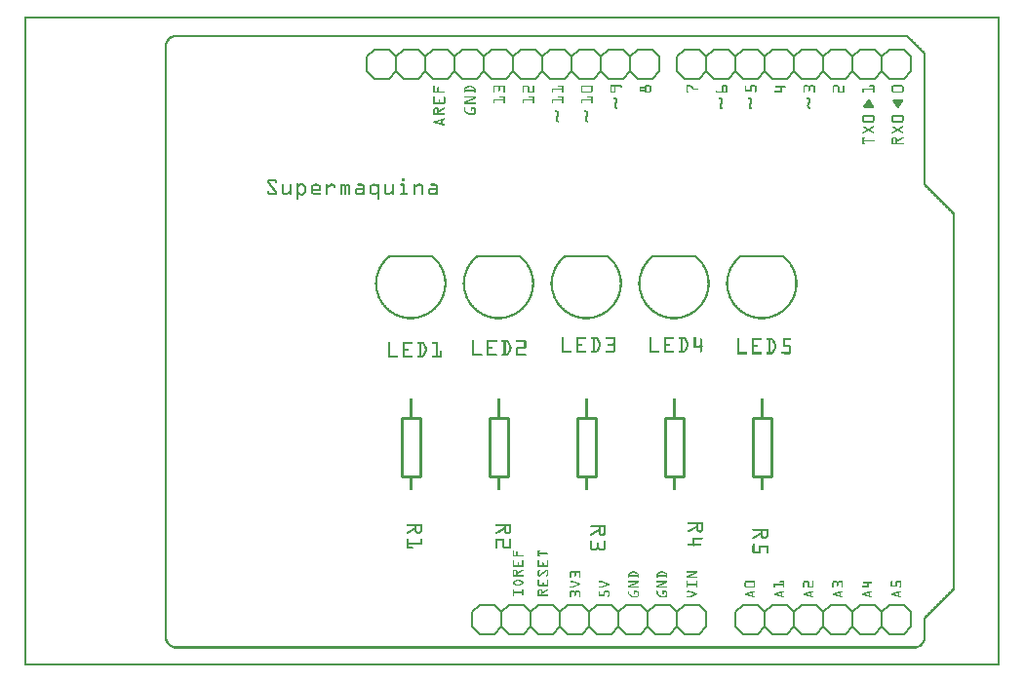
<source format=gto>
G04 MADE WITH FRITZING*
G04 WWW.FRITZING.ORG*
G04 DOUBLE SIDED*
G04 HOLES PLATED*
G04 CONTOUR ON CENTER OF CONTOUR VECTOR*
%ASAXBY*%
%FSLAX23Y23*%
%MOIN*%
%OFA0B0*%
%SFA1.0B1.0*%
%ADD10C,0.010000*%
%ADD11C,0.006000*%
%ADD12C,0.007874*%
%ADD13R,0.001000X0.001000*%
%LNSILK1*%
G90*
G70*
G54D10*
X2554Y849D02*
X2554Y649D01*
D02*
X2554Y649D02*
X2488Y649D01*
D02*
X2488Y649D02*
X2488Y849D01*
D02*
X2488Y849D02*
X2554Y849D01*
D02*
X2254Y849D02*
X2254Y649D01*
D02*
X2254Y649D02*
X2188Y649D01*
D02*
X2188Y649D02*
X2188Y849D01*
D02*
X2188Y849D02*
X2254Y849D01*
D02*
X1954Y849D02*
X1954Y649D01*
D02*
X1954Y649D02*
X1888Y649D01*
D02*
X1888Y649D02*
X1888Y849D01*
D02*
X1888Y849D02*
X1954Y849D01*
D02*
X1654Y849D02*
X1654Y649D01*
D02*
X1654Y649D02*
X1588Y649D01*
D02*
X1588Y649D02*
X1588Y849D01*
D02*
X1588Y849D02*
X1654Y849D01*
D02*
X1354Y849D02*
X1354Y649D01*
D02*
X1354Y649D02*
X1288Y649D01*
D02*
X1288Y649D02*
X1288Y849D01*
D02*
X1288Y849D02*
X1354Y849D01*
G54D11*
D02*
X2756Y209D02*
X2806Y209D01*
D02*
X2806Y209D02*
X2831Y184D01*
D02*
X2831Y184D02*
X2831Y134D01*
D02*
X2831Y134D02*
X2806Y109D01*
D02*
X2831Y184D02*
X2856Y209D01*
D02*
X2856Y209D02*
X2906Y209D01*
D02*
X2906Y209D02*
X2931Y184D01*
D02*
X2931Y184D02*
X2931Y134D01*
D02*
X2931Y134D02*
X2906Y109D01*
D02*
X2906Y109D02*
X2856Y109D01*
D02*
X2856Y109D02*
X2831Y134D01*
D02*
X2631Y184D02*
X2656Y209D01*
D02*
X2656Y209D02*
X2706Y209D01*
D02*
X2706Y209D02*
X2731Y184D01*
D02*
X2731Y184D02*
X2731Y134D01*
D02*
X2731Y134D02*
X2706Y109D01*
D02*
X2706Y109D02*
X2656Y109D01*
D02*
X2656Y109D02*
X2631Y134D01*
D02*
X2756Y209D02*
X2731Y184D01*
D02*
X2731Y134D02*
X2756Y109D01*
D02*
X2806Y109D02*
X2756Y109D01*
D02*
X2456Y209D02*
X2506Y209D01*
D02*
X2506Y209D02*
X2531Y184D01*
D02*
X2531Y184D02*
X2531Y134D01*
D02*
X2531Y134D02*
X2506Y109D01*
D02*
X2531Y184D02*
X2556Y209D01*
D02*
X2556Y209D02*
X2606Y209D01*
D02*
X2606Y209D02*
X2631Y184D01*
D02*
X2631Y184D02*
X2631Y134D01*
D02*
X2631Y134D02*
X2606Y109D01*
D02*
X2606Y109D02*
X2556Y109D01*
D02*
X2556Y109D02*
X2531Y134D01*
D02*
X2431Y184D02*
X2431Y134D01*
D02*
X2456Y209D02*
X2431Y184D01*
D02*
X2431Y134D02*
X2456Y109D01*
D02*
X2506Y109D02*
X2456Y109D01*
D02*
X2956Y209D02*
X3006Y209D01*
D02*
X3006Y209D02*
X3031Y184D01*
D02*
X3031Y184D02*
X3031Y134D01*
D02*
X3031Y134D02*
X3006Y109D01*
D02*
X2956Y209D02*
X2931Y184D01*
D02*
X2931Y134D02*
X2956Y109D01*
D02*
X3006Y109D02*
X2956Y109D01*
D02*
X1346Y2009D02*
X1296Y2009D01*
D02*
X1546Y2009D02*
X1496Y2009D01*
D02*
X1446Y2009D02*
X1396Y2009D01*
D02*
X1646Y2009D02*
X1596Y2009D01*
D02*
X1846Y2009D02*
X1796Y2009D01*
D02*
X1746Y2009D02*
X1696Y2009D01*
D02*
X1946Y2009D02*
X1896Y2009D01*
D02*
X2146Y2009D02*
X2096Y2009D01*
D02*
X2046Y2009D02*
X1996Y2009D01*
D02*
X1246Y2009D02*
X1196Y2009D01*
D02*
X1371Y2034D02*
X1346Y2009D01*
D02*
X1296Y2009D02*
X1271Y2034D01*
D02*
X1271Y2034D02*
X1271Y2084D01*
D02*
X1271Y2084D02*
X1296Y2109D01*
D02*
X1296Y2109D02*
X1346Y2109D01*
D02*
X1346Y2109D02*
X1371Y2084D01*
D02*
X1496Y2009D02*
X1471Y2034D01*
D02*
X1471Y2034D02*
X1471Y2084D01*
D02*
X1471Y2084D02*
X1496Y2109D01*
D02*
X1471Y2034D02*
X1446Y2009D01*
D02*
X1396Y2009D02*
X1371Y2034D01*
D02*
X1371Y2034D02*
X1371Y2084D01*
D02*
X1371Y2084D02*
X1396Y2109D01*
D02*
X1396Y2109D02*
X1446Y2109D01*
D02*
X1446Y2109D02*
X1471Y2084D01*
D02*
X1671Y2034D02*
X1646Y2009D01*
D02*
X1596Y2009D02*
X1571Y2034D01*
D02*
X1571Y2034D02*
X1571Y2084D01*
D02*
X1571Y2084D02*
X1596Y2109D01*
D02*
X1596Y2109D02*
X1646Y2109D01*
D02*
X1646Y2109D02*
X1671Y2084D01*
D02*
X1546Y2009D02*
X1571Y2034D01*
D02*
X1571Y2084D02*
X1546Y2109D01*
D02*
X1496Y2109D02*
X1546Y2109D01*
D02*
X1796Y2009D02*
X1771Y2034D01*
D02*
X1771Y2034D02*
X1771Y2084D01*
D02*
X1771Y2084D02*
X1796Y2109D01*
D02*
X1771Y2034D02*
X1746Y2009D01*
D02*
X1696Y2009D02*
X1671Y2034D01*
D02*
X1671Y2034D02*
X1671Y2084D01*
D02*
X1671Y2084D02*
X1696Y2109D01*
D02*
X1696Y2109D02*
X1746Y2109D01*
D02*
X1746Y2109D02*
X1771Y2084D01*
D02*
X1971Y2034D02*
X1946Y2009D01*
D02*
X1896Y2009D02*
X1871Y2034D01*
D02*
X1871Y2034D02*
X1871Y2084D01*
D02*
X1871Y2084D02*
X1896Y2109D01*
D02*
X1896Y2109D02*
X1946Y2109D01*
D02*
X1946Y2109D02*
X1971Y2084D01*
D02*
X1846Y2009D02*
X1871Y2034D01*
D02*
X1871Y2084D02*
X1846Y2109D01*
D02*
X1796Y2109D02*
X1846Y2109D01*
D02*
X2096Y2009D02*
X2071Y2034D01*
D02*
X2071Y2034D02*
X2071Y2084D01*
D02*
X2071Y2084D02*
X2096Y2109D01*
D02*
X2071Y2034D02*
X2046Y2009D01*
D02*
X1996Y2009D02*
X1971Y2034D01*
D02*
X1971Y2034D02*
X1971Y2084D01*
D02*
X1971Y2084D02*
X1996Y2109D01*
D02*
X1996Y2109D02*
X2046Y2109D01*
D02*
X2046Y2109D02*
X2071Y2084D01*
D02*
X2171Y2034D02*
X2171Y2084D01*
D02*
X2146Y2009D02*
X2171Y2034D01*
D02*
X2171Y2084D02*
X2146Y2109D01*
D02*
X2096Y2109D02*
X2146Y2109D01*
D02*
X1196Y2009D02*
X1171Y2034D01*
D02*
X1171Y2034D02*
X1171Y2084D01*
D02*
X1171Y2084D02*
X1196Y2109D01*
D02*
X1246Y2009D02*
X1271Y2034D01*
D02*
X1271Y2084D02*
X1246Y2109D01*
D02*
X1196Y2109D02*
X1246Y2109D01*
D02*
X2406Y2009D02*
X2356Y2009D01*
D02*
X2356Y2009D02*
X2331Y2034D01*
D02*
X2331Y2034D02*
X2331Y2084D01*
D02*
X2331Y2084D02*
X2356Y2109D01*
D02*
X2531Y2034D02*
X2506Y2009D01*
D02*
X2506Y2009D02*
X2456Y2009D01*
D02*
X2456Y2009D02*
X2431Y2034D01*
D02*
X2431Y2034D02*
X2431Y2084D01*
D02*
X2431Y2084D02*
X2456Y2109D01*
D02*
X2456Y2109D02*
X2506Y2109D01*
D02*
X2506Y2109D02*
X2531Y2084D01*
D02*
X2406Y2009D02*
X2431Y2034D01*
D02*
X2431Y2084D02*
X2406Y2109D01*
D02*
X2356Y2109D02*
X2406Y2109D01*
D02*
X2706Y2009D02*
X2656Y2009D01*
D02*
X2656Y2009D02*
X2631Y2034D01*
D02*
X2631Y2034D02*
X2631Y2084D01*
D02*
X2631Y2084D02*
X2656Y2109D01*
D02*
X2631Y2034D02*
X2606Y2009D01*
D02*
X2606Y2009D02*
X2556Y2009D01*
D02*
X2556Y2009D02*
X2531Y2034D01*
D02*
X2531Y2034D02*
X2531Y2084D01*
D02*
X2531Y2084D02*
X2556Y2109D01*
D02*
X2556Y2109D02*
X2606Y2109D01*
D02*
X2606Y2109D02*
X2631Y2084D01*
D02*
X2831Y2034D02*
X2806Y2009D01*
D02*
X2806Y2009D02*
X2756Y2009D01*
D02*
X2756Y2009D02*
X2731Y2034D01*
D02*
X2731Y2034D02*
X2731Y2084D01*
D02*
X2731Y2084D02*
X2756Y2109D01*
D02*
X2756Y2109D02*
X2806Y2109D01*
D02*
X2806Y2109D02*
X2831Y2084D01*
D02*
X2706Y2009D02*
X2731Y2034D01*
D02*
X2731Y2084D02*
X2706Y2109D01*
D02*
X2656Y2109D02*
X2706Y2109D01*
D02*
X3006Y2009D02*
X2956Y2009D01*
D02*
X2956Y2009D02*
X2931Y2034D01*
D02*
X2931Y2034D02*
X2931Y2084D01*
D02*
X2931Y2084D02*
X2956Y2109D01*
D02*
X2931Y2034D02*
X2906Y2009D01*
D02*
X2906Y2009D02*
X2856Y2009D01*
D02*
X2856Y2009D02*
X2831Y2034D01*
D02*
X2831Y2034D02*
X2831Y2084D01*
D02*
X2831Y2084D02*
X2856Y2109D01*
D02*
X2856Y2109D02*
X2906Y2109D01*
D02*
X2906Y2109D02*
X2931Y2084D01*
D02*
X3031Y2034D02*
X3031Y2084D01*
D02*
X3006Y2009D02*
X3031Y2034D01*
D02*
X3031Y2084D02*
X3006Y2109D01*
D02*
X2956Y2109D02*
X3006Y2109D01*
D02*
X2306Y2009D02*
X2256Y2009D01*
D02*
X2256Y2009D02*
X2231Y2034D01*
D02*
X2231Y2034D02*
X2231Y2084D01*
D02*
X2231Y2084D02*
X2256Y2109D01*
D02*
X2306Y2009D02*
X2331Y2034D01*
D02*
X2331Y2084D02*
X2306Y2109D01*
D02*
X2256Y2109D02*
X2306Y2109D01*
D02*
X2156Y209D02*
X2206Y209D01*
D02*
X2206Y209D02*
X2231Y184D01*
D02*
X2231Y184D02*
X2231Y134D01*
D02*
X2231Y134D02*
X2206Y109D01*
D02*
X2031Y184D02*
X2056Y209D01*
D02*
X2056Y209D02*
X2106Y209D01*
D02*
X2106Y209D02*
X2131Y184D01*
D02*
X2131Y184D02*
X2131Y134D01*
D02*
X2131Y134D02*
X2106Y109D01*
D02*
X2106Y109D02*
X2056Y109D01*
D02*
X2056Y109D02*
X2031Y134D01*
D02*
X2156Y209D02*
X2131Y184D01*
D02*
X2131Y134D02*
X2156Y109D01*
D02*
X2206Y109D02*
X2156Y109D01*
D02*
X1856Y209D02*
X1906Y209D01*
D02*
X1906Y209D02*
X1931Y184D01*
D02*
X1931Y184D02*
X1931Y134D01*
D02*
X1931Y134D02*
X1906Y109D01*
D02*
X1931Y184D02*
X1956Y209D01*
D02*
X1956Y209D02*
X2006Y209D01*
D02*
X2006Y209D02*
X2031Y184D01*
D02*
X2031Y184D02*
X2031Y134D01*
D02*
X2031Y134D02*
X2006Y109D01*
D02*
X2006Y109D02*
X1956Y109D01*
D02*
X1956Y109D02*
X1931Y134D01*
D02*
X1731Y184D02*
X1756Y209D01*
D02*
X1756Y209D02*
X1806Y209D01*
D02*
X1806Y209D02*
X1831Y184D01*
D02*
X1831Y184D02*
X1831Y134D01*
D02*
X1831Y134D02*
X1806Y109D01*
D02*
X1806Y109D02*
X1756Y109D01*
D02*
X1756Y109D02*
X1731Y134D01*
D02*
X1856Y209D02*
X1831Y184D01*
D02*
X1831Y134D02*
X1856Y109D01*
D02*
X1906Y109D02*
X1856Y109D01*
D02*
X1556Y209D02*
X1606Y209D01*
D02*
X1606Y209D02*
X1631Y184D01*
D02*
X1631Y184D02*
X1631Y134D01*
D02*
X1631Y134D02*
X1606Y109D01*
D02*
X1631Y184D02*
X1656Y209D01*
D02*
X1656Y209D02*
X1706Y209D01*
D02*
X1706Y209D02*
X1731Y184D01*
D02*
X1731Y184D02*
X1731Y134D01*
D02*
X1731Y134D02*
X1706Y109D01*
D02*
X1706Y109D02*
X1656Y109D01*
D02*
X1656Y109D02*
X1631Y134D01*
D02*
X1531Y184D02*
X1531Y134D01*
D02*
X1556Y209D02*
X1531Y184D01*
D02*
X1531Y134D02*
X1556Y109D01*
D02*
X1606Y109D02*
X1556Y109D01*
D02*
X2256Y209D02*
X2306Y209D01*
D02*
X2306Y209D02*
X2331Y184D01*
D02*
X2331Y184D02*
X2331Y134D01*
D02*
X2331Y134D02*
X2306Y109D01*
D02*
X2256Y209D02*
X2231Y184D01*
D02*
X2231Y134D02*
X2256Y109D01*
D02*
X2306Y109D02*
X2256Y109D01*
G54D12*
X2591Y1403D02*
X2449Y1403D01*
D02*
X2291Y1403D02*
X2149Y1403D01*
D02*
X1991Y1403D02*
X1849Y1403D01*
D02*
X1691Y1403D02*
X1549Y1403D01*
D02*
X1391Y1403D02*
X1249Y1403D01*
D02*
G54D13*
X0Y2222D02*
X3332Y2222D01*
X0Y2221D02*
X3332Y2221D01*
X0Y2220D02*
X3332Y2220D01*
X0Y2219D02*
X3332Y2219D01*
X0Y2218D02*
X3332Y2218D01*
X0Y2217D02*
X3332Y2217D01*
X0Y2216D02*
X3332Y2216D01*
X0Y2215D02*
X3332Y2215D01*
X0Y2214D02*
X7Y2214D01*
X3325Y2214D02*
X3332Y2214D01*
X0Y2213D02*
X7Y2213D01*
X3325Y2213D02*
X3332Y2213D01*
X0Y2212D02*
X7Y2212D01*
X3325Y2212D02*
X3332Y2212D01*
X0Y2211D02*
X7Y2211D01*
X3325Y2211D02*
X3332Y2211D01*
X0Y2210D02*
X7Y2210D01*
X3325Y2210D02*
X3332Y2210D01*
X0Y2209D02*
X7Y2209D01*
X3325Y2209D02*
X3332Y2209D01*
X0Y2208D02*
X7Y2208D01*
X3325Y2208D02*
X3332Y2208D01*
X0Y2207D02*
X7Y2207D01*
X3325Y2207D02*
X3332Y2207D01*
X0Y2206D02*
X7Y2206D01*
X3325Y2206D02*
X3332Y2206D01*
X0Y2205D02*
X7Y2205D01*
X3325Y2205D02*
X3332Y2205D01*
X0Y2204D02*
X7Y2204D01*
X3325Y2204D02*
X3332Y2204D01*
X0Y2203D02*
X7Y2203D01*
X3325Y2203D02*
X3332Y2203D01*
X0Y2202D02*
X7Y2202D01*
X3325Y2202D02*
X3332Y2202D01*
X0Y2201D02*
X7Y2201D01*
X3325Y2201D02*
X3332Y2201D01*
X0Y2200D02*
X7Y2200D01*
X3325Y2200D02*
X3332Y2200D01*
X0Y2199D02*
X7Y2199D01*
X3325Y2199D02*
X3332Y2199D01*
X0Y2198D02*
X7Y2198D01*
X3325Y2198D02*
X3332Y2198D01*
X0Y2197D02*
X7Y2197D01*
X3325Y2197D02*
X3332Y2197D01*
X0Y2196D02*
X7Y2196D01*
X3325Y2196D02*
X3332Y2196D01*
X0Y2195D02*
X7Y2195D01*
X3325Y2195D02*
X3332Y2195D01*
X0Y2194D02*
X7Y2194D01*
X3325Y2194D02*
X3332Y2194D01*
X0Y2193D02*
X7Y2193D01*
X3325Y2193D02*
X3332Y2193D01*
X0Y2192D02*
X7Y2192D01*
X3325Y2192D02*
X3332Y2192D01*
X0Y2191D02*
X7Y2191D01*
X3325Y2191D02*
X3332Y2191D01*
X0Y2190D02*
X7Y2190D01*
X3325Y2190D02*
X3332Y2190D01*
X0Y2189D02*
X7Y2189D01*
X3325Y2189D02*
X3332Y2189D01*
X0Y2188D02*
X7Y2188D01*
X3325Y2188D02*
X3332Y2188D01*
X0Y2187D02*
X7Y2187D01*
X3325Y2187D02*
X3332Y2187D01*
X0Y2186D02*
X7Y2186D01*
X3325Y2186D02*
X3332Y2186D01*
X0Y2185D02*
X7Y2185D01*
X3325Y2185D02*
X3332Y2185D01*
X0Y2184D02*
X7Y2184D01*
X3325Y2184D02*
X3332Y2184D01*
X0Y2183D02*
X7Y2183D01*
X3325Y2183D02*
X3332Y2183D01*
X0Y2182D02*
X7Y2182D01*
X3325Y2182D02*
X3332Y2182D01*
X0Y2181D02*
X7Y2181D01*
X3325Y2181D02*
X3332Y2181D01*
X0Y2180D02*
X7Y2180D01*
X3325Y2180D02*
X3332Y2180D01*
X0Y2179D02*
X7Y2179D01*
X3325Y2179D02*
X3332Y2179D01*
X0Y2178D02*
X7Y2178D01*
X3325Y2178D02*
X3332Y2178D01*
X0Y2177D02*
X7Y2177D01*
X3325Y2177D02*
X3332Y2177D01*
X0Y2176D02*
X7Y2176D01*
X3325Y2176D02*
X3332Y2176D01*
X0Y2175D02*
X7Y2175D01*
X3325Y2175D02*
X3332Y2175D01*
X0Y2174D02*
X7Y2174D01*
X3325Y2174D02*
X3332Y2174D01*
X0Y2173D02*
X7Y2173D01*
X3325Y2173D02*
X3332Y2173D01*
X0Y2172D02*
X7Y2172D01*
X3325Y2172D02*
X3332Y2172D01*
X0Y2171D02*
X7Y2171D01*
X3325Y2171D02*
X3332Y2171D01*
X0Y2170D02*
X7Y2170D01*
X3325Y2170D02*
X3332Y2170D01*
X0Y2169D02*
X7Y2169D01*
X3325Y2169D02*
X3332Y2169D01*
X0Y2168D02*
X7Y2168D01*
X3325Y2168D02*
X3332Y2168D01*
X0Y2167D02*
X7Y2167D01*
X3325Y2167D02*
X3332Y2167D01*
X0Y2166D02*
X7Y2166D01*
X3325Y2166D02*
X3332Y2166D01*
X0Y2165D02*
X7Y2165D01*
X3325Y2165D02*
X3332Y2165D01*
X0Y2164D02*
X7Y2164D01*
X3325Y2164D02*
X3332Y2164D01*
X0Y2163D02*
X7Y2163D01*
X3325Y2163D02*
X3332Y2163D01*
X0Y2162D02*
X7Y2162D01*
X3325Y2162D02*
X3332Y2162D01*
X0Y2161D02*
X7Y2161D01*
X3325Y2161D02*
X3332Y2161D01*
X0Y2160D02*
X7Y2160D01*
X3325Y2160D02*
X3332Y2160D01*
X0Y2159D02*
X7Y2159D01*
X514Y2159D02*
X3017Y2159D01*
X3325Y2159D02*
X3332Y2159D01*
X0Y2158D02*
X7Y2158D01*
X509Y2158D02*
X3018Y2158D01*
X3325Y2158D02*
X3332Y2158D01*
X0Y2157D02*
X7Y2157D01*
X506Y2157D02*
X3019Y2157D01*
X3325Y2157D02*
X3332Y2157D01*
X0Y2156D02*
X7Y2156D01*
X503Y2156D02*
X3020Y2156D01*
X3325Y2156D02*
X3332Y2156D01*
X0Y2155D02*
X7Y2155D01*
X501Y2155D02*
X3021Y2155D01*
X3325Y2155D02*
X3332Y2155D01*
X0Y2154D02*
X7Y2154D01*
X499Y2154D02*
X3022Y2154D01*
X3325Y2154D02*
X3332Y2154D01*
X0Y2153D02*
X7Y2153D01*
X498Y2153D02*
X3023Y2153D01*
X3325Y2153D02*
X3332Y2153D01*
X0Y2152D02*
X7Y2152D01*
X496Y2152D02*
X3024Y2152D01*
X3325Y2152D02*
X3332Y2152D01*
X0Y2151D02*
X7Y2151D01*
X495Y2151D02*
X514Y2151D01*
X3015Y2151D02*
X3025Y2151D01*
X3325Y2151D02*
X3332Y2151D01*
X0Y2150D02*
X7Y2150D01*
X494Y2150D02*
X509Y2150D01*
X3016Y2150D02*
X3027Y2150D01*
X3325Y2150D02*
X3332Y2150D01*
X0Y2149D02*
X7Y2149D01*
X493Y2149D02*
X506Y2149D01*
X3017Y2149D02*
X3028Y2149D01*
X3325Y2149D02*
X3332Y2149D01*
X0Y2148D02*
X7Y2148D01*
X491Y2148D02*
X504Y2148D01*
X3018Y2148D02*
X3029Y2148D01*
X3325Y2148D02*
X3332Y2148D01*
X0Y2147D02*
X7Y2147D01*
X490Y2147D02*
X502Y2147D01*
X3019Y2147D02*
X3030Y2147D01*
X3325Y2147D02*
X3332Y2147D01*
X0Y2146D02*
X7Y2146D01*
X490Y2146D02*
X500Y2146D01*
X3020Y2146D02*
X3031Y2146D01*
X3325Y2146D02*
X3332Y2146D01*
X0Y2145D02*
X7Y2145D01*
X489Y2145D02*
X499Y2145D01*
X3021Y2145D02*
X3032Y2145D01*
X3325Y2145D02*
X3332Y2145D01*
X0Y2144D02*
X7Y2144D01*
X488Y2144D02*
X498Y2144D01*
X3022Y2144D02*
X3033Y2144D01*
X3325Y2144D02*
X3332Y2144D01*
X0Y2143D02*
X7Y2143D01*
X487Y2143D02*
X497Y2143D01*
X3023Y2143D02*
X3034Y2143D01*
X3325Y2143D02*
X3332Y2143D01*
X0Y2142D02*
X7Y2142D01*
X486Y2142D02*
X496Y2142D01*
X3024Y2142D02*
X3035Y2142D01*
X3325Y2142D02*
X3332Y2142D01*
X0Y2141D02*
X7Y2141D01*
X486Y2141D02*
X495Y2141D01*
X3025Y2141D02*
X3036Y2141D01*
X3325Y2141D02*
X3332Y2141D01*
X0Y2140D02*
X7Y2140D01*
X485Y2140D02*
X494Y2140D01*
X3026Y2140D02*
X3037Y2140D01*
X3325Y2140D02*
X3332Y2140D01*
X0Y2139D02*
X7Y2139D01*
X485Y2139D02*
X493Y2139D01*
X3027Y2139D02*
X3038Y2139D01*
X3325Y2139D02*
X3332Y2139D01*
X0Y2138D02*
X7Y2138D01*
X484Y2138D02*
X492Y2138D01*
X3028Y2138D02*
X3039Y2138D01*
X3325Y2138D02*
X3332Y2138D01*
X0Y2137D02*
X7Y2137D01*
X484Y2137D02*
X492Y2137D01*
X3029Y2137D02*
X3040Y2137D01*
X3325Y2137D02*
X3332Y2137D01*
X0Y2136D02*
X7Y2136D01*
X483Y2136D02*
X491Y2136D01*
X3030Y2136D02*
X3041Y2136D01*
X3325Y2136D02*
X3332Y2136D01*
X0Y2135D02*
X7Y2135D01*
X483Y2135D02*
X490Y2135D01*
X3031Y2135D02*
X3042Y2135D01*
X3325Y2135D02*
X3332Y2135D01*
X0Y2134D02*
X7Y2134D01*
X482Y2134D02*
X490Y2134D01*
X3032Y2134D02*
X3043Y2134D01*
X3325Y2134D02*
X3332Y2134D01*
X0Y2133D02*
X7Y2133D01*
X482Y2133D02*
X489Y2133D01*
X3033Y2133D02*
X3044Y2133D01*
X3325Y2133D02*
X3332Y2133D01*
X0Y2132D02*
X7Y2132D01*
X482Y2132D02*
X489Y2132D01*
X3034Y2132D02*
X3045Y2132D01*
X3325Y2132D02*
X3332Y2132D01*
X0Y2131D02*
X7Y2131D01*
X481Y2131D02*
X489Y2131D01*
X3035Y2131D02*
X3046Y2131D01*
X3325Y2131D02*
X3332Y2131D01*
X0Y2130D02*
X7Y2130D01*
X481Y2130D02*
X488Y2130D01*
X3036Y2130D02*
X3047Y2130D01*
X3325Y2130D02*
X3332Y2130D01*
X0Y2129D02*
X7Y2129D01*
X481Y2129D02*
X488Y2129D01*
X3037Y2129D02*
X3048Y2129D01*
X3325Y2129D02*
X3332Y2129D01*
X0Y2128D02*
X7Y2128D01*
X481Y2128D02*
X488Y2128D01*
X3038Y2128D02*
X3049Y2128D01*
X3325Y2128D02*
X3332Y2128D01*
X0Y2127D02*
X7Y2127D01*
X480Y2127D02*
X487Y2127D01*
X3039Y2127D02*
X3050Y2127D01*
X3325Y2127D02*
X3332Y2127D01*
X0Y2126D02*
X7Y2126D01*
X480Y2126D02*
X487Y2126D01*
X3040Y2126D02*
X3051Y2126D01*
X3325Y2126D02*
X3332Y2126D01*
X0Y2125D02*
X7Y2125D01*
X480Y2125D02*
X487Y2125D01*
X3041Y2125D02*
X3052Y2125D01*
X3325Y2125D02*
X3332Y2125D01*
X0Y2124D02*
X7Y2124D01*
X480Y2124D02*
X487Y2124D01*
X3042Y2124D02*
X3053Y2124D01*
X3325Y2124D02*
X3332Y2124D01*
X0Y2123D02*
X7Y2123D01*
X480Y2123D02*
X487Y2123D01*
X3043Y2123D02*
X3054Y2123D01*
X3325Y2123D02*
X3332Y2123D01*
X0Y2122D02*
X7Y2122D01*
X480Y2122D02*
X487Y2122D01*
X3044Y2122D02*
X3055Y2122D01*
X3325Y2122D02*
X3332Y2122D01*
X0Y2121D02*
X7Y2121D01*
X480Y2121D02*
X487Y2121D01*
X3045Y2121D02*
X3056Y2121D01*
X3325Y2121D02*
X3332Y2121D01*
X0Y2120D02*
X7Y2120D01*
X480Y2120D02*
X487Y2120D01*
X3046Y2120D02*
X3057Y2120D01*
X3325Y2120D02*
X3332Y2120D01*
X0Y2119D02*
X7Y2119D01*
X480Y2119D02*
X487Y2119D01*
X3047Y2119D02*
X3058Y2119D01*
X3325Y2119D02*
X3332Y2119D01*
X0Y2118D02*
X7Y2118D01*
X480Y2118D02*
X487Y2118D01*
X3048Y2118D02*
X3059Y2118D01*
X3325Y2118D02*
X3332Y2118D01*
X0Y2117D02*
X7Y2117D01*
X480Y2117D02*
X487Y2117D01*
X3049Y2117D02*
X3060Y2117D01*
X3325Y2117D02*
X3332Y2117D01*
X0Y2116D02*
X7Y2116D01*
X480Y2116D02*
X487Y2116D01*
X3050Y2116D02*
X3061Y2116D01*
X3325Y2116D02*
X3332Y2116D01*
X0Y2115D02*
X7Y2115D01*
X480Y2115D02*
X487Y2115D01*
X3051Y2115D02*
X3062Y2115D01*
X3325Y2115D02*
X3332Y2115D01*
X0Y2114D02*
X7Y2114D01*
X480Y2114D02*
X487Y2114D01*
X3052Y2114D02*
X3063Y2114D01*
X3325Y2114D02*
X3332Y2114D01*
X0Y2113D02*
X7Y2113D01*
X480Y2113D02*
X487Y2113D01*
X3053Y2113D02*
X3064Y2113D01*
X3325Y2113D02*
X3332Y2113D01*
X0Y2112D02*
X7Y2112D01*
X480Y2112D02*
X487Y2112D01*
X3054Y2112D02*
X3065Y2112D01*
X3325Y2112D02*
X3332Y2112D01*
X0Y2111D02*
X7Y2111D01*
X480Y2111D02*
X487Y2111D01*
X3055Y2111D02*
X3066Y2111D01*
X3325Y2111D02*
X3332Y2111D01*
X0Y2110D02*
X7Y2110D01*
X480Y2110D02*
X487Y2110D01*
X3056Y2110D02*
X3067Y2110D01*
X3325Y2110D02*
X3332Y2110D01*
X0Y2109D02*
X7Y2109D01*
X480Y2109D02*
X487Y2109D01*
X3057Y2109D02*
X3068Y2109D01*
X3325Y2109D02*
X3332Y2109D01*
X0Y2108D02*
X7Y2108D01*
X480Y2108D02*
X487Y2108D01*
X3058Y2108D02*
X3069Y2108D01*
X3325Y2108D02*
X3332Y2108D01*
X0Y2107D02*
X7Y2107D01*
X480Y2107D02*
X487Y2107D01*
X3059Y2107D02*
X3070Y2107D01*
X3325Y2107D02*
X3332Y2107D01*
X0Y2106D02*
X7Y2106D01*
X480Y2106D02*
X487Y2106D01*
X3060Y2106D02*
X3071Y2106D01*
X3325Y2106D02*
X3332Y2106D01*
X0Y2105D02*
X7Y2105D01*
X480Y2105D02*
X487Y2105D01*
X3061Y2105D02*
X3072Y2105D01*
X3325Y2105D02*
X3332Y2105D01*
X0Y2104D02*
X7Y2104D01*
X480Y2104D02*
X487Y2104D01*
X3062Y2104D02*
X3073Y2104D01*
X3325Y2104D02*
X3332Y2104D01*
X0Y2103D02*
X7Y2103D01*
X480Y2103D02*
X487Y2103D01*
X3063Y2103D02*
X3074Y2103D01*
X3325Y2103D02*
X3332Y2103D01*
X0Y2102D02*
X7Y2102D01*
X480Y2102D02*
X487Y2102D01*
X3064Y2102D02*
X3075Y2102D01*
X3325Y2102D02*
X3332Y2102D01*
X0Y2101D02*
X7Y2101D01*
X480Y2101D02*
X487Y2101D01*
X3065Y2101D02*
X3076Y2101D01*
X3325Y2101D02*
X3332Y2101D01*
X0Y2100D02*
X7Y2100D01*
X480Y2100D02*
X487Y2100D01*
X3066Y2100D02*
X3077Y2100D01*
X3325Y2100D02*
X3332Y2100D01*
X0Y2099D02*
X7Y2099D01*
X480Y2099D02*
X487Y2099D01*
X3067Y2099D02*
X3078Y2099D01*
X3325Y2099D02*
X3332Y2099D01*
X0Y2098D02*
X7Y2098D01*
X480Y2098D02*
X487Y2098D01*
X3068Y2098D02*
X3079Y2098D01*
X3325Y2098D02*
X3332Y2098D01*
X0Y2097D02*
X7Y2097D01*
X480Y2097D02*
X487Y2097D01*
X3069Y2097D02*
X3079Y2097D01*
X3325Y2097D02*
X3332Y2097D01*
X0Y2096D02*
X7Y2096D01*
X480Y2096D02*
X487Y2096D01*
X3070Y2096D02*
X3080Y2096D01*
X3325Y2096D02*
X3332Y2096D01*
X0Y2095D02*
X7Y2095D01*
X480Y2095D02*
X487Y2095D01*
X3071Y2095D02*
X3080Y2095D01*
X3325Y2095D02*
X3332Y2095D01*
X0Y2094D02*
X7Y2094D01*
X480Y2094D02*
X487Y2094D01*
X3072Y2094D02*
X3080Y2094D01*
X3325Y2094D02*
X3332Y2094D01*
X0Y2093D02*
X7Y2093D01*
X480Y2093D02*
X487Y2093D01*
X3073Y2093D02*
X3080Y2093D01*
X3325Y2093D02*
X3332Y2093D01*
X0Y2092D02*
X7Y2092D01*
X480Y2092D02*
X487Y2092D01*
X3073Y2092D02*
X3080Y2092D01*
X3325Y2092D02*
X3332Y2092D01*
X0Y2091D02*
X7Y2091D01*
X480Y2091D02*
X487Y2091D01*
X3073Y2091D02*
X3080Y2091D01*
X3325Y2091D02*
X3332Y2091D01*
X0Y2090D02*
X7Y2090D01*
X480Y2090D02*
X487Y2090D01*
X3073Y2090D02*
X3080Y2090D01*
X3325Y2090D02*
X3332Y2090D01*
X0Y2089D02*
X7Y2089D01*
X480Y2089D02*
X487Y2089D01*
X3073Y2089D02*
X3080Y2089D01*
X3325Y2089D02*
X3332Y2089D01*
X0Y2088D02*
X7Y2088D01*
X480Y2088D02*
X487Y2088D01*
X3073Y2088D02*
X3080Y2088D01*
X3325Y2088D02*
X3332Y2088D01*
X0Y2087D02*
X7Y2087D01*
X480Y2087D02*
X487Y2087D01*
X3073Y2087D02*
X3080Y2087D01*
X3325Y2087D02*
X3332Y2087D01*
X0Y2086D02*
X7Y2086D01*
X480Y2086D02*
X487Y2086D01*
X3073Y2086D02*
X3080Y2086D01*
X3325Y2086D02*
X3332Y2086D01*
X0Y2085D02*
X7Y2085D01*
X480Y2085D02*
X487Y2085D01*
X3073Y2085D02*
X3080Y2085D01*
X3325Y2085D02*
X3332Y2085D01*
X0Y2084D02*
X7Y2084D01*
X480Y2084D02*
X487Y2084D01*
X3073Y2084D02*
X3080Y2084D01*
X3325Y2084D02*
X3332Y2084D01*
X0Y2083D02*
X7Y2083D01*
X480Y2083D02*
X487Y2083D01*
X3073Y2083D02*
X3080Y2083D01*
X3325Y2083D02*
X3332Y2083D01*
X0Y2082D02*
X7Y2082D01*
X480Y2082D02*
X487Y2082D01*
X3073Y2082D02*
X3080Y2082D01*
X3325Y2082D02*
X3332Y2082D01*
X0Y2081D02*
X7Y2081D01*
X480Y2081D02*
X487Y2081D01*
X3073Y2081D02*
X3080Y2081D01*
X3325Y2081D02*
X3332Y2081D01*
X0Y2080D02*
X7Y2080D01*
X480Y2080D02*
X487Y2080D01*
X3073Y2080D02*
X3080Y2080D01*
X3325Y2080D02*
X3332Y2080D01*
X0Y2079D02*
X7Y2079D01*
X480Y2079D02*
X487Y2079D01*
X3073Y2079D02*
X3080Y2079D01*
X3325Y2079D02*
X3332Y2079D01*
X0Y2078D02*
X7Y2078D01*
X480Y2078D02*
X487Y2078D01*
X3073Y2078D02*
X3080Y2078D01*
X3325Y2078D02*
X3332Y2078D01*
X0Y2077D02*
X7Y2077D01*
X480Y2077D02*
X487Y2077D01*
X3073Y2077D02*
X3080Y2077D01*
X3325Y2077D02*
X3332Y2077D01*
X0Y2076D02*
X7Y2076D01*
X480Y2076D02*
X487Y2076D01*
X3073Y2076D02*
X3080Y2076D01*
X3325Y2076D02*
X3332Y2076D01*
X0Y2075D02*
X7Y2075D01*
X480Y2075D02*
X487Y2075D01*
X3073Y2075D02*
X3080Y2075D01*
X3325Y2075D02*
X3332Y2075D01*
X0Y2074D02*
X7Y2074D01*
X480Y2074D02*
X487Y2074D01*
X3073Y2074D02*
X3080Y2074D01*
X3325Y2074D02*
X3332Y2074D01*
X0Y2073D02*
X7Y2073D01*
X480Y2073D02*
X487Y2073D01*
X3073Y2073D02*
X3080Y2073D01*
X3325Y2073D02*
X3332Y2073D01*
X0Y2072D02*
X7Y2072D01*
X480Y2072D02*
X487Y2072D01*
X3073Y2072D02*
X3080Y2072D01*
X3325Y2072D02*
X3332Y2072D01*
X0Y2071D02*
X7Y2071D01*
X480Y2071D02*
X487Y2071D01*
X3073Y2071D02*
X3080Y2071D01*
X3325Y2071D02*
X3332Y2071D01*
X0Y2070D02*
X7Y2070D01*
X480Y2070D02*
X487Y2070D01*
X3073Y2070D02*
X3080Y2070D01*
X3325Y2070D02*
X3332Y2070D01*
X0Y2069D02*
X7Y2069D01*
X480Y2069D02*
X487Y2069D01*
X3073Y2069D02*
X3080Y2069D01*
X3325Y2069D02*
X3332Y2069D01*
X0Y2068D02*
X7Y2068D01*
X480Y2068D02*
X487Y2068D01*
X3073Y2068D02*
X3080Y2068D01*
X3325Y2068D02*
X3332Y2068D01*
X0Y2067D02*
X7Y2067D01*
X480Y2067D02*
X487Y2067D01*
X3073Y2067D02*
X3080Y2067D01*
X3325Y2067D02*
X3332Y2067D01*
X0Y2066D02*
X7Y2066D01*
X480Y2066D02*
X487Y2066D01*
X3073Y2066D02*
X3080Y2066D01*
X3325Y2066D02*
X3332Y2066D01*
X0Y2065D02*
X7Y2065D01*
X480Y2065D02*
X487Y2065D01*
X3073Y2065D02*
X3080Y2065D01*
X3325Y2065D02*
X3332Y2065D01*
X0Y2064D02*
X7Y2064D01*
X480Y2064D02*
X487Y2064D01*
X3073Y2064D02*
X3080Y2064D01*
X3325Y2064D02*
X3332Y2064D01*
X0Y2063D02*
X7Y2063D01*
X480Y2063D02*
X487Y2063D01*
X3073Y2063D02*
X3080Y2063D01*
X3325Y2063D02*
X3332Y2063D01*
X0Y2062D02*
X7Y2062D01*
X480Y2062D02*
X487Y2062D01*
X3073Y2062D02*
X3080Y2062D01*
X3325Y2062D02*
X3332Y2062D01*
X0Y2061D02*
X7Y2061D01*
X480Y2061D02*
X487Y2061D01*
X3073Y2061D02*
X3080Y2061D01*
X3325Y2061D02*
X3332Y2061D01*
X0Y2060D02*
X7Y2060D01*
X480Y2060D02*
X487Y2060D01*
X3073Y2060D02*
X3080Y2060D01*
X3325Y2060D02*
X3332Y2060D01*
X0Y2059D02*
X7Y2059D01*
X480Y2059D02*
X487Y2059D01*
X3073Y2059D02*
X3080Y2059D01*
X3325Y2059D02*
X3332Y2059D01*
X0Y2058D02*
X7Y2058D01*
X480Y2058D02*
X487Y2058D01*
X3073Y2058D02*
X3080Y2058D01*
X3325Y2058D02*
X3332Y2058D01*
X0Y2057D02*
X7Y2057D01*
X480Y2057D02*
X487Y2057D01*
X3073Y2057D02*
X3080Y2057D01*
X3325Y2057D02*
X3332Y2057D01*
X0Y2056D02*
X7Y2056D01*
X480Y2056D02*
X487Y2056D01*
X3073Y2056D02*
X3080Y2056D01*
X3325Y2056D02*
X3332Y2056D01*
X0Y2055D02*
X7Y2055D01*
X480Y2055D02*
X487Y2055D01*
X3073Y2055D02*
X3080Y2055D01*
X3325Y2055D02*
X3332Y2055D01*
X0Y2054D02*
X7Y2054D01*
X480Y2054D02*
X487Y2054D01*
X3073Y2054D02*
X3080Y2054D01*
X3325Y2054D02*
X3332Y2054D01*
X0Y2053D02*
X7Y2053D01*
X480Y2053D02*
X487Y2053D01*
X3073Y2053D02*
X3080Y2053D01*
X3325Y2053D02*
X3332Y2053D01*
X0Y2052D02*
X7Y2052D01*
X480Y2052D02*
X487Y2052D01*
X3073Y2052D02*
X3080Y2052D01*
X3325Y2052D02*
X3332Y2052D01*
X0Y2051D02*
X7Y2051D01*
X480Y2051D02*
X487Y2051D01*
X3073Y2051D02*
X3080Y2051D01*
X3325Y2051D02*
X3332Y2051D01*
X0Y2050D02*
X7Y2050D01*
X480Y2050D02*
X487Y2050D01*
X3073Y2050D02*
X3080Y2050D01*
X3325Y2050D02*
X3332Y2050D01*
X0Y2049D02*
X7Y2049D01*
X480Y2049D02*
X487Y2049D01*
X3073Y2049D02*
X3080Y2049D01*
X3325Y2049D02*
X3332Y2049D01*
X0Y2048D02*
X7Y2048D01*
X480Y2048D02*
X487Y2048D01*
X3073Y2048D02*
X3080Y2048D01*
X3325Y2048D02*
X3332Y2048D01*
X0Y2047D02*
X7Y2047D01*
X480Y2047D02*
X487Y2047D01*
X3073Y2047D02*
X3080Y2047D01*
X3325Y2047D02*
X3332Y2047D01*
X0Y2046D02*
X7Y2046D01*
X480Y2046D02*
X487Y2046D01*
X3073Y2046D02*
X3080Y2046D01*
X3325Y2046D02*
X3332Y2046D01*
X0Y2045D02*
X7Y2045D01*
X480Y2045D02*
X487Y2045D01*
X3073Y2045D02*
X3080Y2045D01*
X3325Y2045D02*
X3332Y2045D01*
X0Y2044D02*
X7Y2044D01*
X480Y2044D02*
X487Y2044D01*
X3073Y2044D02*
X3080Y2044D01*
X3325Y2044D02*
X3332Y2044D01*
X0Y2043D02*
X7Y2043D01*
X480Y2043D02*
X487Y2043D01*
X3073Y2043D02*
X3080Y2043D01*
X3325Y2043D02*
X3332Y2043D01*
X0Y2042D02*
X7Y2042D01*
X480Y2042D02*
X487Y2042D01*
X3073Y2042D02*
X3080Y2042D01*
X3325Y2042D02*
X3332Y2042D01*
X0Y2041D02*
X7Y2041D01*
X480Y2041D02*
X487Y2041D01*
X3073Y2041D02*
X3080Y2041D01*
X3325Y2041D02*
X3332Y2041D01*
X0Y2040D02*
X7Y2040D01*
X480Y2040D02*
X487Y2040D01*
X3073Y2040D02*
X3080Y2040D01*
X3325Y2040D02*
X3332Y2040D01*
X0Y2039D02*
X7Y2039D01*
X480Y2039D02*
X487Y2039D01*
X3073Y2039D02*
X3080Y2039D01*
X3325Y2039D02*
X3332Y2039D01*
X0Y2038D02*
X7Y2038D01*
X480Y2038D02*
X487Y2038D01*
X3073Y2038D02*
X3080Y2038D01*
X3325Y2038D02*
X3332Y2038D01*
X0Y2037D02*
X7Y2037D01*
X480Y2037D02*
X487Y2037D01*
X3073Y2037D02*
X3080Y2037D01*
X3325Y2037D02*
X3332Y2037D01*
X0Y2036D02*
X7Y2036D01*
X480Y2036D02*
X487Y2036D01*
X3073Y2036D02*
X3080Y2036D01*
X3325Y2036D02*
X3332Y2036D01*
X0Y2035D02*
X7Y2035D01*
X480Y2035D02*
X487Y2035D01*
X3073Y2035D02*
X3080Y2035D01*
X3325Y2035D02*
X3332Y2035D01*
X0Y2034D02*
X7Y2034D01*
X480Y2034D02*
X487Y2034D01*
X3073Y2034D02*
X3080Y2034D01*
X3325Y2034D02*
X3332Y2034D01*
X0Y2033D02*
X7Y2033D01*
X480Y2033D02*
X487Y2033D01*
X3073Y2033D02*
X3080Y2033D01*
X3325Y2033D02*
X3332Y2033D01*
X0Y2032D02*
X7Y2032D01*
X480Y2032D02*
X487Y2032D01*
X3073Y2032D02*
X3080Y2032D01*
X3325Y2032D02*
X3332Y2032D01*
X0Y2031D02*
X7Y2031D01*
X480Y2031D02*
X487Y2031D01*
X3073Y2031D02*
X3080Y2031D01*
X3325Y2031D02*
X3332Y2031D01*
X0Y2030D02*
X7Y2030D01*
X480Y2030D02*
X487Y2030D01*
X3073Y2030D02*
X3080Y2030D01*
X3325Y2030D02*
X3332Y2030D01*
X0Y2029D02*
X7Y2029D01*
X480Y2029D02*
X487Y2029D01*
X3073Y2029D02*
X3080Y2029D01*
X3325Y2029D02*
X3332Y2029D01*
X0Y2028D02*
X7Y2028D01*
X480Y2028D02*
X487Y2028D01*
X3073Y2028D02*
X3080Y2028D01*
X3325Y2028D02*
X3332Y2028D01*
X0Y2027D02*
X7Y2027D01*
X480Y2027D02*
X487Y2027D01*
X3073Y2027D02*
X3080Y2027D01*
X3325Y2027D02*
X3332Y2027D01*
X0Y2026D02*
X7Y2026D01*
X480Y2026D02*
X487Y2026D01*
X3073Y2026D02*
X3080Y2026D01*
X3325Y2026D02*
X3332Y2026D01*
X0Y2025D02*
X7Y2025D01*
X480Y2025D02*
X487Y2025D01*
X3073Y2025D02*
X3080Y2025D01*
X3325Y2025D02*
X3332Y2025D01*
X0Y2024D02*
X7Y2024D01*
X480Y2024D02*
X487Y2024D01*
X3073Y2024D02*
X3080Y2024D01*
X3325Y2024D02*
X3332Y2024D01*
X0Y2023D02*
X7Y2023D01*
X480Y2023D02*
X487Y2023D01*
X3073Y2023D02*
X3080Y2023D01*
X3325Y2023D02*
X3332Y2023D01*
X0Y2022D02*
X7Y2022D01*
X480Y2022D02*
X487Y2022D01*
X3073Y2022D02*
X3080Y2022D01*
X3325Y2022D02*
X3332Y2022D01*
X0Y2021D02*
X7Y2021D01*
X480Y2021D02*
X487Y2021D01*
X3073Y2021D02*
X3080Y2021D01*
X3325Y2021D02*
X3332Y2021D01*
X0Y2020D02*
X7Y2020D01*
X480Y2020D02*
X487Y2020D01*
X3073Y2020D02*
X3080Y2020D01*
X3325Y2020D02*
X3332Y2020D01*
X0Y2019D02*
X7Y2019D01*
X480Y2019D02*
X487Y2019D01*
X3073Y2019D02*
X3080Y2019D01*
X3325Y2019D02*
X3332Y2019D01*
X0Y2018D02*
X7Y2018D01*
X480Y2018D02*
X487Y2018D01*
X3073Y2018D02*
X3080Y2018D01*
X3325Y2018D02*
X3332Y2018D01*
X0Y2017D02*
X7Y2017D01*
X480Y2017D02*
X487Y2017D01*
X3073Y2017D02*
X3080Y2017D01*
X3325Y2017D02*
X3332Y2017D01*
X0Y2016D02*
X7Y2016D01*
X480Y2016D02*
X487Y2016D01*
X3073Y2016D02*
X3080Y2016D01*
X3325Y2016D02*
X3332Y2016D01*
X0Y2015D02*
X7Y2015D01*
X480Y2015D02*
X487Y2015D01*
X3073Y2015D02*
X3080Y2015D01*
X3325Y2015D02*
X3332Y2015D01*
X0Y2014D02*
X7Y2014D01*
X480Y2014D02*
X487Y2014D01*
X3073Y2014D02*
X3080Y2014D01*
X3325Y2014D02*
X3332Y2014D01*
X0Y2013D02*
X7Y2013D01*
X480Y2013D02*
X487Y2013D01*
X3073Y2013D02*
X3080Y2013D01*
X3325Y2013D02*
X3332Y2013D01*
X0Y2012D02*
X7Y2012D01*
X480Y2012D02*
X487Y2012D01*
X3073Y2012D02*
X3080Y2012D01*
X3325Y2012D02*
X3332Y2012D01*
X0Y2011D02*
X7Y2011D01*
X480Y2011D02*
X487Y2011D01*
X3073Y2011D02*
X3080Y2011D01*
X3325Y2011D02*
X3332Y2011D01*
X0Y2010D02*
X7Y2010D01*
X480Y2010D02*
X487Y2010D01*
X3073Y2010D02*
X3080Y2010D01*
X3325Y2010D02*
X3332Y2010D01*
X0Y2009D02*
X7Y2009D01*
X480Y2009D02*
X487Y2009D01*
X3073Y2009D02*
X3080Y2009D01*
X3325Y2009D02*
X3332Y2009D01*
X0Y2008D02*
X7Y2008D01*
X480Y2008D02*
X487Y2008D01*
X3073Y2008D02*
X3080Y2008D01*
X3325Y2008D02*
X3332Y2008D01*
X0Y2007D02*
X7Y2007D01*
X480Y2007D02*
X487Y2007D01*
X3073Y2007D02*
X3080Y2007D01*
X3325Y2007D02*
X3332Y2007D01*
X0Y2006D02*
X7Y2006D01*
X480Y2006D02*
X487Y2006D01*
X3073Y2006D02*
X3080Y2006D01*
X3325Y2006D02*
X3332Y2006D01*
X0Y2005D02*
X7Y2005D01*
X480Y2005D02*
X487Y2005D01*
X3073Y2005D02*
X3080Y2005D01*
X3325Y2005D02*
X3332Y2005D01*
X0Y2004D02*
X7Y2004D01*
X480Y2004D02*
X487Y2004D01*
X3073Y2004D02*
X3080Y2004D01*
X3325Y2004D02*
X3332Y2004D01*
X0Y2003D02*
X7Y2003D01*
X480Y2003D02*
X487Y2003D01*
X3073Y2003D02*
X3080Y2003D01*
X3325Y2003D02*
X3332Y2003D01*
X0Y2002D02*
X7Y2002D01*
X480Y2002D02*
X487Y2002D01*
X3073Y2002D02*
X3080Y2002D01*
X3325Y2002D02*
X3332Y2002D01*
X0Y2001D02*
X7Y2001D01*
X480Y2001D02*
X487Y2001D01*
X3073Y2001D02*
X3080Y2001D01*
X3325Y2001D02*
X3332Y2001D01*
X0Y2000D02*
X7Y2000D01*
X480Y2000D02*
X487Y2000D01*
X3073Y2000D02*
X3080Y2000D01*
X3325Y2000D02*
X3332Y2000D01*
X0Y1999D02*
X7Y1999D01*
X480Y1999D02*
X487Y1999D01*
X3073Y1999D02*
X3080Y1999D01*
X3325Y1999D02*
X3332Y1999D01*
X0Y1998D02*
X7Y1998D01*
X480Y1998D02*
X487Y1998D01*
X3073Y1998D02*
X3080Y1998D01*
X3325Y1998D02*
X3332Y1998D01*
X0Y1997D02*
X7Y1997D01*
X480Y1997D02*
X487Y1997D01*
X3073Y1997D02*
X3080Y1997D01*
X3325Y1997D02*
X3332Y1997D01*
X0Y1996D02*
X7Y1996D01*
X480Y1996D02*
X487Y1996D01*
X3073Y1996D02*
X3080Y1996D01*
X3325Y1996D02*
X3332Y1996D01*
X0Y1995D02*
X7Y1995D01*
X480Y1995D02*
X487Y1995D01*
X3073Y1995D02*
X3080Y1995D01*
X3325Y1995D02*
X3332Y1995D01*
X0Y1994D02*
X7Y1994D01*
X480Y1994D02*
X487Y1994D01*
X3073Y1994D02*
X3080Y1994D01*
X3325Y1994D02*
X3332Y1994D01*
X0Y1993D02*
X7Y1993D01*
X480Y1993D02*
X487Y1993D01*
X3073Y1993D02*
X3080Y1993D01*
X3325Y1993D02*
X3332Y1993D01*
X0Y1992D02*
X7Y1992D01*
X480Y1992D02*
X487Y1992D01*
X3073Y1992D02*
X3080Y1992D01*
X3325Y1992D02*
X3332Y1992D01*
X0Y1991D02*
X7Y1991D01*
X480Y1991D02*
X487Y1991D01*
X3073Y1991D02*
X3080Y1991D01*
X3325Y1991D02*
X3332Y1991D01*
X0Y1990D02*
X7Y1990D01*
X480Y1990D02*
X487Y1990D01*
X3073Y1990D02*
X3080Y1990D01*
X3325Y1990D02*
X3332Y1990D01*
X0Y1989D02*
X7Y1989D01*
X480Y1989D02*
X487Y1989D01*
X3073Y1989D02*
X3080Y1989D01*
X3325Y1989D02*
X3332Y1989D01*
X0Y1988D02*
X7Y1988D01*
X480Y1988D02*
X487Y1988D01*
X3073Y1988D02*
X3080Y1988D01*
X3325Y1988D02*
X3332Y1988D01*
X0Y1987D02*
X7Y1987D01*
X480Y1987D02*
X487Y1987D01*
X2004Y1987D02*
X2039Y1987D01*
X2124Y1987D02*
X2136Y1987D01*
X2262Y1987D02*
X2277Y1987D01*
X2386Y1987D02*
X2399Y1987D01*
X2484Y1987D02*
X2496Y1987D01*
X2667Y1987D02*
X2676Y1987D01*
X2687Y1987D02*
X2696Y1987D01*
X2767Y1987D02*
X2778Y1987D01*
X2889Y1987D02*
X2901Y1987D01*
X2969Y1987D02*
X2998Y1987D01*
X3073Y1987D02*
X3080Y1987D01*
X3325Y1987D02*
X3332Y1987D01*
X0Y1986D02*
X7Y1986D01*
X480Y1986D02*
X487Y1986D01*
X1400Y1986D02*
X1400Y1986D01*
X1604Y1986D02*
X1619Y1986D01*
X1624Y1986D02*
X1639Y1986D01*
X1704Y1986D02*
X1721Y1986D01*
X1738Y1986D02*
X1741Y1986D01*
X1825Y1986D02*
X1841Y1986D01*
X1904Y1986D02*
X1939Y1986D01*
X2002Y1986D02*
X2041Y1986D01*
X2122Y1986D02*
X2139Y1986D01*
X2262Y1986D02*
X2279Y1986D01*
X2384Y1986D02*
X2401Y1986D01*
X2462Y1986D02*
X2465Y1986D01*
X2482Y1986D02*
X2499Y1986D01*
X2664Y1986D02*
X2679Y1986D01*
X2683Y1986D02*
X2699Y1986D01*
X2764Y1986D02*
X2781Y1986D01*
X2798Y1986D02*
X2801Y1986D01*
X2887Y1986D02*
X2903Y1986D01*
X2966Y1986D02*
X3001Y1986D01*
X3073Y1986D02*
X3080Y1986D01*
X3325Y1986D02*
X3332Y1986D01*
X0Y1985D02*
X7Y1985D01*
X480Y1985D02*
X487Y1985D01*
X1398Y1985D02*
X1402Y1985D01*
X1518Y1985D02*
X1526Y1985D01*
X1603Y1985D02*
X1640Y1985D01*
X1703Y1985D02*
X1722Y1985D01*
X1737Y1985D02*
X1741Y1985D01*
X1824Y1985D02*
X1841Y1985D01*
X1903Y1985D02*
X1940Y1985D01*
X2002Y1985D02*
X2041Y1985D01*
X2121Y1985D02*
X2140Y1985D01*
X2262Y1985D02*
X2279Y1985D01*
X2384Y1985D02*
X2401Y1985D01*
X2462Y1985D02*
X2466Y1985D01*
X2481Y1985D02*
X2500Y1985D01*
X2585Y1985D02*
X2587Y1985D01*
X2663Y1985D02*
X2700Y1985D01*
X2763Y1985D02*
X2782Y1985D01*
X2797Y1985D02*
X2801Y1985D01*
X2886Y1985D02*
X2904Y1985D01*
X2965Y1985D02*
X3002Y1985D01*
X3073Y1985D02*
X3080Y1985D01*
X3325Y1985D02*
X3332Y1985D01*
X0Y1984D02*
X7Y1984D01*
X480Y1984D02*
X487Y1984D01*
X1398Y1984D02*
X1402Y1984D01*
X1516Y1984D02*
X1528Y1984D01*
X1602Y1984D02*
X1641Y1984D01*
X1702Y1984D02*
X1723Y1984D01*
X1737Y1984D02*
X1741Y1984D01*
X1824Y1984D02*
X1841Y1984D01*
X1902Y1984D02*
X1941Y1984D01*
X2002Y1984D02*
X2041Y1984D01*
X2120Y1984D02*
X2141Y1984D01*
X2262Y1984D02*
X2280Y1984D01*
X2384Y1984D02*
X2401Y1984D01*
X2462Y1984D02*
X2466Y1984D01*
X2480Y1984D02*
X2501Y1984D01*
X2584Y1984D02*
X2588Y1984D01*
X2662Y1984D02*
X2701Y1984D01*
X2762Y1984D02*
X2783Y1984D01*
X2797Y1984D02*
X2801Y1984D01*
X2886Y1984D02*
X2904Y1984D01*
X2965Y1984D02*
X3003Y1984D01*
X3073Y1984D02*
X3080Y1984D01*
X3325Y1984D02*
X3332Y1984D01*
X0Y1983D02*
X7Y1983D01*
X480Y1983D02*
X487Y1983D01*
X1398Y1983D02*
X1402Y1983D01*
X1514Y1983D02*
X1530Y1983D01*
X1602Y1983D02*
X1641Y1983D01*
X1702Y1983D02*
X1723Y1983D01*
X1737Y1983D02*
X1741Y1983D01*
X1824Y1983D02*
X1841Y1983D01*
X1902Y1983D02*
X1941Y1983D01*
X2002Y1983D02*
X2041Y1983D01*
X2120Y1983D02*
X2141Y1983D01*
X2262Y1983D02*
X2281Y1983D01*
X2384Y1983D02*
X2401Y1983D01*
X2462Y1983D02*
X2466Y1983D01*
X2480Y1983D02*
X2501Y1983D01*
X2568Y1983D02*
X2599Y1983D01*
X2662Y1983D02*
X2701Y1983D01*
X2762Y1983D02*
X2783Y1983D01*
X2797Y1983D02*
X2801Y1983D01*
X2887Y1983D02*
X2904Y1983D01*
X2964Y1983D02*
X3003Y1983D01*
X3073Y1983D02*
X3080Y1983D01*
X3325Y1983D02*
X3332Y1983D01*
X0Y1982D02*
X7Y1982D01*
X480Y1982D02*
X487Y1982D01*
X1398Y1982D02*
X1402Y1982D01*
X1512Y1982D02*
X1532Y1982D01*
X1602Y1982D02*
X1641Y1982D01*
X1702Y1982D02*
X1724Y1982D01*
X1737Y1982D02*
X1741Y1982D01*
X1825Y1982D02*
X1841Y1982D01*
X1902Y1982D02*
X1941Y1982D01*
X2002Y1982D02*
X2041Y1982D01*
X2119Y1982D02*
X2141Y1982D01*
X2262Y1982D02*
X2282Y1982D01*
X2384Y1982D02*
X2401Y1982D01*
X2462Y1982D02*
X2466Y1982D01*
X2479Y1982D02*
X2501Y1982D01*
X2567Y1982D02*
X2601Y1982D01*
X2662Y1982D02*
X2701Y1982D01*
X2762Y1982D02*
X2783Y1982D01*
X2797Y1982D02*
X2801Y1982D01*
X2888Y1982D02*
X2904Y1982D01*
X2964Y1982D02*
X3004Y1982D01*
X3073Y1982D02*
X3080Y1982D01*
X3325Y1982D02*
X3332Y1982D01*
X0Y1981D02*
X7Y1981D01*
X480Y1981D02*
X487Y1981D01*
X1398Y1981D02*
X1402Y1981D01*
X1510Y1981D02*
X1534Y1981D01*
X1602Y1981D02*
X1606Y1981D01*
X1618Y1981D02*
X1625Y1981D01*
X1637Y1981D02*
X1641Y1981D01*
X1702Y1981D02*
X1706Y1981D01*
X1719Y1981D02*
X1724Y1981D01*
X1737Y1981D02*
X1741Y1981D01*
X1837Y1981D02*
X1841Y1981D01*
X1902Y1981D02*
X1906Y1981D01*
X1937Y1981D02*
X1941Y1981D01*
X2002Y1981D02*
X2006Y1981D01*
X2015Y1981D02*
X2019Y1981D01*
X2037Y1981D02*
X2041Y1981D01*
X2102Y1981D02*
X2124Y1981D01*
X2137Y1981D02*
X2141Y1981D01*
X2262Y1981D02*
X2266Y1981D01*
X2277Y1981D02*
X2283Y1981D01*
X2384Y1981D02*
X2388Y1981D01*
X2397Y1981D02*
X2401Y1981D01*
X2462Y1981D02*
X2466Y1981D01*
X2479Y1981D02*
X2484Y1981D01*
X2497Y1981D02*
X2501Y1981D01*
X2566Y1981D02*
X2601Y1981D01*
X2662Y1981D02*
X2666Y1981D01*
X2678Y1981D02*
X2684Y1981D01*
X2697Y1981D02*
X2701Y1981D01*
X2762Y1981D02*
X2766Y1981D01*
X2779Y1981D02*
X2784Y1981D01*
X2797Y1981D02*
X2801Y1981D01*
X2899Y1981D02*
X2904Y1981D01*
X2964Y1981D02*
X2968Y1981D01*
X2999Y1981D02*
X3004Y1981D01*
X3073Y1981D02*
X3080Y1981D01*
X3325Y1981D02*
X3332Y1981D01*
X0Y1980D02*
X7Y1980D01*
X480Y1980D02*
X487Y1980D01*
X1398Y1980D02*
X1402Y1980D01*
X1412Y1980D02*
X1415Y1980D01*
X1508Y1980D02*
X1519Y1980D01*
X1526Y1980D02*
X1536Y1980D01*
X1602Y1980D02*
X1606Y1980D01*
X1619Y1980D02*
X1624Y1980D01*
X1637Y1980D02*
X1641Y1980D01*
X1702Y1980D02*
X1706Y1980D01*
X1719Y1980D02*
X1724Y1980D01*
X1737Y1980D02*
X1741Y1980D01*
X1837Y1980D02*
X1841Y1980D01*
X1902Y1980D02*
X1906Y1980D01*
X1937Y1980D02*
X1941Y1980D01*
X2002Y1980D02*
X2006Y1980D01*
X2015Y1980D02*
X2019Y1980D01*
X2038Y1980D02*
X2041Y1980D01*
X2102Y1980D02*
X2124Y1980D01*
X2137Y1980D02*
X2141Y1980D01*
X2262Y1980D02*
X2266Y1980D01*
X2278Y1980D02*
X2284Y1980D01*
X2384Y1980D02*
X2388Y1980D01*
X2397Y1980D02*
X2401Y1980D01*
X2462Y1980D02*
X2466Y1980D01*
X2479Y1980D02*
X2484Y1980D01*
X2497Y1980D02*
X2501Y1980D01*
X2566Y1980D02*
X2601Y1980D01*
X2662Y1980D02*
X2666Y1980D01*
X2679Y1980D02*
X2684Y1980D01*
X2697Y1980D02*
X2701Y1980D01*
X2762Y1980D02*
X2766Y1980D01*
X2779Y1980D02*
X2784Y1980D01*
X2797Y1980D02*
X2801Y1980D01*
X2899Y1980D02*
X2904Y1980D01*
X2964Y1980D02*
X2968Y1980D01*
X2999Y1980D02*
X3004Y1980D01*
X3073Y1980D02*
X3080Y1980D01*
X3325Y1980D02*
X3332Y1980D01*
X0Y1979D02*
X7Y1979D01*
X480Y1979D02*
X487Y1979D01*
X1398Y1979D02*
X1402Y1979D01*
X1411Y1979D02*
X1415Y1979D01*
X1506Y1979D02*
X1517Y1979D01*
X1528Y1979D02*
X1538Y1979D01*
X1602Y1979D02*
X1606Y1979D01*
X1619Y1979D02*
X1624Y1979D01*
X1637Y1979D02*
X1641Y1979D01*
X1702Y1979D02*
X1706Y1979D01*
X1719Y1979D02*
X1724Y1979D01*
X1737Y1979D02*
X1741Y1979D01*
X1837Y1979D02*
X1841Y1979D01*
X1902Y1979D02*
X1906Y1979D01*
X1937Y1979D02*
X1941Y1979D01*
X2002Y1979D02*
X2006Y1979D01*
X2015Y1979D02*
X2019Y1979D01*
X2102Y1979D02*
X2124Y1979D01*
X2137Y1979D02*
X2141Y1979D01*
X2262Y1979D02*
X2266Y1979D01*
X2279Y1979D02*
X2285Y1979D01*
X2384Y1979D02*
X2388Y1979D01*
X2397Y1979D02*
X2401Y1979D01*
X2462Y1979D02*
X2466Y1979D01*
X2479Y1979D02*
X2484Y1979D01*
X2497Y1979D02*
X2501Y1979D01*
X2567Y1979D02*
X2601Y1979D01*
X2662Y1979D02*
X2666Y1979D01*
X2679Y1979D02*
X2684Y1979D01*
X2697Y1979D02*
X2701Y1979D01*
X2762Y1979D02*
X2766Y1979D01*
X2779Y1979D02*
X2784Y1979D01*
X2797Y1979D02*
X2801Y1979D01*
X2899Y1979D02*
X2904Y1979D01*
X2964Y1979D02*
X2968Y1979D01*
X2999Y1979D02*
X3004Y1979D01*
X3073Y1979D02*
X3080Y1979D01*
X3325Y1979D02*
X3332Y1979D01*
X0Y1978D02*
X7Y1978D01*
X480Y1978D02*
X487Y1978D01*
X1398Y1978D02*
X1402Y1978D01*
X1411Y1978D02*
X1415Y1978D01*
X1505Y1978D02*
X1515Y1978D01*
X1530Y1978D02*
X1540Y1978D01*
X1602Y1978D02*
X1606Y1978D01*
X1619Y1978D02*
X1624Y1978D01*
X1637Y1978D02*
X1641Y1978D01*
X1702Y1978D02*
X1706Y1978D01*
X1719Y1978D02*
X1724Y1978D01*
X1737Y1978D02*
X1741Y1978D01*
X1837Y1978D02*
X1841Y1978D01*
X1902Y1978D02*
X1906Y1978D01*
X1937Y1978D02*
X1941Y1978D01*
X2002Y1978D02*
X2006Y1978D01*
X2015Y1978D02*
X2019Y1978D01*
X2102Y1978D02*
X2124Y1978D01*
X2137Y1978D02*
X2141Y1978D01*
X2262Y1978D02*
X2266Y1978D01*
X2280Y1978D02*
X2285Y1978D01*
X2384Y1978D02*
X2388Y1978D01*
X2397Y1978D02*
X2401Y1978D01*
X2462Y1978D02*
X2466Y1978D01*
X2479Y1978D02*
X2484Y1978D01*
X2497Y1978D02*
X2501Y1978D01*
X2568Y1978D02*
X2599Y1978D01*
X2662Y1978D02*
X2666Y1978D01*
X2679Y1978D02*
X2684Y1978D01*
X2697Y1978D02*
X2701Y1978D01*
X2762Y1978D02*
X2766Y1978D01*
X2779Y1978D02*
X2784Y1978D01*
X2797Y1978D02*
X2801Y1978D01*
X2899Y1978D02*
X2904Y1978D01*
X2964Y1978D02*
X2968Y1978D01*
X2999Y1978D02*
X3004Y1978D01*
X3073Y1978D02*
X3080Y1978D01*
X3325Y1978D02*
X3332Y1978D01*
X0Y1977D02*
X7Y1977D01*
X480Y1977D02*
X487Y1977D01*
X1398Y1977D02*
X1402Y1977D01*
X1411Y1977D02*
X1415Y1977D01*
X1504Y1977D02*
X1513Y1977D01*
X1532Y1977D02*
X1540Y1977D01*
X1602Y1977D02*
X1606Y1977D01*
X1619Y1977D02*
X1624Y1977D01*
X1637Y1977D02*
X1641Y1977D01*
X1702Y1977D02*
X1706Y1977D01*
X1719Y1977D02*
X1724Y1977D01*
X1737Y1977D02*
X1741Y1977D01*
X1837Y1977D02*
X1841Y1977D01*
X1902Y1977D02*
X1906Y1977D01*
X1937Y1977D02*
X1941Y1977D01*
X2002Y1977D02*
X2006Y1977D01*
X2015Y1977D02*
X2019Y1977D01*
X2102Y1977D02*
X2124Y1977D01*
X2137Y1977D02*
X2141Y1977D01*
X2262Y1977D02*
X2266Y1977D01*
X2280Y1977D02*
X2286Y1977D01*
X2384Y1977D02*
X2388Y1977D01*
X2397Y1977D02*
X2401Y1977D01*
X2462Y1977D02*
X2466Y1977D01*
X2479Y1977D02*
X2484Y1977D01*
X2497Y1977D02*
X2501Y1977D01*
X2584Y1977D02*
X2588Y1977D01*
X2662Y1977D02*
X2666Y1977D01*
X2679Y1977D02*
X2684Y1977D01*
X2697Y1977D02*
X2701Y1977D01*
X2762Y1977D02*
X2766Y1977D01*
X2779Y1977D02*
X2784Y1977D01*
X2797Y1977D02*
X2801Y1977D01*
X2899Y1977D02*
X2904Y1977D01*
X2964Y1977D02*
X2968Y1977D01*
X2999Y1977D02*
X3004Y1977D01*
X3073Y1977D02*
X3080Y1977D01*
X3325Y1977D02*
X3332Y1977D01*
X0Y1976D02*
X7Y1976D01*
X480Y1976D02*
X487Y1976D01*
X1398Y1976D02*
X1402Y1976D01*
X1411Y1976D02*
X1415Y1976D01*
X1503Y1976D02*
X1511Y1976D01*
X1534Y1976D02*
X1541Y1976D01*
X1602Y1976D02*
X1606Y1976D01*
X1619Y1976D02*
X1624Y1976D01*
X1637Y1976D02*
X1641Y1976D01*
X1702Y1976D02*
X1706Y1976D01*
X1719Y1976D02*
X1724Y1976D01*
X1737Y1976D02*
X1741Y1976D01*
X1802Y1976D02*
X1841Y1976D01*
X1902Y1976D02*
X1906Y1976D01*
X1937Y1976D02*
X1941Y1976D01*
X2002Y1976D02*
X2006Y1976D01*
X2015Y1976D02*
X2019Y1976D01*
X2102Y1976D02*
X2106Y1976D01*
X2119Y1976D02*
X2124Y1976D01*
X2137Y1976D02*
X2141Y1976D01*
X2262Y1976D02*
X2266Y1976D01*
X2281Y1976D02*
X2300Y1976D01*
X2384Y1976D02*
X2388Y1976D01*
X2397Y1976D02*
X2401Y1976D01*
X2462Y1976D02*
X2466Y1976D01*
X2479Y1976D02*
X2484Y1976D01*
X2497Y1976D02*
X2501Y1976D01*
X2584Y1976D02*
X2588Y1976D01*
X2662Y1976D02*
X2666Y1976D01*
X2679Y1976D02*
X2684Y1976D01*
X2697Y1976D02*
X2701Y1976D01*
X2762Y1976D02*
X2766Y1976D01*
X2779Y1976D02*
X2784Y1976D01*
X2797Y1976D02*
X2801Y1976D01*
X2864Y1976D02*
X2904Y1976D01*
X2964Y1976D02*
X2968Y1976D01*
X2999Y1976D02*
X3004Y1976D01*
X3073Y1976D02*
X3080Y1976D01*
X3325Y1976D02*
X3332Y1976D01*
X0Y1975D02*
X7Y1975D01*
X480Y1975D02*
X487Y1975D01*
X1398Y1975D02*
X1402Y1975D01*
X1411Y1975D02*
X1415Y1975D01*
X1503Y1975D02*
X1509Y1975D01*
X1535Y1975D02*
X1542Y1975D01*
X1602Y1975D02*
X1606Y1975D01*
X1619Y1975D02*
X1624Y1975D01*
X1637Y1975D02*
X1641Y1975D01*
X1702Y1975D02*
X1706Y1975D01*
X1719Y1975D02*
X1724Y1975D01*
X1737Y1975D02*
X1741Y1975D01*
X1802Y1975D02*
X1841Y1975D01*
X1902Y1975D02*
X1906Y1975D01*
X1937Y1975D02*
X1941Y1975D01*
X2002Y1975D02*
X2006Y1975D01*
X2015Y1975D02*
X2019Y1975D01*
X2102Y1975D02*
X2106Y1975D01*
X2119Y1975D02*
X2124Y1975D01*
X2137Y1975D02*
X2141Y1975D01*
X2262Y1975D02*
X2266Y1975D01*
X2282Y1975D02*
X2301Y1975D01*
X2384Y1975D02*
X2388Y1975D01*
X2397Y1975D02*
X2401Y1975D01*
X2462Y1975D02*
X2466Y1975D01*
X2479Y1975D02*
X2484Y1975D01*
X2497Y1975D02*
X2501Y1975D01*
X2584Y1975D02*
X2588Y1975D01*
X2662Y1975D02*
X2666Y1975D01*
X2679Y1975D02*
X2684Y1975D01*
X2697Y1975D02*
X2701Y1975D01*
X2762Y1975D02*
X2766Y1975D01*
X2779Y1975D02*
X2784Y1975D01*
X2797Y1975D02*
X2801Y1975D01*
X2864Y1975D02*
X2904Y1975D01*
X2964Y1975D02*
X2968Y1975D01*
X2999Y1975D02*
X3004Y1975D01*
X3073Y1975D02*
X3080Y1975D01*
X3325Y1975D02*
X3332Y1975D01*
X0Y1974D02*
X7Y1974D01*
X480Y1974D02*
X487Y1974D01*
X1398Y1974D02*
X1402Y1974D01*
X1411Y1974D02*
X1415Y1974D01*
X1503Y1974D02*
X1507Y1974D01*
X1537Y1974D02*
X1542Y1974D01*
X1602Y1974D02*
X1606Y1974D01*
X1619Y1974D02*
X1624Y1974D01*
X1637Y1974D02*
X1641Y1974D01*
X1702Y1974D02*
X1706Y1974D01*
X1719Y1974D02*
X1724Y1974D01*
X1737Y1974D02*
X1741Y1974D01*
X1802Y1974D02*
X1841Y1974D01*
X1902Y1974D02*
X1906Y1974D01*
X1937Y1974D02*
X1941Y1974D01*
X2002Y1974D02*
X2006Y1974D01*
X2015Y1974D02*
X2019Y1974D01*
X2102Y1974D02*
X2106Y1974D01*
X2119Y1974D02*
X2124Y1974D01*
X2137Y1974D02*
X2141Y1974D01*
X2262Y1974D02*
X2266Y1974D01*
X2283Y1974D02*
X2301Y1974D01*
X2384Y1974D02*
X2388Y1974D01*
X2397Y1974D02*
X2401Y1974D01*
X2462Y1974D02*
X2466Y1974D01*
X2479Y1974D02*
X2484Y1974D01*
X2497Y1974D02*
X2501Y1974D01*
X2584Y1974D02*
X2588Y1974D01*
X2662Y1974D02*
X2666Y1974D01*
X2679Y1974D02*
X2684Y1974D01*
X2697Y1974D02*
X2701Y1974D01*
X2762Y1974D02*
X2766Y1974D01*
X2779Y1974D02*
X2784Y1974D01*
X2797Y1974D02*
X2801Y1974D01*
X2864Y1974D02*
X2904Y1974D01*
X2964Y1974D02*
X2968Y1974D01*
X2999Y1974D02*
X3004Y1974D01*
X3073Y1974D02*
X3080Y1974D01*
X3325Y1974D02*
X3332Y1974D01*
X0Y1973D02*
X7Y1973D01*
X480Y1973D02*
X487Y1973D01*
X1398Y1973D02*
X1402Y1973D01*
X1411Y1973D02*
X1415Y1973D01*
X1503Y1973D02*
X1507Y1973D01*
X1538Y1973D02*
X1542Y1973D01*
X1602Y1973D02*
X1606Y1973D01*
X1619Y1973D02*
X1624Y1973D01*
X1637Y1973D02*
X1641Y1973D01*
X1702Y1973D02*
X1706Y1973D01*
X1719Y1973D02*
X1724Y1973D01*
X1737Y1973D02*
X1741Y1973D01*
X1802Y1973D02*
X1841Y1973D01*
X1902Y1973D02*
X1906Y1973D01*
X1937Y1973D02*
X1941Y1973D01*
X2002Y1973D02*
X2006Y1973D01*
X2015Y1973D02*
X2019Y1973D01*
X2102Y1973D02*
X2106Y1973D01*
X2119Y1973D02*
X2124Y1973D01*
X2137Y1973D02*
X2141Y1973D01*
X2262Y1973D02*
X2266Y1973D01*
X2284Y1973D02*
X2301Y1973D01*
X2384Y1973D02*
X2388Y1973D01*
X2397Y1973D02*
X2401Y1973D01*
X2462Y1973D02*
X2466Y1973D01*
X2479Y1973D02*
X2484Y1973D01*
X2497Y1973D02*
X2501Y1973D01*
X2584Y1973D02*
X2588Y1973D01*
X2662Y1973D02*
X2666Y1973D01*
X2679Y1973D02*
X2684Y1973D01*
X2697Y1973D02*
X2701Y1973D01*
X2762Y1973D02*
X2766Y1973D01*
X2779Y1973D02*
X2784Y1973D01*
X2797Y1973D02*
X2801Y1973D01*
X2864Y1973D02*
X2904Y1973D01*
X2964Y1973D02*
X2968Y1973D01*
X2999Y1973D02*
X3004Y1973D01*
X3073Y1973D02*
X3080Y1973D01*
X3325Y1973D02*
X3332Y1973D01*
X0Y1972D02*
X7Y1972D01*
X480Y1972D02*
X487Y1972D01*
X1398Y1972D02*
X1402Y1972D01*
X1411Y1972D02*
X1415Y1972D01*
X1502Y1972D02*
X1507Y1972D01*
X1538Y1972D02*
X1542Y1972D01*
X1602Y1972D02*
X1606Y1972D01*
X1619Y1972D02*
X1624Y1972D01*
X1637Y1972D02*
X1641Y1972D01*
X1702Y1972D02*
X1706Y1972D01*
X1719Y1972D02*
X1724Y1972D01*
X1737Y1972D02*
X1741Y1972D01*
X1802Y1972D02*
X1841Y1972D01*
X1902Y1972D02*
X1906Y1972D01*
X1937Y1972D02*
X1941Y1972D01*
X2002Y1972D02*
X2006Y1972D01*
X2015Y1972D02*
X2019Y1972D01*
X2102Y1972D02*
X2106Y1972D01*
X2119Y1972D02*
X2124Y1972D01*
X2137Y1972D02*
X2141Y1972D01*
X2262Y1972D02*
X2266Y1972D01*
X2285Y1972D02*
X2300Y1972D01*
X2384Y1972D02*
X2388Y1972D01*
X2397Y1972D02*
X2401Y1972D01*
X2462Y1972D02*
X2466Y1972D01*
X2479Y1972D02*
X2484Y1972D01*
X2497Y1972D02*
X2501Y1972D01*
X2584Y1972D02*
X2588Y1972D01*
X2662Y1972D02*
X2666Y1972D01*
X2679Y1972D02*
X2684Y1972D01*
X2697Y1972D02*
X2701Y1972D01*
X2762Y1972D02*
X2766Y1972D01*
X2779Y1972D02*
X2784Y1972D01*
X2797Y1972D02*
X2801Y1972D01*
X2864Y1972D02*
X2904Y1972D01*
X2964Y1972D02*
X2968Y1972D01*
X2999Y1972D02*
X3004Y1972D01*
X3073Y1972D02*
X3080Y1972D01*
X3325Y1972D02*
X3332Y1972D01*
X0Y1971D02*
X7Y1971D01*
X480Y1971D02*
X487Y1971D01*
X1398Y1971D02*
X1402Y1971D01*
X1411Y1971D02*
X1415Y1971D01*
X1502Y1971D02*
X1507Y1971D01*
X1538Y1971D02*
X1542Y1971D01*
X1602Y1971D02*
X1606Y1971D01*
X1619Y1971D02*
X1624Y1971D01*
X1637Y1971D02*
X1641Y1971D01*
X1702Y1971D02*
X1706Y1971D01*
X1719Y1971D02*
X1724Y1971D01*
X1737Y1971D02*
X1741Y1971D01*
X1802Y1971D02*
X1806Y1971D01*
X1837Y1971D02*
X1841Y1971D01*
X1902Y1971D02*
X1906Y1971D01*
X1937Y1971D02*
X1941Y1971D01*
X2002Y1971D02*
X2006Y1971D01*
X2015Y1971D02*
X2019Y1971D01*
X2102Y1971D02*
X2124Y1971D01*
X2137Y1971D02*
X2141Y1971D01*
X2262Y1971D02*
X2266Y1971D01*
X2384Y1971D02*
X2388Y1971D01*
X2397Y1971D02*
X2401Y1971D01*
X2462Y1971D02*
X2484Y1971D01*
X2497Y1971D02*
X2501Y1971D01*
X2584Y1971D02*
X2588Y1971D01*
X2662Y1971D02*
X2666Y1971D01*
X2679Y1971D02*
X2684Y1971D01*
X2697Y1971D02*
X2701Y1971D01*
X2762Y1971D02*
X2766Y1971D01*
X2779Y1971D02*
X2784Y1971D01*
X2797Y1971D02*
X2801Y1971D01*
X2864Y1971D02*
X2868Y1971D01*
X2899Y1971D02*
X2904Y1971D01*
X2964Y1971D02*
X2968Y1971D01*
X2999Y1971D02*
X3004Y1971D01*
X3073Y1971D02*
X3080Y1971D01*
X3325Y1971D02*
X3332Y1971D01*
X0Y1970D02*
X7Y1970D01*
X480Y1970D02*
X487Y1970D01*
X1398Y1970D02*
X1402Y1970D01*
X1411Y1970D02*
X1415Y1970D01*
X1502Y1970D02*
X1542Y1970D01*
X1602Y1970D02*
X1606Y1970D01*
X1619Y1970D02*
X1624Y1970D01*
X1637Y1970D02*
X1641Y1970D01*
X1702Y1970D02*
X1706Y1970D01*
X1719Y1970D02*
X1724Y1970D01*
X1737Y1970D02*
X1741Y1970D01*
X1802Y1970D02*
X1806Y1970D01*
X1837Y1970D02*
X1841Y1970D01*
X1902Y1970D02*
X1906Y1970D01*
X1937Y1970D02*
X1941Y1970D01*
X2002Y1970D02*
X2006Y1970D01*
X2015Y1970D02*
X2019Y1970D01*
X2102Y1970D02*
X2124Y1970D01*
X2137Y1970D02*
X2141Y1970D01*
X2262Y1970D02*
X2266Y1970D01*
X2384Y1970D02*
X2388Y1970D01*
X2397Y1970D02*
X2401Y1970D01*
X2462Y1970D02*
X2484Y1970D01*
X2497Y1970D02*
X2501Y1970D01*
X2584Y1970D02*
X2588Y1970D01*
X2662Y1970D02*
X2666Y1970D01*
X2679Y1970D02*
X2684Y1970D01*
X2697Y1970D02*
X2701Y1970D01*
X2762Y1970D02*
X2766Y1970D01*
X2779Y1970D02*
X2784Y1970D01*
X2797Y1970D02*
X2801Y1970D01*
X2864Y1970D02*
X2868Y1970D01*
X2899Y1970D02*
X2904Y1970D01*
X2964Y1970D02*
X2968Y1970D01*
X2999Y1970D02*
X3004Y1970D01*
X3073Y1970D02*
X3080Y1970D01*
X3325Y1970D02*
X3332Y1970D01*
X0Y1969D02*
X7Y1969D01*
X480Y1969D02*
X487Y1969D01*
X1398Y1969D02*
X1402Y1969D01*
X1411Y1969D02*
X1415Y1969D01*
X1502Y1969D02*
X1542Y1969D01*
X1602Y1969D02*
X1606Y1969D01*
X1619Y1969D02*
X1624Y1969D01*
X1637Y1969D02*
X1641Y1969D01*
X1702Y1969D02*
X1706Y1969D01*
X1719Y1969D02*
X1724Y1969D01*
X1737Y1969D02*
X1741Y1969D01*
X1802Y1969D02*
X1806Y1969D01*
X1837Y1969D02*
X1841Y1969D01*
X1902Y1969D02*
X1906Y1969D01*
X1937Y1969D02*
X1941Y1969D01*
X2002Y1969D02*
X2006Y1969D01*
X2015Y1969D02*
X2019Y1969D01*
X2102Y1969D02*
X2124Y1969D01*
X2137Y1969D02*
X2141Y1969D01*
X2262Y1969D02*
X2266Y1969D01*
X2384Y1969D02*
X2388Y1969D01*
X2397Y1969D02*
X2401Y1969D01*
X2462Y1969D02*
X2484Y1969D01*
X2497Y1969D02*
X2501Y1969D01*
X2584Y1969D02*
X2588Y1969D01*
X2662Y1969D02*
X2666Y1969D01*
X2679Y1969D02*
X2684Y1969D01*
X2697Y1969D02*
X2701Y1969D01*
X2762Y1969D02*
X2766Y1969D01*
X2779Y1969D02*
X2784Y1969D01*
X2797Y1969D02*
X2801Y1969D01*
X2864Y1969D02*
X2868Y1969D01*
X2899Y1969D02*
X2904Y1969D01*
X2964Y1969D02*
X2968Y1969D01*
X2999Y1969D02*
X3004Y1969D01*
X3073Y1969D02*
X3080Y1969D01*
X3325Y1969D02*
X3332Y1969D01*
X0Y1968D02*
X7Y1968D01*
X480Y1968D02*
X487Y1968D01*
X1398Y1968D02*
X1402Y1968D01*
X1411Y1968D02*
X1415Y1968D01*
X1502Y1968D02*
X1542Y1968D01*
X1602Y1968D02*
X1606Y1968D01*
X1620Y1968D02*
X1623Y1968D01*
X1637Y1968D02*
X1641Y1968D01*
X1702Y1968D02*
X1706Y1968D01*
X1719Y1968D02*
X1724Y1968D01*
X1737Y1968D02*
X1741Y1968D01*
X1802Y1968D02*
X1806Y1968D01*
X1837Y1968D02*
X1841Y1968D01*
X1902Y1968D02*
X1906Y1968D01*
X1937Y1968D02*
X1941Y1968D01*
X2002Y1968D02*
X2006Y1968D01*
X2015Y1968D02*
X2019Y1968D01*
X2102Y1968D02*
X2124Y1968D01*
X2137Y1968D02*
X2141Y1968D01*
X2262Y1968D02*
X2266Y1968D01*
X2362Y1968D02*
X2365Y1968D01*
X2384Y1968D02*
X2388Y1968D01*
X2397Y1968D02*
X2401Y1968D01*
X2462Y1968D02*
X2484Y1968D01*
X2496Y1968D02*
X2501Y1968D01*
X2584Y1968D02*
X2588Y1968D01*
X2662Y1968D02*
X2666Y1968D01*
X2679Y1968D02*
X2683Y1968D01*
X2697Y1968D02*
X2701Y1968D01*
X2762Y1968D02*
X2766Y1968D01*
X2779Y1968D02*
X2784Y1968D01*
X2797Y1968D02*
X2801Y1968D01*
X2864Y1968D02*
X2868Y1968D01*
X2899Y1968D02*
X2904Y1968D01*
X2964Y1968D02*
X2968Y1968D01*
X2999Y1968D02*
X3004Y1968D01*
X3073Y1968D02*
X3080Y1968D01*
X3325Y1968D02*
X3332Y1968D01*
X0Y1967D02*
X7Y1967D01*
X480Y1967D02*
X487Y1967D01*
X1398Y1967D02*
X1402Y1967D01*
X1411Y1967D02*
X1415Y1967D01*
X1502Y1967D02*
X1542Y1967D01*
X1602Y1967D02*
X1606Y1967D01*
X1620Y1967D02*
X1623Y1967D01*
X1637Y1967D02*
X1641Y1967D01*
X1702Y1967D02*
X1706Y1967D01*
X1719Y1967D02*
X1724Y1967D01*
X1737Y1967D02*
X1741Y1967D01*
X1802Y1967D02*
X1806Y1967D01*
X1837Y1967D02*
X1841Y1967D01*
X1902Y1967D02*
X1906Y1967D01*
X1937Y1967D02*
X1941Y1967D01*
X2002Y1967D02*
X2006Y1967D01*
X2015Y1967D02*
X2019Y1967D01*
X2103Y1967D02*
X2124Y1967D01*
X2137Y1967D02*
X2141Y1967D01*
X2262Y1967D02*
X2266Y1967D01*
X2362Y1967D02*
X2366Y1967D01*
X2384Y1967D02*
X2388Y1967D01*
X2397Y1967D02*
X2401Y1967D01*
X2462Y1967D02*
X2484Y1967D01*
X2496Y1967D02*
X2501Y1967D01*
X2563Y1967D02*
X2588Y1967D01*
X2662Y1967D02*
X2666Y1967D01*
X2680Y1967D02*
X2683Y1967D01*
X2697Y1967D02*
X2701Y1967D01*
X2762Y1967D02*
X2766Y1967D01*
X2779Y1967D02*
X2784Y1967D01*
X2797Y1967D02*
X2801Y1967D01*
X2864Y1967D02*
X2868Y1967D01*
X2899Y1967D02*
X2904Y1967D01*
X2964Y1967D02*
X2968Y1967D01*
X2999Y1967D02*
X3004Y1967D01*
X3073Y1967D02*
X3080Y1967D01*
X3325Y1967D02*
X3332Y1967D01*
X0Y1966D02*
X7Y1966D01*
X480Y1966D02*
X487Y1966D01*
X1398Y1966D02*
X1402Y1966D01*
X1411Y1966D02*
X1415Y1966D01*
X1502Y1966D02*
X1542Y1966D01*
X1602Y1966D02*
X1606Y1966D01*
X1637Y1966D02*
X1641Y1966D01*
X1702Y1966D02*
X1706Y1966D01*
X1719Y1966D02*
X1741Y1966D01*
X1802Y1966D02*
X1806Y1966D01*
X1837Y1966D02*
X1841Y1966D01*
X1902Y1966D02*
X1941Y1966D01*
X2002Y1966D02*
X2019Y1966D01*
X2119Y1966D02*
X2141Y1966D01*
X2262Y1966D02*
X2267Y1966D01*
X2362Y1966D02*
X2401Y1966D01*
X2496Y1966D02*
X2500Y1966D01*
X2562Y1966D02*
X2588Y1966D01*
X2662Y1966D02*
X2666Y1966D01*
X2697Y1966D02*
X2701Y1966D01*
X2762Y1966D02*
X2766Y1966D01*
X2779Y1966D02*
X2801Y1966D01*
X2864Y1966D02*
X2868Y1966D01*
X2899Y1966D02*
X2904Y1966D01*
X2964Y1966D02*
X3004Y1966D01*
X3073Y1966D02*
X3080Y1966D01*
X3325Y1966D02*
X3332Y1966D01*
X0Y1965D02*
X7Y1965D01*
X480Y1965D02*
X487Y1965D01*
X1398Y1965D02*
X1436Y1965D01*
X1502Y1965D02*
X1507Y1965D01*
X1538Y1965D02*
X1542Y1965D01*
X1602Y1965D02*
X1606Y1965D01*
X1637Y1965D02*
X1641Y1965D01*
X1702Y1965D02*
X1706Y1965D01*
X1720Y1965D02*
X1741Y1965D01*
X1802Y1965D02*
X1806Y1965D01*
X1837Y1965D02*
X1841Y1965D01*
X1902Y1965D02*
X1941Y1965D01*
X2002Y1965D02*
X2019Y1965D01*
X2120Y1965D02*
X2141Y1965D01*
X2262Y1965D02*
X2268Y1965D01*
X2362Y1965D02*
X2401Y1965D01*
X2495Y1965D02*
X2500Y1965D01*
X2562Y1965D02*
X2588Y1965D01*
X2662Y1965D02*
X2666Y1965D01*
X2697Y1965D02*
X2701Y1965D01*
X2762Y1965D02*
X2766Y1965D01*
X2780Y1965D02*
X2801Y1965D01*
X2864Y1965D02*
X2868Y1965D01*
X2899Y1965D02*
X2904Y1965D01*
X2964Y1965D02*
X3003Y1965D01*
X3073Y1965D02*
X3080Y1965D01*
X3325Y1965D02*
X3332Y1965D01*
X0Y1964D02*
X7Y1964D01*
X480Y1964D02*
X487Y1964D01*
X1398Y1964D02*
X1437Y1964D01*
X1502Y1964D02*
X1507Y1964D01*
X1538Y1964D02*
X1542Y1964D01*
X1602Y1964D02*
X1606Y1964D01*
X1637Y1964D02*
X1641Y1964D01*
X1702Y1964D02*
X1706Y1964D01*
X1720Y1964D02*
X1741Y1964D01*
X1802Y1964D02*
X1806Y1964D01*
X1837Y1964D02*
X1841Y1964D01*
X1902Y1964D02*
X1941Y1964D01*
X2002Y1964D02*
X2019Y1964D01*
X2120Y1964D02*
X2141Y1964D01*
X2262Y1964D02*
X2268Y1964D01*
X2362Y1964D02*
X2401Y1964D01*
X2495Y1964D02*
X2499Y1964D01*
X2562Y1964D02*
X2588Y1964D01*
X2662Y1964D02*
X2666Y1964D01*
X2697Y1964D02*
X2701Y1964D01*
X2762Y1964D02*
X2766Y1964D01*
X2780Y1964D02*
X2801Y1964D01*
X2864Y1964D02*
X2868Y1964D01*
X2899Y1964D02*
X2904Y1964D01*
X2965Y1964D02*
X3003Y1964D01*
X3073Y1964D02*
X3080Y1964D01*
X3325Y1964D02*
X3332Y1964D01*
X0Y1963D02*
X7Y1963D01*
X480Y1963D02*
X487Y1963D01*
X1398Y1963D02*
X1437Y1963D01*
X1502Y1963D02*
X1507Y1963D01*
X1538Y1963D02*
X1542Y1963D01*
X1602Y1963D02*
X1606Y1963D01*
X1637Y1963D02*
X1641Y1963D01*
X1702Y1963D02*
X1706Y1963D01*
X1721Y1963D02*
X1741Y1963D01*
X1802Y1963D02*
X1806Y1963D01*
X1837Y1963D02*
X1841Y1963D01*
X1903Y1963D02*
X1940Y1963D01*
X2002Y1963D02*
X2019Y1963D01*
X2121Y1963D02*
X2140Y1963D01*
X2262Y1963D02*
X2268Y1963D01*
X2362Y1963D02*
X2401Y1963D01*
X2495Y1963D02*
X2499Y1963D01*
X2563Y1963D02*
X2588Y1963D01*
X2662Y1963D02*
X2666Y1963D01*
X2697Y1963D02*
X2701Y1963D01*
X2762Y1963D02*
X2766Y1963D01*
X2781Y1963D02*
X2801Y1963D01*
X2864Y1963D02*
X2868Y1963D01*
X2900Y1963D02*
X2904Y1963D01*
X2965Y1963D02*
X3002Y1963D01*
X3073Y1963D02*
X3080Y1963D01*
X3325Y1963D02*
X3332Y1963D01*
X0Y1962D02*
X7Y1962D01*
X480Y1962D02*
X487Y1962D01*
X1398Y1962D02*
X1437Y1962D01*
X1503Y1962D02*
X1507Y1962D01*
X1538Y1962D02*
X1542Y1962D01*
X1602Y1962D02*
X1605Y1962D01*
X1638Y1962D02*
X1641Y1962D01*
X1702Y1962D02*
X1705Y1962D01*
X1722Y1962D02*
X1741Y1962D01*
X1802Y1962D02*
X1805Y1962D01*
X1838Y1962D02*
X1841Y1962D01*
X1904Y1962D02*
X1939Y1962D01*
X2002Y1962D02*
X2019Y1962D01*
X2122Y1962D02*
X2139Y1962D01*
X2262Y1962D02*
X2267Y1962D01*
X2362Y1962D02*
X2401Y1962D01*
X2495Y1962D02*
X2498Y1962D01*
X2662Y1962D02*
X2665Y1962D01*
X2698Y1962D02*
X2700Y1962D01*
X2762Y1962D02*
X2765Y1962D01*
X2782Y1962D02*
X2801Y1962D01*
X2865Y1962D02*
X2868Y1962D01*
X2900Y1962D02*
X2903Y1962D01*
X2967Y1962D02*
X3001Y1962D01*
X3073Y1962D02*
X3080Y1962D01*
X3325Y1962D02*
X3332Y1962D01*
X0Y1961D02*
X7Y1961D01*
X480Y1961D02*
X487Y1961D01*
X1398Y1961D02*
X1437Y1961D01*
X1503Y1961D02*
X1506Y1961D01*
X1538Y1961D02*
X1541Y1961D01*
X1725Y1961D02*
X1741Y1961D01*
X1907Y1961D02*
X1936Y1961D01*
X3073Y1961D02*
X3080Y1961D01*
X3325Y1961D02*
X3332Y1961D01*
X0Y1960D02*
X7Y1960D01*
X480Y1960D02*
X487Y1960D01*
X3073Y1960D02*
X3080Y1960D01*
X3325Y1960D02*
X3332Y1960D01*
X0Y1959D02*
X7Y1959D01*
X480Y1959D02*
X487Y1959D01*
X3073Y1959D02*
X3080Y1959D01*
X3325Y1959D02*
X3332Y1959D01*
X0Y1958D02*
X7Y1958D01*
X480Y1958D02*
X487Y1958D01*
X3073Y1958D02*
X3080Y1958D01*
X3325Y1958D02*
X3332Y1958D01*
X0Y1957D02*
X7Y1957D01*
X480Y1957D02*
X487Y1957D01*
X3073Y1957D02*
X3080Y1957D01*
X3325Y1957D02*
X3332Y1957D01*
X0Y1956D02*
X7Y1956D01*
X480Y1956D02*
X487Y1956D01*
X3073Y1956D02*
X3080Y1956D01*
X3325Y1956D02*
X3332Y1956D01*
X0Y1955D02*
X7Y1955D01*
X480Y1955D02*
X487Y1955D01*
X3073Y1955D02*
X3080Y1955D01*
X3325Y1955D02*
X3332Y1955D01*
X0Y1954D02*
X7Y1954D01*
X480Y1954D02*
X487Y1954D01*
X3073Y1954D02*
X3080Y1954D01*
X3325Y1954D02*
X3332Y1954D01*
X0Y1953D02*
X7Y1953D01*
X480Y1953D02*
X487Y1953D01*
X3073Y1953D02*
X3080Y1953D01*
X3325Y1953D02*
X3332Y1953D01*
X0Y1952D02*
X7Y1952D01*
X480Y1952D02*
X487Y1952D01*
X3073Y1952D02*
X3080Y1952D01*
X3325Y1952D02*
X3332Y1952D01*
X0Y1951D02*
X7Y1951D01*
X480Y1951D02*
X487Y1951D01*
X3073Y1951D02*
X3080Y1951D01*
X3325Y1951D02*
X3332Y1951D01*
X0Y1950D02*
X7Y1950D01*
X480Y1950D02*
X487Y1950D01*
X3073Y1950D02*
X3080Y1950D01*
X3325Y1950D02*
X3332Y1950D01*
X0Y1949D02*
X7Y1949D01*
X480Y1949D02*
X487Y1949D01*
X1625Y1949D02*
X1640Y1949D01*
X1725Y1949D02*
X1740Y1949D01*
X1825Y1949D02*
X1840Y1949D01*
X1925Y1949D02*
X1940Y1949D01*
X3073Y1949D02*
X3080Y1949D01*
X3325Y1949D02*
X3332Y1949D01*
X0Y1948D02*
X7Y1948D01*
X480Y1948D02*
X487Y1948D01*
X1399Y1948D02*
X1401Y1948D01*
X1434Y1948D02*
X1436Y1948D01*
X1504Y1948D02*
X1542Y1948D01*
X1624Y1948D02*
X1641Y1948D01*
X1724Y1948D02*
X1741Y1948D01*
X1824Y1948D02*
X1841Y1948D01*
X1924Y1948D02*
X1941Y1948D01*
X3073Y1948D02*
X3080Y1948D01*
X3325Y1948D02*
X3332Y1948D01*
X0Y1947D02*
X7Y1947D01*
X480Y1947D02*
X487Y1947D01*
X1398Y1947D02*
X1402Y1947D01*
X1434Y1947D02*
X1437Y1947D01*
X1503Y1947D02*
X1542Y1947D01*
X1624Y1947D02*
X1641Y1947D01*
X1724Y1947D02*
X1741Y1947D01*
X1824Y1947D02*
X1841Y1947D01*
X1924Y1947D02*
X1941Y1947D01*
X3073Y1947D02*
X3080Y1947D01*
X3325Y1947D02*
X3332Y1947D01*
X0Y1946D02*
X7Y1946D01*
X480Y1946D02*
X487Y1946D01*
X1398Y1946D02*
X1402Y1946D01*
X1433Y1946D02*
X1437Y1946D01*
X1502Y1946D02*
X1542Y1946D01*
X1624Y1946D02*
X1641Y1946D01*
X1724Y1946D02*
X1741Y1946D01*
X1824Y1946D02*
X1841Y1946D01*
X1924Y1946D02*
X1941Y1946D01*
X2014Y1946D02*
X2017Y1946D01*
X2674Y1946D02*
X2677Y1946D01*
X3073Y1946D02*
X3080Y1946D01*
X3325Y1946D02*
X3332Y1946D01*
X0Y1945D02*
X7Y1945D01*
X480Y1945D02*
X487Y1945D01*
X1398Y1945D02*
X1402Y1945D01*
X1433Y1945D02*
X1438Y1945D01*
X1503Y1945D02*
X1542Y1945D01*
X1625Y1945D02*
X1641Y1945D01*
X1725Y1945D02*
X1741Y1945D01*
X1825Y1945D02*
X1841Y1945D01*
X1925Y1945D02*
X1941Y1945D01*
X2014Y1945D02*
X2020Y1945D01*
X2674Y1945D02*
X2680Y1945D01*
X3073Y1945D02*
X3080Y1945D01*
X3325Y1945D02*
X3332Y1945D01*
X0Y1944D02*
X7Y1944D01*
X480Y1944D02*
X487Y1944D01*
X1398Y1944D02*
X1402Y1944D01*
X1433Y1944D02*
X1438Y1944D01*
X1503Y1944D02*
X1542Y1944D01*
X1637Y1944D02*
X1641Y1944D01*
X1737Y1944D02*
X1741Y1944D01*
X1837Y1944D02*
X1841Y1944D01*
X1937Y1944D02*
X1941Y1944D01*
X2014Y1944D02*
X2022Y1944D01*
X2374Y1944D02*
X2379Y1944D01*
X2474Y1944D02*
X2479Y1944D01*
X2674Y1944D02*
X2682Y1944D01*
X3073Y1944D02*
X3080Y1944D01*
X3325Y1944D02*
X3332Y1944D01*
X0Y1943D02*
X7Y1943D01*
X480Y1943D02*
X487Y1943D01*
X1398Y1943D02*
X1402Y1943D01*
X1433Y1943D02*
X1438Y1943D01*
X1533Y1943D02*
X1542Y1943D01*
X1637Y1943D02*
X1641Y1943D01*
X1737Y1943D02*
X1741Y1943D01*
X1837Y1943D02*
X1841Y1943D01*
X1937Y1943D02*
X1941Y1943D01*
X2014Y1943D02*
X2023Y1943D01*
X2374Y1943D02*
X2381Y1943D01*
X2474Y1943D02*
X2481Y1943D01*
X2674Y1943D02*
X2683Y1943D01*
X3073Y1943D02*
X3080Y1943D01*
X3325Y1943D02*
X3332Y1943D01*
X0Y1942D02*
X7Y1942D01*
X480Y1942D02*
X487Y1942D01*
X1398Y1942D02*
X1402Y1942D01*
X1433Y1942D02*
X1438Y1942D01*
X1531Y1942D02*
X1542Y1942D01*
X1637Y1942D02*
X1641Y1942D01*
X1737Y1942D02*
X1741Y1942D01*
X1837Y1942D02*
X1841Y1942D01*
X1937Y1942D02*
X1941Y1942D01*
X2014Y1942D02*
X2024Y1942D01*
X2374Y1942D02*
X2383Y1942D01*
X2474Y1942D02*
X2483Y1942D01*
X2674Y1942D02*
X2684Y1942D01*
X3073Y1942D02*
X3080Y1942D01*
X3325Y1942D02*
X3332Y1942D01*
X0Y1941D02*
X7Y1941D01*
X480Y1941D02*
X487Y1941D01*
X1398Y1941D02*
X1402Y1941D01*
X1433Y1941D02*
X1438Y1941D01*
X1529Y1941D02*
X1541Y1941D01*
X1637Y1941D02*
X1641Y1941D01*
X1737Y1941D02*
X1741Y1941D01*
X1837Y1941D02*
X1841Y1941D01*
X1937Y1941D02*
X1941Y1941D01*
X2014Y1941D02*
X2025Y1941D01*
X2374Y1941D02*
X2384Y1941D01*
X2474Y1941D02*
X2484Y1941D01*
X2674Y1941D02*
X2685Y1941D01*
X3073Y1941D02*
X3080Y1941D01*
X3325Y1941D02*
X3332Y1941D01*
X0Y1940D02*
X7Y1940D01*
X480Y1940D02*
X487Y1940D01*
X1398Y1940D02*
X1402Y1940D01*
X1433Y1940D02*
X1438Y1940D01*
X1527Y1940D02*
X1539Y1940D01*
X1637Y1940D02*
X1641Y1940D01*
X1737Y1940D02*
X1741Y1940D01*
X1837Y1940D02*
X1841Y1940D01*
X1937Y1940D02*
X1941Y1940D01*
X2014Y1940D02*
X2025Y1940D01*
X2374Y1940D02*
X2385Y1940D01*
X2474Y1940D02*
X2485Y1940D01*
X2674Y1940D02*
X2685Y1940D01*
X3073Y1940D02*
X3080Y1940D01*
X3325Y1940D02*
X3332Y1940D01*
X0Y1939D02*
X7Y1939D01*
X480Y1939D02*
X487Y1939D01*
X1398Y1939D02*
X1402Y1939D01*
X1433Y1939D02*
X1438Y1939D01*
X1524Y1939D02*
X1536Y1939D01*
X1602Y1939D02*
X1641Y1939D01*
X1702Y1939D02*
X1741Y1939D01*
X1802Y1939D02*
X1841Y1939D01*
X1902Y1939D02*
X1941Y1939D01*
X2018Y1939D02*
X2026Y1939D01*
X2374Y1939D02*
X2385Y1939D01*
X2474Y1939D02*
X2485Y1939D01*
X2678Y1939D02*
X2686Y1939D01*
X3073Y1939D02*
X3080Y1939D01*
X3325Y1939D02*
X3332Y1939D01*
X0Y1938D02*
X7Y1938D01*
X480Y1938D02*
X487Y1938D01*
X1398Y1938D02*
X1402Y1938D01*
X1417Y1938D02*
X1418Y1938D01*
X1433Y1938D02*
X1438Y1938D01*
X1522Y1938D02*
X1534Y1938D01*
X1602Y1938D02*
X1641Y1938D01*
X1702Y1938D02*
X1741Y1938D01*
X1802Y1938D02*
X1841Y1938D01*
X1902Y1938D02*
X1941Y1938D01*
X2020Y1938D02*
X2026Y1938D01*
X2374Y1938D02*
X2386Y1938D01*
X2474Y1938D02*
X2486Y1938D01*
X2679Y1938D02*
X2686Y1938D01*
X2883Y1938D02*
X2887Y1938D01*
X2970Y1938D02*
X3001Y1938D01*
X3073Y1938D02*
X3080Y1938D01*
X3325Y1938D02*
X3332Y1938D01*
X0Y1937D02*
X7Y1937D01*
X480Y1937D02*
X487Y1937D01*
X1398Y1937D02*
X1402Y1937D01*
X1416Y1937D02*
X1419Y1937D01*
X1433Y1937D02*
X1438Y1937D01*
X1520Y1937D02*
X1532Y1937D01*
X1602Y1937D02*
X1641Y1937D01*
X1702Y1937D02*
X1741Y1937D01*
X1802Y1937D02*
X1841Y1937D01*
X1902Y1937D02*
X1941Y1937D01*
X2020Y1937D02*
X2026Y1937D01*
X2379Y1937D02*
X2386Y1937D01*
X2479Y1937D02*
X2486Y1937D01*
X2680Y1937D02*
X2686Y1937D01*
X2882Y1937D02*
X2888Y1937D01*
X2969Y1937D02*
X3002Y1937D01*
X3073Y1937D02*
X3080Y1937D01*
X3325Y1937D02*
X3332Y1937D01*
X0Y1936D02*
X7Y1936D01*
X480Y1936D02*
X487Y1936D01*
X1398Y1936D02*
X1402Y1936D01*
X1416Y1936D02*
X1420Y1936D01*
X1433Y1936D02*
X1438Y1936D01*
X1517Y1936D02*
X1530Y1936D01*
X1602Y1936D02*
X1641Y1936D01*
X1702Y1936D02*
X1741Y1936D01*
X1802Y1936D02*
X1841Y1936D01*
X1902Y1936D02*
X1941Y1936D01*
X2021Y1936D02*
X2027Y1936D01*
X2380Y1936D02*
X2386Y1936D01*
X2480Y1936D02*
X2486Y1936D01*
X2681Y1936D02*
X2687Y1936D01*
X2881Y1936D02*
X2889Y1936D01*
X2968Y1936D02*
X3003Y1936D01*
X3073Y1936D02*
X3080Y1936D01*
X3325Y1936D02*
X3332Y1936D01*
X0Y1935D02*
X7Y1935D01*
X480Y1935D02*
X487Y1935D01*
X1398Y1935D02*
X1402Y1935D01*
X1416Y1935D02*
X1420Y1935D01*
X1433Y1935D02*
X1438Y1935D01*
X1515Y1935D02*
X1527Y1935D01*
X1602Y1935D02*
X1641Y1935D01*
X1702Y1935D02*
X1741Y1935D01*
X1802Y1935D02*
X1841Y1935D01*
X1902Y1935D02*
X1941Y1935D01*
X2021Y1935D02*
X2027Y1935D01*
X2380Y1935D02*
X2386Y1935D01*
X2480Y1935D02*
X2486Y1935D01*
X2681Y1935D02*
X2687Y1935D01*
X2880Y1935D02*
X2889Y1935D01*
X2968Y1935D02*
X3003Y1935D01*
X3073Y1935D02*
X3080Y1935D01*
X3325Y1935D02*
X3332Y1935D01*
X0Y1934D02*
X7Y1934D01*
X480Y1934D02*
X487Y1934D01*
X1398Y1934D02*
X1402Y1934D01*
X1416Y1934D02*
X1420Y1934D01*
X1433Y1934D02*
X1438Y1934D01*
X1513Y1934D02*
X1525Y1934D01*
X1602Y1934D02*
X1641Y1934D01*
X1702Y1934D02*
X1741Y1934D01*
X1802Y1934D02*
X1841Y1934D01*
X1902Y1934D02*
X1941Y1934D01*
X2021Y1934D02*
X2027Y1934D01*
X2381Y1934D02*
X2387Y1934D01*
X2481Y1934D02*
X2487Y1934D01*
X2681Y1934D02*
X2687Y1934D01*
X2880Y1934D02*
X2890Y1934D01*
X2968Y1934D02*
X3003Y1934D01*
X3073Y1934D02*
X3080Y1934D01*
X3325Y1934D02*
X3332Y1934D01*
X0Y1933D02*
X7Y1933D01*
X480Y1933D02*
X487Y1933D01*
X1398Y1933D02*
X1402Y1933D01*
X1416Y1933D02*
X1420Y1933D01*
X1433Y1933D02*
X1438Y1933D01*
X1511Y1933D02*
X1523Y1933D01*
X1602Y1933D02*
X1606Y1933D01*
X1637Y1933D02*
X1641Y1933D01*
X1702Y1933D02*
X1706Y1933D01*
X1737Y1933D02*
X1741Y1933D01*
X1802Y1933D02*
X1806Y1933D01*
X1837Y1933D02*
X1841Y1933D01*
X1902Y1933D02*
X1906Y1933D01*
X1937Y1933D02*
X1941Y1933D01*
X2021Y1933D02*
X2027Y1933D01*
X2381Y1933D02*
X2387Y1933D01*
X2481Y1933D02*
X2487Y1933D01*
X2680Y1933D02*
X2686Y1933D01*
X2879Y1933D02*
X2891Y1933D01*
X2968Y1933D02*
X3003Y1933D01*
X3073Y1933D02*
X3080Y1933D01*
X3325Y1933D02*
X3332Y1933D01*
X0Y1932D02*
X7Y1932D01*
X480Y1932D02*
X487Y1932D01*
X1398Y1932D02*
X1402Y1932D01*
X1416Y1932D02*
X1420Y1932D01*
X1433Y1932D02*
X1438Y1932D01*
X1508Y1932D02*
X1521Y1932D01*
X1602Y1932D02*
X1606Y1932D01*
X1637Y1932D02*
X1641Y1932D01*
X1702Y1932D02*
X1706Y1932D01*
X1737Y1932D02*
X1741Y1932D01*
X1802Y1932D02*
X1806Y1932D01*
X1837Y1932D02*
X1841Y1932D01*
X1902Y1932D02*
X1906Y1932D01*
X1937Y1932D02*
X1941Y1932D01*
X2020Y1932D02*
X2026Y1932D01*
X2381Y1932D02*
X2386Y1932D01*
X2481Y1932D02*
X2486Y1932D01*
X2680Y1932D02*
X2686Y1932D01*
X2878Y1932D02*
X2891Y1932D01*
X2968Y1932D02*
X3003Y1932D01*
X3073Y1932D02*
X3080Y1932D01*
X3325Y1932D02*
X3332Y1932D01*
X0Y1931D02*
X7Y1931D01*
X480Y1931D02*
X487Y1931D01*
X1398Y1931D02*
X1402Y1931D01*
X1416Y1931D02*
X1420Y1931D01*
X1433Y1931D02*
X1438Y1931D01*
X1506Y1931D02*
X1518Y1931D01*
X1602Y1931D02*
X1606Y1931D01*
X1637Y1931D02*
X1641Y1931D01*
X1702Y1931D02*
X1706Y1931D01*
X1737Y1931D02*
X1741Y1931D01*
X1802Y1931D02*
X1806Y1931D01*
X1837Y1931D02*
X1841Y1931D01*
X1902Y1931D02*
X1906Y1931D01*
X1937Y1931D02*
X1941Y1931D01*
X2020Y1931D02*
X2026Y1931D01*
X2380Y1931D02*
X2386Y1931D01*
X2480Y1931D02*
X2486Y1931D01*
X2680Y1931D02*
X2686Y1931D01*
X2878Y1931D02*
X2892Y1931D01*
X2969Y1931D02*
X3002Y1931D01*
X3073Y1931D02*
X3080Y1931D01*
X3325Y1931D02*
X3332Y1931D01*
X0Y1930D02*
X7Y1930D01*
X480Y1930D02*
X487Y1930D01*
X1398Y1930D02*
X1402Y1930D01*
X1416Y1930D02*
X1420Y1930D01*
X1433Y1930D02*
X1438Y1930D01*
X1504Y1930D02*
X1516Y1930D01*
X1602Y1930D02*
X1606Y1930D01*
X1637Y1930D02*
X1641Y1930D01*
X1702Y1930D02*
X1706Y1930D01*
X1737Y1930D02*
X1741Y1930D01*
X1802Y1930D02*
X1806Y1930D01*
X1837Y1930D02*
X1841Y1930D01*
X1902Y1930D02*
X1906Y1930D01*
X1937Y1930D02*
X1941Y1930D01*
X2020Y1930D02*
X2026Y1930D01*
X2380Y1930D02*
X2386Y1930D01*
X2480Y1930D02*
X2486Y1930D01*
X2679Y1930D02*
X2686Y1930D01*
X2877Y1930D02*
X2893Y1930D01*
X2969Y1930D02*
X3002Y1930D01*
X3073Y1930D02*
X3080Y1930D01*
X3325Y1930D02*
X3332Y1930D01*
X0Y1929D02*
X7Y1929D01*
X480Y1929D02*
X487Y1929D01*
X1398Y1929D02*
X1402Y1929D01*
X1416Y1929D02*
X1420Y1929D01*
X1433Y1929D02*
X1438Y1929D01*
X1502Y1929D02*
X1514Y1929D01*
X1602Y1929D02*
X1606Y1929D01*
X1637Y1929D02*
X1641Y1929D01*
X1702Y1929D02*
X1706Y1929D01*
X1737Y1929D02*
X1741Y1929D01*
X1802Y1929D02*
X1806Y1929D01*
X1837Y1929D02*
X1841Y1929D01*
X1902Y1929D02*
X1906Y1929D01*
X1937Y1929D02*
X1941Y1929D01*
X2019Y1929D02*
X2026Y1929D01*
X2380Y1929D02*
X2386Y1929D01*
X2480Y1929D02*
X2486Y1929D01*
X2679Y1929D02*
X2685Y1929D01*
X2876Y1929D02*
X2893Y1929D01*
X2970Y1929D02*
X3001Y1929D01*
X3073Y1929D02*
X3080Y1929D01*
X3325Y1929D02*
X3332Y1929D01*
X0Y1928D02*
X7Y1928D01*
X480Y1928D02*
X487Y1928D01*
X1398Y1928D02*
X1403Y1928D01*
X1415Y1928D02*
X1420Y1928D01*
X1433Y1928D02*
X1438Y1928D01*
X1502Y1928D02*
X1512Y1928D01*
X1602Y1928D02*
X1606Y1928D01*
X1637Y1928D02*
X1641Y1928D01*
X1702Y1928D02*
X1706Y1928D01*
X1737Y1928D02*
X1741Y1928D01*
X1802Y1928D02*
X1806Y1928D01*
X1837Y1928D02*
X1841Y1928D01*
X1902Y1928D02*
X1906Y1928D01*
X1937Y1928D02*
X1941Y1928D01*
X2019Y1928D02*
X2025Y1928D01*
X2379Y1928D02*
X2386Y1928D01*
X2479Y1928D02*
X2486Y1928D01*
X2679Y1928D02*
X2685Y1928D01*
X2876Y1928D02*
X2894Y1928D01*
X2971Y1928D02*
X3000Y1928D01*
X3073Y1928D02*
X3080Y1928D01*
X3325Y1928D02*
X3332Y1928D01*
X0Y1927D02*
X7Y1927D01*
X480Y1927D02*
X487Y1927D01*
X1398Y1927D02*
X1438Y1927D01*
X1502Y1927D02*
X1541Y1927D01*
X1602Y1927D02*
X1606Y1927D01*
X1637Y1927D02*
X1641Y1927D01*
X1702Y1927D02*
X1706Y1927D01*
X1737Y1927D02*
X1741Y1927D01*
X1802Y1927D02*
X1806Y1927D01*
X1837Y1927D02*
X1841Y1927D01*
X1902Y1927D02*
X1906Y1927D01*
X1937Y1927D02*
X1941Y1927D01*
X2018Y1927D02*
X2025Y1927D01*
X2379Y1927D02*
X2385Y1927D01*
X2479Y1927D02*
X2485Y1927D01*
X2678Y1927D02*
X2685Y1927D01*
X2875Y1927D02*
X2895Y1927D01*
X2971Y1927D02*
X3000Y1927D01*
X3073Y1927D02*
X3080Y1927D01*
X3325Y1927D02*
X3332Y1927D01*
X0Y1926D02*
X7Y1926D01*
X480Y1926D02*
X487Y1926D01*
X1398Y1926D02*
X1438Y1926D01*
X1502Y1926D02*
X1542Y1926D01*
X1602Y1926D02*
X1606Y1926D01*
X1637Y1926D02*
X1641Y1926D01*
X1702Y1926D02*
X1706Y1926D01*
X1737Y1926D02*
X1741Y1926D01*
X1802Y1926D02*
X1806Y1926D01*
X1837Y1926D02*
X1841Y1926D01*
X1902Y1926D02*
X1906Y1926D01*
X1937Y1926D02*
X1941Y1926D01*
X2018Y1926D02*
X2024Y1926D01*
X2378Y1926D02*
X2385Y1926D01*
X2478Y1926D02*
X2485Y1926D01*
X2678Y1926D02*
X2684Y1926D01*
X2874Y1926D02*
X2895Y1926D01*
X2972Y1926D02*
X2999Y1926D01*
X3073Y1926D02*
X3080Y1926D01*
X3325Y1926D02*
X3332Y1926D01*
X0Y1925D02*
X7Y1925D01*
X480Y1925D02*
X487Y1925D01*
X1398Y1925D02*
X1438Y1925D01*
X1502Y1925D02*
X1542Y1925D01*
X1602Y1925D02*
X1606Y1925D01*
X1637Y1925D02*
X1641Y1925D01*
X1702Y1925D02*
X1706Y1925D01*
X1737Y1925D02*
X1741Y1925D01*
X1802Y1925D02*
X1806Y1925D01*
X1837Y1925D02*
X1841Y1925D01*
X1902Y1925D02*
X1906Y1925D01*
X1937Y1925D02*
X1941Y1925D01*
X2017Y1925D02*
X2024Y1925D01*
X2378Y1925D02*
X2384Y1925D01*
X2478Y1925D02*
X2484Y1925D01*
X2677Y1925D02*
X2684Y1925D01*
X2874Y1925D02*
X2896Y1925D01*
X2973Y1925D02*
X2998Y1925D01*
X3073Y1925D02*
X3080Y1925D01*
X3325Y1925D02*
X3332Y1925D01*
X0Y1924D02*
X7Y1924D01*
X480Y1924D02*
X487Y1924D01*
X1398Y1924D02*
X1438Y1924D01*
X1502Y1924D02*
X1542Y1924D01*
X1603Y1924D02*
X1605Y1924D01*
X1638Y1924D02*
X1640Y1924D01*
X1703Y1924D02*
X1705Y1924D01*
X1738Y1924D02*
X1740Y1924D01*
X1803Y1924D02*
X1805Y1924D01*
X1838Y1924D02*
X1840Y1924D01*
X1903Y1924D02*
X1905Y1924D01*
X1938Y1924D02*
X1940Y1924D01*
X2017Y1924D02*
X2024Y1924D01*
X2378Y1924D02*
X2384Y1924D01*
X2478Y1924D02*
X2484Y1924D01*
X2677Y1924D02*
X2683Y1924D01*
X2873Y1924D02*
X2897Y1924D01*
X2973Y1924D02*
X2998Y1924D01*
X3073Y1924D02*
X3080Y1924D01*
X3325Y1924D02*
X3332Y1924D01*
X0Y1923D02*
X7Y1923D01*
X480Y1923D02*
X487Y1923D01*
X1398Y1923D02*
X1437Y1923D01*
X1502Y1923D02*
X1541Y1923D01*
X2016Y1923D02*
X2023Y1923D01*
X2377Y1923D02*
X2384Y1923D01*
X2477Y1923D02*
X2484Y1923D01*
X2676Y1923D02*
X2683Y1923D01*
X2872Y1923D02*
X2897Y1923D01*
X2974Y1923D02*
X2997Y1923D01*
X3073Y1923D02*
X3080Y1923D01*
X3325Y1923D02*
X3332Y1923D01*
X0Y1922D02*
X7Y1922D01*
X480Y1922D02*
X487Y1922D01*
X2016Y1922D02*
X2023Y1922D01*
X2377Y1922D02*
X2383Y1922D01*
X2477Y1922D02*
X2483Y1922D01*
X2676Y1922D02*
X2683Y1922D01*
X2872Y1922D02*
X2898Y1922D01*
X2975Y1922D02*
X2996Y1922D01*
X3073Y1922D02*
X3080Y1922D01*
X3325Y1922D02*
X3332Y1922D01*
X0Y1921D02*
X7Y1921D01*
X480Y1921D02*
X487Y1921D01*
X2016Y1921D02*
X2022Y1921D01*
X2376Y1921D02*
X2383Y1921D01*
X2476Y1921D02*
X2483Y1921D01*
X2675Y1921D02*
X2682Y1921D01*
X2871Y1921D02*
X2899Y1921D01*
X2975Y1921D02*
X2996Y1921D01*
X3073Y1921D02*
X3080Y1921D01*
X3325Y1921D02*
X3332Y1921D01*
X0Y1920D02*
X7Y1920D01*
X480Y1920D02*
X487Y1920D01*
X2015Y1920D02*
X2022Y1920D01*
X2376Y1920D02*
X2382Y1920D01*
X2476Y1920D02*
X2482Y1920D01*
X2675Y1920D02*
X2682Y1920D01*
X2870Y1920D02*
X2899Y1920D01*
X2976Y1920D02*
X2995Y1920D01*
X3073Y1920D02*
X3080Y1920D01*
X3325Y1920D02*
X3332Y1920D01*
X0Y1919D02*
X7Y1919D01*
X480Y1919D02*
X487Y1919D01*
X2015Y1919D02*
X2021Y1919D01*
X2375Y1919D02*
X2382Y1919D01*
X2475Y1919D02*
X2482Y1919D01*
X2675Y1919D02*
X2681Y1919D01*
X2870Y1919D02*
X2900Y1919D01*
X2977Y1919D02*
X2994Y1919D01*
X3073Y1919D02*
X3080Y1919D01*
X3325Y1919D02*
X3332Y1919D01*
X0Y1918D02*
X7Y1918D01*
X480Y1918D02*
X487Y1918D01*
X2015Y1918D02*
X2021Y1918D01*
X2375Y1918D02*
X2381Y1918D01*
X2475Y1918D02*
X2481Y1918D01*
X2675Y1918D02*
X2681Y1918D01*
X2869Y1918D02*
X2901Y1918D01*
X2977Y1918D02*
X2994Y1918D01*
X3073Y1918D02*
X3080Y1918D01*
X3325Y1918D02*
X3332Y1918D01*
X0Y1917D02*
X7Y1917D01*
X480Y1917D02*
X487Y1917D01*
X2015Y1917D02*
X2021Y1917D01*
X2375Y1917D02*
X2381Y1917D01*
X2475Y1917D02*
X2481Y1917D01*
X2674Y1917D02*
X2680Y1917D01*
X2868Y1917D02*
X2901Y1917D01*
X2978Y1917D02*
X2993Y1917D01*
X3073Y1917D02*
X3080Y1917D01*
X3325Y1917D02*
X3332Y1917D01*
X0Y1916D02*
X7Y1916D01*
X480Y1916D02*
X487Y1916D01*
X2015Y1916D02*
X2021Y1916D01*
X2375Y1916D02*
X2381Y1916D01*
X2475Y1916D02*
X2481Y1916D01*
X2674Y1916D02*
X2680Y1916D01*
X2868Y1916D02*
X2902Y1916D01*
X2979Y1916D02*
X2992Y1916D01*
X3073Y1916D02*
X3080Y1916D01*
X3325Y1916D02*
X3332Y1916D01*
X0Y1915D02*
X7Y1915D01*
X480Y1915D02*
X487Y1915D01*
X2015Y1915D02*
X2021Y1915D01*
X2374Y1915D02*
X2380Y1915D01*
X2474Y1915D02*
X2480Y1915D01*
X2675Y1915D02*
X2681Y1915D01*
X2867Y1915D02*
X2902Y1915D01*
X2979Y1915D02*
X2992Y1915D01*
X3073Y1915D02*
X3080Y1915D01*
X3325Y1915D02*
X3332Y1915D01*
X0Y1914D02*
X7Y1914D01*
X480Y1914D02*
X487Y1914D01*
X2015Y1914D02*
X2021Y1914D01*
X2375Y1914D02*
X2381Y1914D01*
X2475Y1914D02*
X2480Y1914D01*
X2675Y1914D02*
X2681Y1914D01*
X2867Y1914D02*
X2903Y1914D01*
X2980Y1914D02*
X2991Y1914D01*
X3073Y1914D02*
X3080Y1914D01*
X3325Y1914D02*
X3332Y1914D01*
X0Y1913D02*
X7Y1913D01*
X480Y1913D02*
X487Y1913D01*
X2015Y1913D02*
X2022Y1913D01*
X2375Y1913D02*
X2381Y1913D01*
X2475Y1913D02*
X2481Y1913D01*
X2675Y1913D02*
X2682Y1913D01*
X2867Y1913D02*
X2903Y1913D01*
X2981Y1913D02*
X2990Y1913D01*
X3073Y1913D02*
X3080Y1913D01*
X3325Y1913D02*
X3332Y1913D01*
X0Y1912D02*
X7Y1912D01*
X480Y1912D02*
X487Y1912D01*
X2016Y1912D02*
X2023Y1912D01*
X2375Y1912D02*
X2381Y1912D01*
X2475Y1912D02*
X2481Y1912D01*
X2675Y1912D02*
X2683Y1912D01*
X2867Y1912D02*
X2902Y1912D01*
X2981Y1912D02*
X2990Y1912D01*
X3073Y1912D02*
X3080Y1912D01*
X3325Y1912D02*
X3332Y1912D01*
X0Y1911D02*
X7Y1911D01*
X480Y1911D02*
X487Y1911D01*
X1405Y1911D02*
X1409Y1911D01*
X2016Y1911D02*
X2026Y1911D01*
X2375Y1911D02*
X2382Y1911D01*
X2475Y1911D02*
X2482Y1911D01*
X2676Y1911D02*
X2686Y1911D01*
X2868Y1911D02*
X2902Y1911D01*
X2982Y1911D02*
X2989Y1911D01*
X3073Y1911D02*
X3080Y1911D01*
X3325Y1911D02*
X3332Y1911D01*
X0Y1910D02*
X7Y1910D01*
X480Y1910D02*
X487Y1910D01*
X1402Y1910D02*
X1411Y1910D01*
X1433Y1910D02*
X1437Y1910D01*
X1503Y1910D02*
X1506Y1910D01*
X1525Y1910D02*
X1538Y1910D01*
X2017Y1910D02*
X2026Y1910D01*
X2376Y1910D02*
X2384Y1910D01*
X2476Y1910D02*
X2484Y1910D01*
X2677Y1910D02*
X2686Y1910D01*
X2869Y1910D02*
X2901Y1910D01*
X2983Y1910D02*
X2988Y1910D01*
X3073Y1910D02*
X3080Y1910D01*
X3325Y1910D02*
X3332Y1910D01*
X0Y1909D02*
X7Y1909D01*
X480Y1909D02*
X487Y1909D01*
X1401Y1909D02*
X1413Y1909D01*
X1432Y1909D02*
X1437Y1909D01*
X1503Y1909D02*
X1507Y1909D01*
X1525Y1909D02*
X1539Y1909D01*
X2017Y1909D02*
X2026Y1909D01*
X2376Y1909D02*
X2386Y1909D01*
X2476Y1909D02*
X2486Y1909D01*
X2677Y1909D02*
X2686Y1909D01*
X3073Y1909D02*
X3080Y1909D01*
X3325Y1909D02*
X3332Y1909D01*
X0Y1908D02*
X7Y1908D01*
X480Y1908D02*
X487Y1908D01*
X1400Y1908D02*
X1414Y1908D01*
X1430Y1908D02*
X1437Y1908D01*
X1502Y1908D02*
X1507Y1908D01*
X1525Y1908D02*
X1540Y1908D01*
X2018Y1908D02*
X2026Y1908D01*
X2377Y1908D02*
X2386Y1908D01*
X2477Y1908D02*
X2486Y1908D01*
X2678Y1908D02*
X2686Y1908D01*
X3073Y1908D02*
X3080Y1908D01*
X3325Y1908D02*
X3332Y1908D01*
X0Y1907D02*
X7Y1907D01*
X480Y1907D02*
X487Y1907D01*
X1399Y1907D02*
X1414Y1907D01*
X1428Y1907D02*
X1437Y1907D01*
X1502Y1907D02*
X1507Y1907D01*
X1525Y1907D02*
X1541Y1907D01*
X2020Y1907D02*
X2026Y1907D01*
X2378Y1907D02*
X2386Y1907D01*
X2478Y1907D02*
X2486Y1907D01*
X2679Y1907D02*
X2686Y1907D01*
X3073Y1907D02*
X3080Y1907D01*
X3325Y1907D02*
X3332Y1907D01*
X0Y1906D02*
X7Y1906D01*
X480Y1906D02*
X487Y1906D01*
X1398Y1906D02*
X1415Y1906D01*
X1426Y1906D02*
X1436Y1906D01*
X1502Y1906D02*
X1507Y1906D01*
X1525Y1906D02*
X1541Y1906D01*
X2021Y1906D02*
X2026Y1906D01*
X2379Y1906D02*
X2386Y1906D01*
X2479Y1906D02*
X2486Y1906D01*
X2681Y1906D02*
X2686Y1906D01*
X3073Y1906D02*
X3080Y1906D01*
X3325Y1906D02*
X3332Y1906D01*
X0Y1905D02*
X7Y1905D01*
X480Y1905D02*
X487Y1905D01*
X1398Y1905D02*
X1403Y1905D01*
X1410Y1905D02*
X1415Y1905D01*
X1425Y1905D02*
X1434Y1905D01*
X1502Y1905D02*
X1507Y1905D01*
X1525Y1905D02*
X1529Y1905D01*
X1537Y1905D02*
X1542Y1905D01*
X2023Y1905D02*
X2026Y1905D01*
X2380Y1905D02*
X2386Y1905D01*
X2480Y1905D02*
X2486Y1905D01*
X2683Y1905D02*
X2686Y1905D01*
X3073Y1905D02*
X3080Y1905D01*
X3325Y1905D02*
X3332Y1905D01*
X0Y1904D02*
X7Y1904D01*
X480Y1904D02*
X487Y1904D01*
X1398Y1904D02*
X1402Y1904D01*
X1411Y1904D02*
X1415Y1904D01*
X1423Y1904D02*
X1433Y1904D01*
X1502Y1904D02*
X1507Y1904D01*
X1525Y1904D02*
X1529Y1904D01*
X1538Y1904D02*
X1542Y1904D01*
X2382Y1904D02*
X2386Y1904D01*
X2482Y1904D02*
X2486Y1904D01*
X3073Y1904D02*
X3080Y1904D01*
X3325Y1904D02*
X3332Y1904D01*
X0Y1903D02*
X7Y1903D01*
X480Y1903D02*
X487Y1903D01*
X1398Y1903D02*
X1402Y1903D01*
X1411Y1903D02*
X1415Y1903D01*
X1421Y1903D02*
X1431Y1903D01*
X1502Y1903D02*
X1507Y1903D01*
X1525Y1903D02*
X1529Y1903D01*
X1538Y1903D02*
X1542Y1903D01*
X2385Y1903D02*
X2386Y1903D01*
X2485Y1903D02*
X2486Y1903D01*
X3073Y1903D02*
X3080Y1903D01*
X3325Y1903D02*
X3332Y1903D01*
X0Y1902D02*
X7Y1902D01*
X480Y1902D02*
X487Y1902D01*
X1398Y1902D02*
X1402Y1902D01*
X1411Y1902D02*
X1415Y1902D01*
X1420Y1902D02*
X1429Y1902D01*
X1502Y1902D02*
X1507Y1902D01*
X1525Y1902D02*
X1529Y1902D01*
X1538Y1902D02*
X1542Y1902D01*
X3073Y1902D02*
X3080Y1902D01*
X3325Y1902D02*
X3332Y1902D01*
X0Y1901D02*
X7Y1901D01*
X480Y1901D02*
X487Y1901D01*
X1398Y1901D02*
X1402Y1901D01*
X1411Y1901D02*
X1415Y1901D01*
X1418Y1901D02*
X1427Y1901D01*
X1502Y1901D02*
X1507Y1901D01*
X1525Y1901D02*
X1529Y1901D01*
X1538Y1901D02*
X1542Y1901D01*
X3073Y1901D02*
X3080Y1901D01*
X3325Y1901D02*
X3332Y1901D01*
X0Y1900D02*
X7Y1900D01*
X480Y1900D02*
X487Y1900D01*
X1398Y1900D02*
X1402Y1900D01*
X1411Y1900D02*
X1426Y1900D01*
X1502Y1900D02*
X1507Y1900D01*
X1525Y1900D02*
X1529Y1900D01*
X1538Y1900D02*
X1542Y1900D01*
X1814Y1900D02*
X1818Y1900D01*
X1914Y1900D02*
X1918Y1900D01*
X3073Y1900D02*
X3080Y1900D01*
X3325Y1900D02*
X3332Y1900D01*
X0Y1899D02*
X7Y1899D01*
X480Y1899D02*
X487Y1899D01*
X1398Y1899D02*
X1402Y1899D01*
X1411Y1899D02*
X1424Y1899D01*
X1503Y1899D02*
X1507Y1899D01*
X1525Y1899D02*
X1528Y1899D01*
X1538Y1899D02*
X1542Y1899D01*
X1814Y1899D02*
X1821Y1899D01*
X1914Y1899D02*
X1921Y1899D01*
X3073Y1899D02*
X3080Y1899D01*
X3325Y1899D02*
X3332Y1899D01*
X0Y1898D02*
X7Y1898D01*
X480Y1898D02*
X487Y1898D01*
X1398Y1898D02*
X1402Y1898D01*
X1411Y1898D02*
X1422Y1898D01*
X1503Y1898D02*
X1508Y1898D01*
X1527Y1898D02*
X1527Y1898D01*
X1538Y1898D02*
X1542Y1898D01*
X1814Y1898D02*
X1822Y1898D01*
X1914Y1898D02*
X1922Y1898D01*
X3073Y1898D02*
X3080Y1898D01*
X3325Y1898D02*
X3332Y1898D01*
X0Y1897D02*
X7Y1897D01*
X480Y1897D02*
X487Y1897D01*
X1398Y1897D02*
X1402Y1897D01*
X1411Y1897D02*
X1421Y1897D01*
X1503Y1897D02*
X1510Y1897D01*
X1538Y1897D02*
X1542Y1897D01*
X1814Y1897D02*
X1824Y1897D01*
X1914Y1897D02*
X1924Y1897D01*
X3073Y1897D02*
X3080Y1897D01*
X3325Y1897D02*
X3332Y1897D01*
X0Y1896D02*
X7Y1896D01*
X480Y1896D02*
X487Y1896D01*
X1398Y1896D02*
X1402Y1896D01*
X1411Y1896D02*
X1419Y1896D01*
X1504Y1896D02*
X1511Y1896D01*
X1538Y1896D02*
X1542Y1896D01*
X1814Y1896D02*
X1824Y1896D01*
X1914Y1896D02*
X1924Y1896D01*
X3073Y1896D02*
X3080Y1896D01*
X3325Y1896D02*
X3332Y1896D01*
X0Y1895D02*
X7Y1895D01*
X480Y1895D02*
X487Y1895D01*
X1398Y1895D02*
X1402Y1895D01*
X1411Y1895D02*
X1417Y1895D01*
X1505Y1895D02*
X1512Y1895D01*
X1538Y1895D02*
X1542Y1895D01*
X1814Y1895D02*
X1825Y1895D01*
X1914Y1895D02*
X1925Y1895D01*
X3073Y1895D02*
X3080Y1895D01*
X3325Y1895D02*
X3332Y1895D01*
X0Y1894D02*
X7Y1894D01*
X480Y1894D02*
X487Y1894D01*
X1398Y1894D02*
X1402Y1894D01*
X1411Y1894D02*
X1416Y1894D01*
X1506Y1894D02*
X1513Y1894D01*
X1538Y1894D02*
X1542Y1894D01*
X1814Y1894D02*
X1826Y1894D01*
X1914Y1894D02*
X1926Y1894D01*
X3073Y1894D02*
X3080Y1894D01*
X3325Y1894D02*
X3332Y1894D01*
X0Y1893D02*
X7Y1893D01*
X480Y1893D02*
X487Y1893D01*
X1398Y1893D02*
X1402Y1893D01*
X1411Y1893D02*
X1415Y1893D01*
X1507Y1893D02*
X1515Y1893D01*
X1538Y1893D02*
X1542Y1893D01*
X1819Y1893D02*
X1826Y1893D01*
X1919Y1893D02*
X1926Y1893D01*
X3073Y1893D02*
X3080Y1893D01*
X3325Y1893D02*
X3332Y1893D01*
X0Y1892D02*
X7Y1892D01*
X480Y1892D02*
X487Y1892D01*
X1398Y1892D02*
X1402Y1892D01*
X1411Y1892D02*
X1415Y1892D01*
X1508Y1892D02*
X1516Y1892D01*
X1538Y1892D02*
X1542Y1892D01*
X1820Y1892D02*
X1826Y1892D01*
X1920Y1892D02*
X1926Y1892D01*
X3073Y1892D02*
X3080Y1892D01*
X3325Y1892D02*
X3332Y1892D01*
X0Y1891D02*
X7Y1891D01*
X480Y1891D02*
X487Y1891D01*
X1398Y1891D02*
X1402Y1891D01*
X1411Y1891D02*
X1415Y1891D01*
X1510Y1891D02*
X1517Y1891D01*
X1537Y1891D02*
X1542Y1891D01*
X1820Y1891D02*
X1826Y1891D01*
X1920Y1891D02*
X1926Y1891D01*
X3073Y1891D02*
X3080Y1891D01*
X3325Y1891D02*
X3332Y1891D01*
X0Y1890D02*
X7Y1890D01*
X480Y1890D02*
X487Y1890D01*
X1398Y1890D02*
X1436Y1890D01*
X1511Y1890D02*
X1542Y1890D01*
X1821Y1890D02*
X1827Y1890D01*
X1921Y1890D02*
X1927Y1890D01*
X3073Y1890D02*
X3080Y1890D01*
X3325Y1890D02*
X3332Y1890D01*
X0Y1889D02*
X7Y1889D01*
X480Y1889D02*
X487Y1889D01*
X1398Y1889D02*
X1437Y1889D01*
X1512Y1889D02*
X1541Y1889D01*
X1821Y1889D02*
X1827Y1889D01*
X1921Y1889D02*
X1927Y1889D01*
X3073Y1889D02*
X3080Y1889D01*
X3325Y1889D02*
X3332Y1889D01*
X0Y1888D02*
X7Y1888D01*
X480Y1888D02*
X487Y1888D01*
X1398Y1888D02*
X1437Y1888D01*
X1514Y1888D02*
X1540Y1888D01*
X1821Y1888D02*
X1827Y1888D01*
X1921Y1888D02*
X1927Y1888D01*
X3073Y1888D02*
X3080Y1888D01*
X3325Y1888D02*
X3332Y1888D01*
X0Y1887D02*
X7Y1887D01*
X480Y1887D02*
X487Y1887D01*
X1398Y1887D02*
X1437Y1887D01*
X1515Y1887D02*
X1539Y1887D01*
X1820Y1887D02*
X1826Y1887D01*
X1920Y1887D02*
X1926Y1887D01*
X3073Y1887D02*
X3080Y1887D01*
X3325Y1887D02*
X3332Y1887D01*
X0Y1886D02*
X7Y1886D01*
X480Y1886D02*
X487Y1886D01*
X1398Y1886D02*
X1437Y1886D01*
X1517Y1886D02*
X1538Y1886D01*
X1820Y1886D02*
X1826Y1886D01*
X1920Y1886D02*
X1926Y1886D01*
X3073Y1886D02*
X3080Y1886D01*
X3325Y1886D02*
X3332Y1886D01*
X0Y1885D02*
X7Y1885D01*
X480Y1885D02*
X487Y1885D01*
X1521Y1885D02*
X1534Y1885D01*
X1820Y1885D02*
X1826Y1885D01*
X1920Y1885D02*
X1926Y1885D01*
X3073Y1885D02*
X3080Y1885D01*
X3325Y1885D02*
X3332Y1885D01*
X0Y1884D02*
X7Y1884D01*
X480Y1884D02*
X487Y1884D01*
X1819Y1884D02*
X1826Y1884D01*
X1919Y1884D02*
X1926Y1884D01*
X2867Y1884D02*
X2901Y1884D01*
X2967Y1884D02*
X3001Y1884D01*
X3073Y1884D02*
X3080Y1884D01*
X3325Y1884D02*
X3332Y1884D01*
X0Y1883D02*
X7Y1883D01*
X480Y1883D02*
X487Y1883D01*
X1819Y1883D02*
X1825Y1883D01*
X1919Y1883D02*
X1925Y1883D01*
X2865Y1883D02*
X2902Y1883D01*
X2965Y1883D02*
X3002Y1883D01*
X3073Y1883D02*
X3080Y1883D01*
X3325Y1883D02*
X3332Y1883D01*
X0Y1882D02*
X7Y1882D01*
X480Y1882D02*
X487Y1882D01*
X1819Y1882D02*
X1825Y1882D01*
X1919Y1882D02*
X1925Y1882D01*
X2865Y1882D02*
X2903Y1882D01*
X2965Y1882D02*
X3003Y1882D01*
X3073Y1882D02*
X3080Y1882D01*
X3325Y1882D02*
X3332Y1882D01*
X0Y1881D02*
X7Y1881D01*
X480Y1881D02*
X487Y1881D01*
X1818Y1881D02*
X1825Y1881D01*
X1918Y1881D02*
X1925Y1881D01*
X2864Y1881D02*
X2903Y1881D01*
X2964Y1881D02*
X3003Y1881D01*
X3073Y1881D02*
X3080Y1881D01*
X3325Y1881D02*
X3332Y1881D01*
X0Y1880D02*
X7Y1880D01*
X480Y1880D02*
X487Y1880D01*
X1818Y1880D02*
X1824Y1880D01*
X1918Y1880D02*
X1924Y1880D01*
X2864Y1880D02*
X2904Y1880D01*
X2964Y1880D02*
X3004Y1880D01*
X3073Y1880D02*
X3080Y1880D01*
X3325Y1880D02*
X3332Y1880D01*
X0Y1879D02*
X7Y1879D01*
X480Y1879D02*
X487Y1879D01*
X1817Y1879D02*
X1824Y1879D01*
X1917Y1879D02*
X1924Y1879D01*
X2864Y1879D02*
X2868Y1879D01*
X2899Y1879D02*
X2904Y1879D01*
X2964Y1879D02*
X2968Y1879D01*
X2999Y1879D02*
X3004Y1879D01*
X3073Y1879D02*
X3080Y1879D01*
X3325Y1879D02*
X3332Y1879D01*
X0Y1878D02*
X7Y1878D01*
X480Y1878D02*
X487Y1878D01*
X1817Y1878D02*
X1823Y1878D01*
X1917Y1878D02*
X1923Y1878D01*
X2864Y1878D02*
X2868Y1878D01*
X2899Y1878D02*
X2904Y1878D01*
X2964Y1878D02*
X2968Y1878D01*
X2999Y1878D02*
X3004Y1878D01*
X3073Y1878D02*
X3080Y1878D01*
X3325Y1878D02*
X3332Y1878D01*
X0Y1877D02*
X7Y1877D01*
X480Y1877D02*
X487Y1877D01*
X1816Y1877D02*
X1823Y1877D01*
X1916Y1877D02*
X1923Y1877D01*
X2864Y1877D02*
X2868Y1877D01*
X2899Y1877D02*
X2904Y1877D01*
X2964Y1877D02*
X2968Y1877D01*
X2999Y1877D02*
X3004Y1877D01*
X3073Y1877D02*
X3080Y1877D01*
X3325Y1877D02*
X3332Y1877D01*
X0Y1876D02*
X7Y1876D01*
X480Y1876D02*
X487Y1876D01*
X1816Y1876D02*
X1822Y1876D01*
X1916Y1876D02*
X1922Y1876D01*
X2864Y1876D02*
X2868Y1876D01*
X2899Y1876D02*
X2904Y1876D01*
X2964Y1876D02*
X2968Y1876D01*
X2999Y1876D02*
X3004Y1876D01*
X3073Y1876D02*
X3080Y1876D01*
X3325Y1876D02*
X3332Y1876D01*
X0Y1875D02*
X7Y1875D01*
X480Y1875D02*
X487Y1875D01*
X1815Y1875D02*
X1822Y1875D01*
X1915Y1875D02*
X1922Y1875D01*
X2864Y1875D02*
X2868Y1875D01*
X2899Y1875D02*
X2904Y1875D01*
X2964Y1875D02*
X2968Y1875D01*
X2999Y1875D02*
X3004Y1875D01*
X3073Y1875D02*
X3080Y1875D01*
X3325Y1875D02*
X3332Y1875D01*
X0Y1874D02*
X7Y1874D01*
X480Y1874D02*
X487Y1874D01*
X1815Y1874D02*
X1821Y1874D01*
X1915Y1874D02*
X1921Y1874D01*
X2864Y1874D02*
X2868Y1874D01*
X2899Y1874D02*
X2904Y1874D01*
X2964Y1874D02*
X2968Y1874D01*
X2999Y1874D02*
X3004Y1874D01*
X3073Y1874D02*
X3080Y1874D01*
X3325Y1874D02*
X3332Y1874D01*
X0Y1873D02*
X7Y1873D01*
X480Y1873D02*
X487Y1873D01*
X1434Y1873D02*
X1436Y1873D01*
X1815Y1873D02*
X1821Y1873D01*
X1915Y1873D02*
X1921Y1873D01*
X2864Y1873D02*
X2868Y1873D01*
X2899Y1873D02*
X2904Y1873D01*
X2964Y1873D02*
X2968Y1873D01*
X2999Y1873D02*
X3004Y1873D01*
X3073Y1873D02*
X3080Y1873D01*
X3325Y1873D02*
X3332Y1873D01*
X0Y1872D02*
X7Y1872D01*
X480Y1872D02*
X487Y1872D01*
X1430Y1872D02*
X1437Y1872D01*
X1815Y1872D02*
X1821Y1872D01*
X1915Y1872D02*
X1921Y1872D01*
X2864Y1872D02*
X2868Y1872D01*
X2899Y1872D02*
X2904Y1872D01*
X2964Y1872D02*
X2968Y1872D01*
X2999Y1872D02*
X3004Y1872D01*
X3073Y1872D02*
X3080Y1872D01*
X3325Y1872D02*
X3332Y1872D01*
X0Y1871D02*
X7Y1871D01*
X480Y1871D02*
X487Y1871D01*
X1427Y1871D02*
X1437Y1871D01*
X1815Y1871D02*
X1820Y1871D01*
X1915Y1871D02*
X1921Y1871D01*
X2864Y1871D02*
X2868Y1871D01*
X2899Y1871D02*
X2904Y1871D01*
X2964Y1871D02*
X2968Y1871D01*
X2999Y1871D02*
X3004Y1871D01*
X3073Y1871D02*
X3080Y1871D01*
X3325Y1871D02*
X3332Y1871D01*
X0Y1870D02*
X7Y1870D01*
X480Y1870D02*
X487Y1870D01*
X1423Y1870D02*
X1437Y1870D01*
X1815Y1870D02*
X1821Y1870D01*
X1915Y1870D02*
X1921Y1870D01*
X2864Y1870D02*
X2868Y1870D01*
X2899Y1870D02*
X2904Y1870D01*
X2964Y1870D02*
X2968Y1870D01*
X2999Y1870D02*
X3004Y1870D01*
X3073Y1870D02*
X3080Y1870D01*
X3325Y1870D02*
X3332Y1870D01*
X0Y1869D02*
X7Y1869D01*
X480Y1869D02*
X487Y1869D01*
X1420Y1869D02*
X1436Y1869D01*
X1815Y1869D02*
X1821Y1869D01*
X1915Y1869D02*
X1921Y1869D01*
X2864Y1869D02*
X2868Y1869D01*
X2899Y1869D02*
X2904Y1869D01*
X2964Y1869D02*
X2968Y1869D01*
X2999Y1869D02*
X3004Y1869D01*
X3073Y1869D02*
X3080Y1869D01*
X3325Y1869D02*
X3332Y1869D01*
X0Y1868D02*
X7Y1868D01*
X480Y1868D02*
X487Y1868D01*
X1416Y1868D02*
X1434Y1868D01*
X1815Y1868D02*
X1821Y1868D01*
X1915Y1868D02*
X1921Y1868D01*
X2864Y1868D02*
X2868Y1868D01*
X2899Y1868D02*
X2904Y1868D01*
X2964Y1868D02*
X2968Y1868D01*
X2999Y1868D02*
X3004Y1868D01*
X3073Y1868D02*
X3080Y1868D01*
X3325Y1868D02*
X3332Y1868D01*
X0Y1867D02*
X7Y1867D01*
X480Y1867D02*
X487Y1867D01*
X1413Y1867D02*
X1431Y1867D01*
X1815Y1867D02*
X1822Y1867D01*
X1915Y1867D02*
X1922Y1867D01*
X2864Y1867D02*
X2868Y1867D01*
X2899Y1867D02*
X2904Y1867D01*
X2964Y1867D02*
X2968Y1867D01*
X2999Y1867D02*
X3004Y1867D01*
X3073Y1867D02*
X3080Y1867D01*
X3325Y1867D02*
X3332Y1867D01*
X0Y1866D02*
X7Y1866D01*
X480Y1866D02*
X487Y1866D01*
X1410Y1866D02*
X1429Y1866D01*
X1816Y1866D02*
X1823Y1866D01*
X1916Y1866D02*
X1923Y1866D01*
X2864Y1866D02*
X2868Y1866D01*
X2899Y1866D02*
X2904Y1866D01*
X2964Y1866D02*
X2968Y1866D01*
X2999Y1866D02*
X3004Y1866D01*
X3073Y1866D02*
X3080Y1866D01*
X3325Y1866D02*
X3332Y1866D01*
X0Y1865D02*
X7Y1865D01*
X480Y1865D02*
X487Y1865D01*
X1406Y1865D02*
X1429Y1865D01*
X1816Y1865D02*
X1826Y1865D01*
X1916Y1865D02*
X1926Y1865D01*
X2864Y1865D02*
X2868Y1865D01*
X2899Y1865D02*
X2904Y1865D01*
X2964Y1865D02*
X2968Y1865D01*
X2999Y1865D02*
X3004Y1865D01*
X3073Y1865D02*
X3080Y1865D01*
X3325Y1865D02*
X3332Y1865D01*
X0Y1864D02*
X7Y1864D01*
X480Y1864D02*
X487Y1864D01*
X1403Y1864D02*
X1420Y1864D01*
X1424Y1864D02*
X1429Y1864D01*
X1817Y1864D02*
X1826Y1864D01*
X1917Y1864D02*
X1926Y1864D01*
X2864Y1864D02*
X2904Y1864D01*
X2964Y1864D02*
X3004Y1864D01*
X3073Y1864D02*
X3080Y1864D01*
X3325Y1864D02*
X3332Y1864D01*
X0Y1863D02*
X7Y1863D01*
X480Y1863D02*
X487Y1863D01*
X1399Y1863D02*
X1417Y1863D01*
X1424Y1863D02*
X1429Y1863D01*
X1818Y1863D02*
X1826Y1863D01*
X1918Y1863D02*
X1926Y1863D01*
X2864Y1863D02*
X2903Y1863D01*
X2964Y1863D02*
X3003Y1863D01*
X3073Y1863D02*
X3080Y1863D01*
X3325Y1863D02*
X3332Y1863D01*
X0Y1862D02*
X7Y1862D01*
X480Y1862D02*
X487Y1862D01*
X1398Y1862D02*
X1414Y1862D01*
X1424Y1862D02*
X1429Y1862D01*
X1819Y1862D02*
X1826Y1862D01*
X1919Y1862D02*
X1926Y1862D01*
X2865Y1862D02*
X2903Y1862D01*
X2965Y1862D02*
X3003Y1862D01*
X3073Y1862D02*
X3080Y1862D01*
X3325Y1862D02*
X3332Y1862D01*
X0Y1861D02*
X7Y1861D01*
X480Y1861D02*
X487Y1861D01*
X1398Y1861D02*
X1410Y1861D01*
X1424Y1861D02*
X1429Y1861D01*
X1820Y1861D02*
X1826Y1861D01*
X1920Y1861D02*
X1926Y1861D01*
X2865Y1861D02*
X2902Y1861D01*
X2965Y1861D02*
X3002Y1861D01*
X3073Y1861D02*
X3080Y1861D01*
X3325Y1861D02*
X3332Y1861D01*
X0Y1860D02*
X7Y1860D01*
X480Y1860D02*
X487Y1860D01*
X1398Y1860D02*
X1411Y1860D01*
X1424Y1860D02*
X1429Y1860D01*
X1822Y1860D02*
X1826Y1860D01*
X1922Y1860D02*
X1926Y1860D01*
X2866Y1860D02*
X2901Y1860D01*
X2966Y1860D02*
X3001Y1860D01*
X3073Y1860D02*
X3080Y1860D01*
X3325Y1860D02*
X3332Y1860D01*
X0Y1859D02*
X7Y1859D01*
X480Y1859D02*
X487Y1859D01*
X1399Y1859D02*
X1414Y1859D01*
X1424Y1859D02*
X1429Y1859D01*
X1824Y1859D02*
X1826Y1859D01*
X1924Y1859D02*
X1926Y1859D01*
X2869Y1859D02*
X2899Y1859D01*
X2969Y1859D02*
X2999Y1859D01*
X3073Y1859D02*
X3080Y1859D01*
X3325Y1859D02*
X3332Y1859D01*
X0Y1858D02*
X7Y1858D01*
X480Y1858D02*
X487Y1858D01*
X1400Y1858D02*
X1418Y1858D01*
X1424Y1858D02*
X1429Y1858D01*
X3073Y1858D02*
X3080Y1858D01*
X3325Y1858D02*
X3332Y1858D01*
X0Y1857D02*
X7Y1857D01*
X480Y1857D02*
X487Y1857D01*
X1403Y1857D02*
X1421Y1857D01*
X1424Y1857D02*
X1429Y1857D01*
X3073Y1857D02*
X3080Y1857D01*
X3325Y1857D02*
X3332Y1857D01*
X0Y1856D02*
X7Y1856D01*
X480Y1856D02*
X487Y1856D01*
X1407Y1856D02*
X1429Y1856D01*
X3073Y1856D02*
X3080Y1856D01*
X3325Y1856D02*
X3332Y1856D01*
X0Y1855D02*
X7Y1855D01*
X480Y1855D02*
X487Y1855D01*
X1410Y1855D02*
X1429Y1855D01*
X3073Y1855D02*
X3080Y1855D01*
X3325Y1855D02*
X3332Y1855D01*
X0Y1854D02*
X7Y1854D01*
X480Y1854D02*
X487Y1854D01*
X1414Y1854D02*
X1431Y1854D01*
X3073Y1854D02*
X3080Y1854D01*
X3325Y1854D02*
X3332Y1854D01*
X0Y1853D02*
X7Y1853D01*
X480Y1853D02*
X487Y1853D01*
X1417Y1853D02*
X1435Y1853D01*
X3073Y1853D02*
X3080Y1853D01*
X3325Y1853D02*
X3332Y1853D01*
X0Y1852D02*
X7Y1852D01*
X480Y1852D02*
X487Y1852D01*
X1421Y1852D02*
X1437Y1852D01*
X3073Y1852D02*
X3080Y1852D01*
X3325Y1852D02*
X3332Y1852D01*
X0Y1851D02*
X7Y1851D01*
X480Y1851D02*
X487Y1851D01*
X1424Y1851D02*
X1437Y1851D01*
X3073Y1851D02*
X3080Y1851D01*
X3325Y1851D02*
X3332Y1851D01*
X0Y1850D02*
X7Y1850D01*
X480Y1850D02*
X487Y1850D01*
X1427Y1850D02*
X1437Y1850D01*
X3073Y1850D02*
X3080Y1850D01*
X3325Y1850D02*
X3332Y1850D01*
X0Y1849D02*
X7Y1849D01*
X480Y1849D02*
X487Y1849D01*
X1431Y1849D02*
X1437Y1849D01*
X3073Y1849D02*
X3080Y1849D01*
X3325Y1849D02*
X3332Y1849D01*
X0Y1848D02*
X7Y1848D01*
X480Y1848D02*
X487Y1848D01*
X1434Y1848D02*
X1436Y1848D01*
X3073Y1848D02*
X3080Y1848D01*
X3325Y1848D02*
X3332Y1848D01*
X0Y1847D02*
X7Y1847D01*
X480Y1847D02*
X487Y1847D01*
X2865Y1847D02*
X2867Y1847D01*
X2901Y1847D02*
X2902Y1847D01*
X2965Y1847D02*
X2967Y1847D01*
X3001Y1847D02*
X3002Y1847D01*
X3073Y1847D02*
X3080Y1847D01*
X3325Y1847D02*
X3332Y1847D01*
X0Y1846D02*
X7Y1846D01*
X480Y1846D02*
X487Y1846D01*
X2864Y1846D02*
X2869Y1846D01*
X2899Y1846D02*
X2903Y1846D01*
X2964Y1846D02*
X2969Y1846D01*
X2999Y1846D02*
X3003Y1846D01*
X3073Y1846D02*
X3080Y1846D01*
X3325Y1846D02*
X3332Y1846D01*
X0Y1845D02*
X7Y1845D01*
X480Y1845D02*
X487Y1845D01*
X2864Y1845D02*
X2870Y1845D01*
X2897Y1845D02*
X2904Y1845D01*
X2964Y1845D02*
X2970Y1845D01*
X2997Y1845D02*
X3004Y1845D01*
X3073Y1845D02*
X3080Y1845D01*
X3325Y1845D02*
X3332Y1845D01*
X0Y1844D02*
X7Y1844D01*
X480Y1844D02*
X487Y1844D01*
X2864Y1844D02*
X2872Y1844D01*
X2896Y1844D02*
X2903Y1844D01*
X2964Y1844D02*
X2972Y1844D01*
X2996Y1844D02*
X3003Y1844D01*
X3073Y1844D02*
X3080Y1844D01*
X3325Y1844D02*
X3332Y1844D01*
X0Y1843D02*
X7Y1843D01*
X480Y1843D02*
X487Y1843D01*
X2865Y1843D02*
X2874Y1843D01*
X2894Y1843D02*
X2903Y1843D01*
X2965Y1843D02*
X2974Y1843D01*
X2994Y1843D02*
X3003Y1843D01*
X3073Y1843D02*
X3080Y1843D01*
X3325Y1843D02*
X3332Y1843D01*
X0Y1842D02*
X7Y1842D01*
X480Y1842D02*
X487Y1842D01*
X2866Y1842D02*
X2876Y1842D01*
X2892Y1842D02*
X2902Y1842D01*
X2966Y1842D02*
X2976Y1842D01*
X2992Y1842D02*
X3002Y1842D01*
X3073Y1842D02*
X3080Y1842D01*
X3325Y1842D02*
X3332Y1842D01*
X0Y1841D02*
X7Y1841D01*
X480Y1841D02*
X487Y1841D01*
X2868Y1841D02*
X2877Y1841D01*
X2890Y1841D02*
X2900Y1841D01*
X2968Y1841D02*
X2977Y1841D01*
X2990Y1841D02*
X3000Y1841D01*
X3073Y1841D02*
X3080Y1841D01*
X3325Y1841D02*
X3332Y1841D01*
X0Y1840D02*
X7Y1840D01*
X480Y1840D02*
X487Y1840D01*
X2870Y1840D02*
X2879Y1840D01*
X2889Y1840D02*
X2898Y1840D01*
X2970Y1840D02*
X2979Y1840D01*
X2989Y1840D02*
X2998Y1840D01*
X3073Y1840D02*
X3080Y1840D01*
X3325Y1840D02*
X3332Y1840D01*
X0Y1839D02*
X7Y1839D01*
X480Y1839D02*
X487Y1839D01*
X2871Y1839D02*
X2881Y1839D01*
X2887Y1839D02*
X2896Y1839D01*
X2971Y1839D02*
X2981Y1839D01*
X2987Y1839D02*
X2996Y1839D01*
X3073Y1839D02*
X3080Y1839D01*
X3325Y1839D02*
X3332Y1839D01*
X0Y1838D02*
X7Y1838D01*
X480Y1838D02*
X487Y1838D01*
X2873Y1838D02*
X2882Y1838D01*
X2885Y1838D02*
X2895Y1838D01*
X2973Y1838D02*
X2982Y1838D01*
X2985Y1838D02*
X2995Y1838D01*
X3073Y1838D02*
X3080Y1838D01*
X3325Y1838D02*
X3332Y1838D01*
X0Y1837D02*
X7Y1837D01*
X480Y1837D02*
X487Y1837D01*
X2875Y1837D02*
X2893Y1837D01*
X2975Y1837D02*
X2993Y1837D01*
X3073Y1837D02*
X3080Y1837D01*
X3325Y1837D02*
X3332Y1837D01*
X0Y1836D02*
X7Y1836D01*
X480Y1836D02*
X487Y1836D01*
X2876Y1836D02*
X2891Y1836D01*
X2976Y1836D02*
X2991Y1836D01*
X3073Y1836D02*
X3080Y1836D01*
X3325Y1836D02*
X3332Y1836D01*
X0Y1835D02*
X7Y1835D01*
X480Y1835D02*
X487Y1835D01*
X2878Y1835D02*
X2890Y1835D01*
X2978Y1835D02*
X2990Y1835D01*
X3073Y1835D02*
X3080Y1835D01*
X3325Y1835D02*
X3332Y1835D01*
X0Y1834D02*
X7Y1834D01*
X480Y1834D02*
X487Y1834D01*
X2878Y1834D02*
X2889Y1834D01*
X2978Y1834D02*
X2989Y1834D01*
X3073Y1834D02*
X3080Y1834D01*
X3325Y1834D02*
X3332Y1834D01*
X0Y1833D02*
X7Y1833D01*
X480Y1833D02*
X487Y1833D01*
X2877Y1833D02*
X2891Y1833D01*
X2977Y1833D02*
X2991Y1833D01*
X3073Y1833D02*
X3080Y1833D01*
X3325Y1833D02*
X3332Y1833D01*
X0Y1832D02*
X7Y1832D01*
X480Y1832D02*
X487Y1832D01*
X2875Y1832D02*
X2893Y1832D01*
X2975Y1832D02*
X2993Y1832D01*
X3073Y1832D02*
X3080Y1832D01*
X3325Y1832D02*
X3332Y1832D01*
X0Y1831D02*
X7Y1831D01*
X480Y1831D02*
X487Y1831D01*
X2873Y1831D02*
X2883Y1831D01*
X2885Y1831D02*
X2894Y1831D01*
X2973Y1831D02*
X2983Y1831D01*
X2985Y1831D02*
X2994Y1831D01*
X3073Y1831D02*
X3080Y1831D01*
X3325Y1831D02*
X3332Y1831D01*
X0Y1830D02*
X7Y1830D01*
X480Y1830D02*
X487Y1830D01*
X2872Y1830D02*
X2881Y1830D01*
X2887Y1830D02*
X2896Y1830D01*
X2972Y1830D02*
X2981Y1830D01*
X2987Y1830D02*
X2996Y1830D01*
X3073Y1830D02*
X3080Y1830D01*
X3325Y1830D02*
X3332Y1830D01*
X0Y1829D02*
X7Y1829D01*
X480Y1829D02*
X487Y1829D01*
X2870Y1829D02*
X2879Y1829D01*
X2888Y1829D02*
X2898Y1829D01*
X2970Y1829D02*
X2979Y1829D01*
X2988Y1829D02*
X2998Y1829D01*
X3073Y1829D02*
X3080Y1829D01*
X3325Y1829D02*
X3332Y1829D01*
X0Y1828D02*
X7Y1828D01*
X480Y1828D02*
X487Y1828D01*
X2868Y1828D02*
X2878Y1828D01*
X2890Y1828D02*
X2900Y1828D01*
X2968Y1828D02*
X2978Y1828D01*
X2990Y1828D02*
X3000Y1828D01*
X3073Y1828D02*
X3080Y1828D01*
X3325Y1828D02*
X3332Y1828D01*
X0Y1827D02*
X7Y1827D01*
X480Y1827D02*
X487Y1827D01*
X2866Y1827D02*
X2876Y1827D01*
X2892Y1827D02*
X2901Y1827D01*
X2966Y1827D02*
X2976Y1827D01*
X2992Y1827D02*
X3001Y1827D01*
X3073Y1827D02*
X3080Y1827D01*
X3325Y1827D02*
X3332Y1827D01*
X0Y1826D02*
X7Y1826D01*
X480Y1826D02*
X487Y1826D01*
X2865Y1826D02*
X2874Y1826D01*
X2893Y1826D02*
X2903Y1826D01*
X2965Y1826D02*
X2974Y1826D01*
X2993Y1826D02*
X3003Y1826D01*
X3073Y1826D02*
X3080Y1826D01*
X3325Y1826D02*
X3332Y1826D01*
X0Y1825D02*
X7Y1825D01*
X480Y1825D02*
X487Y1825D01*
X2864Y1825D02*
X2873Y1825D01*
X2895Y1825D02*
X2903Y1825D01*
X2964Y1825D02*
X2973Y1825D01*
X2995Y1825D02*
X3003Y1825D01*
X3073Y1825D02*
X3080Y1825D01*
X3325Y1825D02*
X3332Y1825D01*
X0Y1824D02*
X7Y1824D01*
X480Y1824D02*
X487Y1824D01*
X2864Y1824D02*
X2871Y1824D01*
X2897Y1824D02*
X2904Y1824D01*
X2964Y1824D02*
X2971Y1824D01*
X2997Y1824D02*
X3004Y1824D01*
X3073Y1824D02*
X3080Y1824D01*
X3325Y1824D02*
X3332Y1824D01*
X0Y1823D02*
X7Y1823D01*
X480Y1823D02*
X487Y1823D01*
X2864Y1823D02*
X2869Y1823D01*
X2899Y1823D02*
X2903Y1823D01*
X2964Y1823D02*
X2969Y1823D01*
X2999Y1823D02*
X3003Y1823D01*
X3073Y1823D02*
X3080Y1823D01*
X3325Y1823D02*
X3332Y1823D01*
X0Y1822D02*
X7Y1822D01*
X480Y1822D02*
X487Y1822D01*
X2865Y1822D02*
X2867Y1822D01*
X2900Y1822D02*
X2903Y1822D01*
X2965Y1822D02*
X2967Y1822D01*
X3000Y1822D02*
X3003Y1822D01*
X3073Y1822D02*
X3080Y1822D01*
X3325Y1822D02*
X3332Y1822D01*
X0Y1821D02*
X7Y1821D01*
X480Y1821D02*
X487Y1821D01*
X3073Y1821D02*
X3080Y1821D01*
X3325Y1821D02*
X3332Y1821D01*
X0Y1820D02*
X7Y1820D01*
X480Y1820D02*
X487Y1820D01*
X3073Y1820D02*
X3080Y1820D01*
X3325Y1820D02*
X3332Y1820D01*
X0Y1819D02*
X7Y1819D01*
X480Y1819D02*
X487Y1819D01*
X3073Y1819D02*
X3080Y1819D01*
X3325Y1819D02*
X3332Y1819D01*
X0Y1818D02*
X7Y1818D01*
X480Y1818D02*
X487Y1818D01*
X3073Y1818D02*
X3080Y1818D01*
X3325Y1818D02*
X3332Y1818D01*
X0Y1817D02*
X7Y1817D01*
X480Y1817D02*
X487Y1817D01*
X3073Y1817D02*
X3080Y1817D01*
X3325Y1817D02*
X3332Y1817D01*
X0Y1816D02*
X7Y1816D01*
X480Y1816D02*
X487Y1816D01*
X3073Y1816D02*
X3080Y1816D01*
X3325Y1816D02*
X3332Y1816D01*
X0Y1815D02*
X7Y1815D01*
X480Y1815D02*
X487Y1815D01*
X3073Y1815D02*
X3080Y1815D01*
X3325Y1815D02*
X3332Y1815D01*
X0Y1814D02*
X7Y1814D01*
X480Y1814D02*
X487Y1814D01*
X3073Y1814D02*
X3080Y1814D01*
X3325Y1814D02*
X3332Y1814D01*
X0Y1813D02*
X7Y1813D01*
X480Y1813D02*
X487Y1813D01*
X3073Y1813D02*
X3080Y1813D01*
X3325Y1813D02*
X3332Y1813D01*
X0Y1812D02*
X7Y1812D01*
X480Y1812D02*
X487Y1812D01*
X3073Y1812D02*
X3080Y1812D01*
X3325Y1812D02*
X3332Y1812D01*
X0Y1811D02*
X7Y1811D01*
X480Y1811D02*
X487Y1811D01*
X3073Y1811D02*
X3080Y1811D01*
X3325Y1811D02*
X3332Y1811D01*
X0Y1810D02*
X7Y1810D01*
X480Y1810D02*
X487Y1810D01*
X3073Y1810D02*
X3080Y1810D01*
X3325Y1810D02*
X3332Y1810D01*
X0Y1809D02*
X7Y1809D01*
X480Y1809D02*
X487Y1809D01*
X2864Y1809D02*
X2872Y1809D01*
X2968Y1809D02*
X2977Y1809D01*
X3000Y1809D02*
X3003Y1809D01*
X3073Y1809D02*
X3080Y1809D01*
X3325Y1809D02*
X3332Y1809D01*
X0Y1808D02*
X7Y1808D01*
X480Y1808D02*
X487Y1808D01*
X2864Y1808D02*
X2873Y1808D01*
X2967Y1808D02*
X2979Y1808D01*
X2998Y1808D02*
X3003Y1808D01*
X3073Y1808D02*
X3080Y1808D01*
X3325Y1808D02*
X3332Y1808D01*
X0Y1807D02*
X7Y1807D01*
X480Y1807D02*
X487Y1807D01*
X2864Y1807D02*
X2873Y1807D01*
X2966Y1807D02*
X2980Y1807D01*
X2996Y1807D02*
X3004Y1807D01*
X3073Y1807D02*
X3080Y1807D01*
X3325Y1807D02*
X3332Y1807D01*
X0Y1806D02*
X7Y1806D01*
X480Y1806D02*
X487Y1806D01*
X2864Y1806D02*
X2872Y1806D01*
X2965Y1806D02*
X2980Y1806D01*
X2995Y1806D02*
X3003Y1806D01*
X3073Y1806D02*
X3080Y1806D01*
X3325Y1806D02*
X3332Y1806D01*
X0Y1805D02*
X7Y1805D01*
X480Y1805D02*
X487Y1805D01*
X2864Y1805D02*
X2871Y1805D01*
X2965Y1805D02*
X2981Y1805D01*
X2993Y1805D02*
X3002Y1805D01*
X3073Y1805D02*
X3080Y1805D01*
X3325Y1805D02*
X3332Y1805D01*
X0Y1804D02*
X7Y1804D01*
X480Y1804D02*
X487Y1804D01*
X2864Y1804D02*
X2868Y1804D01*
X2964Y1804D02*
X2969Y1804D01*
X2976Y1804D02*
X2981Y1804D01*
X2991Y1804D02*
X3001Y1804D01*
X3073Y1804D02*
X3080Y1804D01*
X3325Y1804D02*
X3332Y1804D01*
X0Y1803D02*
X7Y1803D01*
X480Y1803D02*
X487Y1803D01*
X2864Y1803D02*
X2868Y1803D01*
X2964Y1803D02*
X2969Y1803D01*
X2977Y1803D02*
X2981Y1803D01*
X2989Y1803D02*
X2999Y1803D01*
X3073Y1803D02*
X3080Y1803D01*
X3325Y1803D02*
X3332Y1803D01*
X0Y1802D02*
X7Y1802D01*
X480Y1802D02*
X487Y1802D01*
X2864Y1802D02*
X2868Y1802D01*
X2964Y1802D02*
X2968Y1802D01*
X2977Y1802D02*
X2982Y1802D01*
X2988Y1802D02*
X2997Y1802D01*
X3073Y1802D02*
X3080Y1802D01*
X3325Y1802D02*
X3332Y1802D01*
X0Y1801D02*
X7Y1801D01*
X480Y1801D02*
X487Y1801D01*
X2864Y1801D02*
X2868Y1801D01*
X2964Y1801D02*
X2968Y1801D01*
X2977Y1801D02*
X2982Y1801D01*
X2986Y1801D02*
X2996Y1801D01*
X3073Y1801D02*
X3080Y1801D01*
X3325Y1801D02*
X3332Y1801D01*
X0Y1800D02*
X7Y1800D01*
X480Y1800D02*
X487Y1800D01*
X2864Y1800D02*
X2868Y1800D01*
X2964Y1800D02*
X2968Y1800D01*
X2977Y1800D02*
X2982Y1800D01*
X2984Y1800D02*
X2994Y1800D01*
X3073Y1800D02*
X3080Y1800D01*
X3325Y1800D02*
X3332Y1800D01*
X0Y1799D02*
X7Y1799D01*
X480Y1799D02*
X487Y1799D01*
X2864Y1799D02*
X2903Y1799D01*
X2964Y1799D02*
X2968Y1799D01*
X2977Y1799D02*
X2992Y1799D01*
X3073Y1799D02*
X3080Y1799D01*
X3325Y1799D02*
X3332Y1799D01*
X0Y1798D02*
X7Y1798D01*
X480Y1798D02*
X487Y1798D01*
X2864Y1798D02*
X2903Y1798D01*
X2964Y1798D02*
X2968Y1798D01*
X2977Y1798D02*
X2990Y1798D01*
X3073Y1798D02*
X3080Y1798D01*
X3325Y1798D02*
X3332Y1798D01*
X0Y1797D02*
X7Y1797D01*
X480Y1797D02*
X487Y1797D01*
X2864Y1797D02*
X2904Y1797D01*
X2964Y1797D02*
X2968Y1797D01*
X2977Y1797D02*
X2989Y1797D01*
X3073Y1797D02*
X3080Y1797D01*
X3325Y1797D02*
X3332Y1797D01*
X0Y1796D02*
X7Y1796D01*
X480Y1796D02*
X487Y1796D01*
X2864Y1796D02*
X2903Y1796D01*
X2964Y1796D02*
X2968Y1796D01*
X2977Y1796D02*
X2987Y1796D01*
X3073Y1796D02*
X3080Y1796D01*
X3325Y1796D02*
X3332Y1796D01*
X0Y1795D02*
X7Y1795D01*
X480Y1795D02*
X487Y1795D01*
X2864Y1795D02*
X2903Y1795D01*
X2964Y1795D02*
X2968Y1795D01*
X2977Y1795D02*
X2985Y1795D01*
X3073Y1795D02*
X3080Y1795D01*
X3325Y1795D02*
X3332Y1795D01*
X0Y1794D02*
X7Y1794D01*
X480Y1794D02*
X487Y1794D01*
X2864Y1794D02*
X2868Y1794D01*
X2964Y1794D02*
X2968Y1794D01*
X2977Y1794D02*
X2984Y1794D01*
X3073Y1794D02*
X3080Y1794D01*
X3325Y1794D02*
X3332Y1794D01*
X0Y1793D02*
X7Y1793D01*
X480Y1793D02*
X487Y1793D01*
X2864Y1793D02*
X2868Y1793D01*
X2964Y1793D02*
X2968Y1793D01*
X2977Y1793D02*
X2982Y1793D01*
X3073Y1793D02*
X3080Y1793D01*
X3325Y1793D02*
X3332Y1793D01*
X0Y1792D02*
X7Y1792D01*
X480Y1792D02*
X487Y1792D01*
X2864Y1792D02*
X2868Y1792D01*
X2964Y1792D02*
X2968Y1792D01*
X2977Y1792D02*
X2982Y1792D01*
X3073Y1792D02*
X3080Y1792D01*
X3325Y1792D02*
X3332Y1792D01*
X0Y1791D02*
X7Y1791D01*
X480Y1791D02*
X487Y1791D01*
X2864Y1791D02*
X2868Y1791D01*
X2964Y1791D02*
X2968Y1791D01*
X2977Y1791D02*
X2982Y1791D01*
X3073Y1791D02*
X3080Y1791D01*
X3325Y1791D02*
X3332Y1791D01*
X0Y1790D02*
X7Y1790D01*
X480Y1790D02*
X487Y1790D01*
X2864Y1790D02*
X2868Y1790D01*
X2964Y1790D02*
X2968Y1790D01*
X2977Y1790D02*
X2982Y1790D01*
X3073Y1790D02*
X3080Y1790D01*
X3325Y1790D02*
X3332Y1790D01*
X0Y1789D02*
X7Y1789D01*
X480Y1789D02*
X487Y1789D01*
X2864Y1789D02*
X2871Y1789D01*
X2964Y1789D02*
X3002Y1789D01*
X3073Y1789D02*
X3080Y1789D01*
X3325Y1789D02*
X3332Y1789D01*
X0Y1788D02*
X7Y1788D01*
X480Y1788D02*
X487Y1788D01*
X2864Y1788D02*
X2872Y1788D01*
X2964Y1788D02*
X3003Y1788D01*
X3073Y1788D02*
X3080Y1788D01*
X3325Y1788D02*
X3332Y1788D01*
X0Y1787D02*
X7Y1787D01*
X480Y1787D02*
X487Y1787D01*
X2864Y1787D02*
X2873Y1787D01*
X2964Y1787D02*
X3004Y1787D01*
X3073Y1787D02*
X3080Y1787D01*
X3325Y1787D02*
X3332Y1787D01*
X0Y1786D02*
X7Y1786D01*
X480Y1786D02*
X487Y1786D01*
X2864Y1786D02*
X2873Y1786D01*
X2964Y1786D02*
X3004Y1786D01*
X3073Y1786D02*
X3080Y1786D01*
X3325Y1786D02*
X3332Y1786D01*
X0Y1785D02*
X7Y1785D01*
X480Y1785D02*
X487Y1785D01*
X2864Y1785D02*
X2872Y1785D01*
X2964Y1785D02*
X3003Y1785D01*
X3073Y1785D02*
X3080Y1785D01*
X3325Y1785D02*
X3332Y1785D01*
X0Y1784D02*
X7Y1784D01*
X480Y1784D02*
X487Y1784D01*
X2864Y1784D02*
X2870Y1784D01*
X2964Y1784D02*
X3001Y1784D01*
X3073Y1784D02*
X3080Y1784D01*
X3325Y1784D02*
X3332Y1784D01*
X0Y1783D02*
X7Y1783D01*
X480Y1783D02*
X487Y1783D01*
X3073Y1783D02*
X3080Y1783D01*
X3325Y1783D02*
X3332Y1783D01*
X0Y1782D02*
X7Y1782D01*
X480Y1782D02*
X487Y1782D01*
X3073Y1782D02*
X3080Y1782D01*
X3325Y1782D02*
X3332Y1782D01*
X0Y1781D02*
X7Y1781D01*
X480Y1781D02*
X487Y1781D01*
X3073Y1781D02*
X3080Y1781D01*
X3325Y1781D02*
X3332Y1781D01*
X0Y1780D02*
X7Y1780D01*
X480Y1780D02*
X487Y1780D01*
X3073Y1780D02*
X3080Y1780D01*
X3325Y1780D02*
X3332Y1780D01*
X0Y1779D02*
X7Y1779D01*
X480Y1779D02*
X487Y1779D01*
X3073Y1779D02*
X3080Y1779D01*
X3325Y1779D02*
X3332Y1779D01*
X0Y1778D02*
X7Y1778D01*
X480Y1778D02*
X487Y1778D01*
X3073Y1778D02*
X3080Y1778D01*
X3325Y1778D02*
X3332Y1778D01*
X0Y1777D02*
X7Y1777D01*
X480Y1777D02*
X487Y1777D01*
X3073Y1777D02*
X3080Y1777D01*
X3325Y1777D02*
X3332Y1777D01*
X0Y1776D02*
X7Y1776D01*
X480Y1776D02*
X487Y1776D01*
X3073Y1776D02*
X3080Y1776D01*
X3325Y1776D02*
X3332Y1776D01*
X0Y1775D02*
X7Y1775D01*
X480Y1775D02*
X487Y1775D01*
X3073Y1775D02*
X3080Y1775D01*
X3325Y1775D02*
X3332Y1775D01*
X0Y1774D02*
X7Y1774D01*
X480Y1774D02*
X487Y1774D01*
X3073Y1774D02*
X3080Y1774D01*
X3325Y1774D02*
X3332Y1774D01*
X0Y1773D02*
X7Y1773D01*
X480Y1773D02*
X487Y1773D01*
X3073Y1773D02*
X3080Y1773D01*
X3325Y1773D02*
X3332Y1773D01*
X0Y1772D02*
X7Y1772D01*
X480Y1772D02*
X487Y1772D01*
X3073Y1772D02*
X3080Y1772D01*
X3325Y1772D02*
X3332Y1772D01*
X0Y1771D02*
X7Y1771D01*
X480Y1771D02*
X487Y1771D01*
X3073Y1771D02*
X3080Y1771D01*
X3325Y1771D02*
X3332Y1771D01*
X0Y1770D02*
X7Y1770D01*
X480Y1770D02*
X487Y1770D01*
X3073Y1770D02*
X3080Y1770D01*
X3325Y1770D02*
X3332Y1770D01*
X0Y1769D02*
X7Y1769D01*
X480Y1769D02*
X487Y1769D01*
X3073Y1769D02*
X3080Y1769D01*
X3325Y1769D02*
X3332Y1769D01*
X0Y1768D02*
X7Y1768D01*
X480Y1768D02*
X487Y1768D01*
X3073Y1768D02*
X3080Y1768D01*
X3325Y1768D02*
X3332Y1768D01*
X0Y1767D02*
X7Y1767D01*
X480Y1767D02*
X487Y1767D01*
X3073Y1767D02*
X3080Y1767D01*
X3325Y1767D02*
X3332Y1767D01*
X0Y1766D02*
X7Y1766D01*
X480Y1766D02*
X487Y1766D01*
X3073Y1766D02*
X3080Y1766D01*
X3325Y1766D02*
X3332Y1766D01*
X0Y1765D02*
X7Y1765D01*
X480Y1765D02*
X487Y1765D01*
X3073Y1765D02*
X3080Y1765D01*
X3325Y1765D02*
X3332Y1765D01*
X0Y1764D02*
X7Y1764D01*
X480Y1764D02*
X487Y1764D01*
X3073Y1764D02*
X3080Y1764D01*
X3325Y1764D02*
X3332Y1764D01*
X0Y1763D02*
X7Y1763D01*
X480Y1763D02*
X487Y1763D01*
X3073Y1763D02*
X3080Y1763D01*
X3325Y1763D02*
X3332Y1763D01*
X0Y1762D02*
X7Y1762D01*
X480Y1762D02*
X487Y1762D01*
X3073Y1762D02*
X3080Y1762D01*
X3325Y1762D02*
X3332Y1762D01*
X0Y1761D02*
X7Y1761D01*
X480Y1761D02*
X487Y1761D01*
X3073Y1761D02*
X3080Y1761D01*
X3325Y1761D02*
X3332Y1761D01*
X0Y1760D02*
X7Y1760D01*
X480Y1760D02*
X487Y1760D01*
X3073Y1760D02*
X3080Y1760D01*
X3325Y1760D02*
X3332Y1760D01*
X0Y1759D02*
X7Y1759D01*
X480Y1759D02*
X487Y1759D01*
X3073Y1759D02*
X3080Y1759D01*
X3325Y1759D02*
X3332Y1759D01*
X0Y1758D02*
X7Y1758D01*
X480Y1758D02*
X487Y1758D01*
X3073Y1758D02*
X3080Y1758D01*
X3325Y1758D02*
X3332Y1758D01*
X0Y1757D02*
X7Y1757D01*
X480Y1757D02*
X487Y1757D01*
X3073Y1757D02*
X3080Y1757D01*
X3325Y1757D02*
X3332Y1757D01*
X0Y1756D02*
X7Y1756D01*
X480Y1756D02*
X487Y1756D01*
X3073Y1756D02*
X3080Y1756D01*
X3325Y1756D02*
X3332Y1756D01*
X0Y1755D02*
X7Y1755D01*
X480Y1755D02*
X487Y1755D01*
X3073Y1755D02*
X3080Y1755D01*
X3325Y1755D02*
X3332Y1755D01*
X0Y1754D02*
X7Y1754D01*
X480Y1754D02*
X487Y1754D01*
X3073Y1754D02*
X3080Y1754D01*
X3325Y1754D02*
X3332Y1754D01*
X0Y1753D02*
X7Y1753D01*
X480Y1753D02*
X487Y1753D01*
X3073Y1753D02*
X3080Y1753D01*
X3325Y1753D02*
X3332Y1753D01*
X0Y1752D02*
X7Y1752D01*
X480Y1752D02*
X487Y1752D01*
X3073Y1752D02*
X3080Y1752D01*
X3325Y1752D02*
X3332Y1752D01*
X0Y1751D02*
X7Y1751D01*
X480Y1751D02*
X487Y1751D01*
X3073Y1751D02*
X3080Y1751D01*
X3325Y1751D02*
X3332Y1751D01*
X0Y1750D02*
X7Y1750D01*
X480Y1750D02*
X487Y1750D01*
X3073Y1750D02*
X3080Y1750D01*
X3325Y1750D02*
X3332Y1750D01*
X0Y1749D02*
X7Y1749D01*
X480Y1749D02*
X487Y1749D01*
X3073Y1749D02*
X3080Y1749D01*
X3325Y1749D02*
X3332Y1749D01*
X0Y1748D02*
X7Y1748D01*
X480Y1748D02*
X487Y1748D01*
X3073Y1748D02*
X3080Y1748D01*
X3325Y1748D02*
X3332Y1748D01*
X0Y1747D02*
X7Y1747D01*
X480Y1747D02*
X487Y1747D01*
X3073Y1747D02*
X3080Y1747D01*
X3325Y1747D02*
X3332Y1747D01*
X0Y1746D02*
X7Y1746D01*
X480Y1746D02*
X487Y1746D01*
X3073Y1746D02*
X3080Y1746D01*
X3325Y1746D02*
X3332Y1746D01*
X0Y1745D02*
X7Y1745D01*
X480Y1745D02*
X487Y1745D01*
X3073Y1745D02*
X3080Y1745D01*
X3325Y1745D02*
X3332Y1745D01*
X0Y1744D02*
X7Y1744D01*
X480Y1744D02*
X487Y1744D01*
X3073Y1744D02*
X3080Y1744D01*
X3325Y1744D02*
X3332Y1744D01*
X0Y1743D02*
X7Y1743D01*
X480Y1743D02*
X487Y1743D01*
X3073Y1743D02*
X3080Y1743D01*
X3325Y1743D02*
X3332Y1743D01*
X0Y1742D02*
X7Y1742D01*
X480Y1742D02*
X487Y1742D01*
X3073Y1742D02*
X3080Y1742D01*
X3325Y1742D02*
X3332Y1742D01*
X0Y1741D02*
X7Y1741D01*
X480Y1741D02*
X487Y1741D01*
X3073Y1741D02*
X3080Y1741D01*
X3325Y1741D02*
X3332Y1741D01*
X0Y1740D02*
X7Y1740D01*
X480Y1740D02*
X487Y1740D01*
X3073Y1740D02*
X3080Y1740D01*
X3325Y1740D02*
X3332Y1740D01*
X0Y1739D02*
X7Y1739D01*
X480Y1739D02*
X487Y1739D01*
X3073Y1739D02*
X3080Y1739D01*
X3325Y1739D02*
X3332Y1739D01*
X0Y1738D02*
X7Y1738D01*
X480Y1738D02*
X487Y1738D01*
X3073Y1738D02*
X3080Y1738D01*
X3325Y1738D02*
X3332Y1738D01*
X0Y1737D02*
X7Y1737D01*
X480Y1737D02*
X487Y1737D01*
X3073Y1737D02*
X3080Y1737D01*
X3325Y1737D02*
X3332Y1737D01*
X0Y1736D02*
X7Y1736D01*
X480Y1736D02*
X487Y1736D01*
X3073Y1736D02*
X3080Y1736D01*
X3325Y1736D02*
X3332Y1736D01*
X0Y1735D02*
X7Y1735D01*
X480Y1735D02*
X487Y1735D01*
X3073Y1735D02*
X3080Y1735D01*
X3325Y1735D02*
X3332Y1735D01*
X0Y1734D02*
X7Y1734D01*
X480Y1734D02*
X487Y1734D01*
X3073Y1734D02*
X3080Y1734D01*
X3325Y1734D02*
X3332Y1734D01*
X0Y1733D02*
X7Y1733D01*
X480Y1733D02*
X487Y1733D01*
X3073Y1733D02*
X3080Y1733D01*
X3325Y1733D02*
X3332Y1733D01*
X0Y1732D02*
X7Y1732D01*
X480Y1732D02*
X487Y1732D01*
X3073Y1732D02*
X3080Y1732D01*
X3325Y1732D02*
X3332Y1732D01*
X0Y1731D02*
X7Y1731D01*
X480Y1731D02*
X487Y1731D01*
X3073Y1731D02*
X3080Y1731D01*
X3325Y1731D02*
X3332Y1731D01*
X0Y1730D02*
X7Y1730D01*
X480Y1730D02*
X487Y1730D01*
X3073Y1730D02*
X3080Y1730D01*
X3325Y1730D02*
X3332Y1730D01*
X0Y1729D02*
X7Y1729D01*
X480Y1729D02*
X487Y1729D01*
X3073Y1729D02*
X3080Y1729D01*
X3325Y1729D02*
X3332Y1729D01*
X0Y1728D02*
X7Y1728D01*
X480Y1728D02*
X487Y1728D01*
X3073Y1728D02*
X3080Y1728D01*
X3325Y1728D02*
X3332Y1728D01*
X0Y1727D02*
X7Y1727D01*
X480Y1727D02*
X487Y1727D01*
X3073Y1727D02*
X3080Y1727D01*
X3325Y1727D02*
X3332Y1727D01*
X0Y1726D02*
X7Y1726D01*
X480Y1726D02*
X487Y1726D01*
X3073Y1726D02*
X3080Y1726D01*
X3325Y1726D02*
X3332Y1726D01*
X0Y1725D02*
X7Y1725D01*
X480Y1725D02*
X487Y1725D01*
X3073Y1725D02*
X3080Y1725D01*
X3325Y1725D02*
X3332Y1725D01*
X0Y1724D02*
X7Y1724D01*
X480Y1724D02*
X487Y1724D01*
X3073Y1724D02*
X3080Y1724D01*
X3325Y1724D02*
X3332Y1724D01*
X0Y1723D02*
X7Y1723D01*
X480Y1723D02*
X487Y1723D01*
X3073Y1723D02*
X3080Y1723D01*
X3325Y1723D02*
X3332Y1723D01*
X0Y1722D02*
X7Y1722D01*
X480Y1722D02*
X487Y1722D01*
X3073Y1722D02*
X3080Y1722D01*
X3325Y1722D02*
X3332Y1722D01*
X0Y1721D02*
X7Y1721D01*
X480Y1721D02*
X487Y1721D01*
X3073Y1721D02*
X3080Y1721D01*
X3325Y1721D02*
X3332Y1721D01*
X0Y1720D02*
X7Y1720D01*
X480Y1720D02*
X487Y1720D01*
X3073Y1720D02*
X3080Y1720D01*
X3325Y1720D02*
X3332Y1720D01*
X0Y1719D02*
X7Y1719D01*
X480Y1719D02*
X487Y1719D01*
X3073Y1719D02*
X3080Y1719D01*
X3325Y1719D02*
X3332Y1719D01*
X0Y1718D02*
X7Y1718D01*
X480Y1718D02*
X487Y1718D01*
X3073Y1718D02*
X3080Y1718D01*
X3325Y1718D02*
X3332Y1718D01*
X0Y1717D02*
X7Y1717D01*
X480Y1717D02*
X487Y1717D01*
X3073Y1717D02*
X3080Y1717D01*
X3325Y1717D02*
X3332Y1717D01*
X0Y1716D02*
X7Y1716D01*
X480Y1716D02*
X487Y1716D01*
X3073Y1716D02*
X3080Y1716D01*
X3325Y1716D02*
X3332Y1716D01*
X0Y1715D02*
X7Y1715D01*
X480Y1715D02*
X487Y1715D01*
X3073Y1715D02*
X3080Y1715D01*
X3325Y1715D02*
X3332Y1715D01*
X0Y1714D02*
X7Y1714D01*
X480Y1714D02*
X487Y1714D01*
X3073Y1714D02*
X3080Y1714D01*
X3325Y1714D02*
X3332Y1714D01*
X0Y1713D02*
X7Y1713D01*
X480Y1713D02*
X487Y1713D01*
X3073Y1713D02*
X3080Y1713D01*
X3325Y1713D02*
X3332Y1713D01*
X0Y1712D02*
X7Y1712D01*
X480Y1712D02*
X487Y1712D01*
X3073Y1712D02*
X3080Y1712D01*
X3325Y1712D02*
X3332Y1712D01*
X0Y1711D02*
X7Y1711D01*
X480Y1711D02*
X487Y1711D01*
X3073Y1711D02*
X3080Y1711D01*
X3325Y1711D02*
X3332Y1711D01*
X0Y1710D02*
X7Y1710D01*
X480Y1710D02*
X487Y1710D01*
X3073Y1710D02*
X3080Y1710D01*
X3325Y1710D02*
X3332Y1710D01*
X0Y1709D02*
X7Y1709D01*
X480Y1709D02*
X487Y1709D01*
X3073Y1709D02*
X3080Y1709D01*
X3325Y1709D02*
X3332Y1709D01*
X0Y1708D02*
X7Y1708D01*
X480Y1708D02*
X487Y1708D01*
X3073Y1708D02*
X3080Y1708D01*
X3325Y1708D02*
X3332Y1708D01*
X0Y1707D02*
X7Y1707D01*
X480Y1707D02*
X487Y1707D01*
X3073Y1707D02*
X3080Y1707D01*
X3325Y1707D02*
X3332Y1707D01*
X0Y1706D02*
X7Y1706D01*
X480Y1706D02*
X487Y1706D01*
X3073Y1706D02*
X3080Y1706D01*
X3325Y1706D02*
X3332Y1706D01*
X0Y1705D02*
X7Y1705D01*
X480Y1705D02*
X487Y1705D01*
X3073Y1705D02*
X3080Y1705D01*
X3325Y1705D02*
X3332Y1705D01*
X0Y1704D02*
X7Y1704D01*
X480Y1704D02*
X487Y1704D01*
X3073Y1704D02*
X3080Y1704D01*
X3325Y1704D02*
X3332Y1704D01*
X0Y1703D02*
X7Y1703D01*
X480Y1703D02*
X487Y1703D01*
X3073Y1703D02*
X3080Y1703D01*
X3325Y1703D02*
X3332Y1703D01*
X0Y1702D02*
X7Y1702D01*
X480Y1702D02*
X487Y1702D01*
X3073Y1702D02*
X3080Y1702D01*
X3325Y1702D02*
X3332Y1702D01*
X0Y1701D02*
X7Y1701D01*
X480Y1701D02*
X487Y1701D01*
X3073Y1701D02*
X3080Y1701D01*
X3325Y1701D02*
X3332Y1701D01*
X0Y1700D02*
X7Y1700D01*
X480Y1700D02*
X487Y1700D01*
X3073Y1700D02*
X3080Y1700D01*
X3325Y1700D02*
X3332Y1700D01*
X0Y1699D02*
X7Y1699D01*
X480Y1699D02*
X487Y1699D01*
X3073Y1699D02*
X3080Y1699D01*
X3325Y1699D02*
X3332Y1699D01*
X0Y1698D02*
X7Y1698D01*
X480Y1698D02*
X487Y1698D01*
X3073Y1698D02*
X3080Y1698D01*
X3325Y1698D02*
X3332Y1698D01*
X0Y1697D02*
X7Y1697D01*
X480Y1697D02*
X487Y1697D01*
X3073Y1697D02*
X3080Y1697D01*
X3325Y1697D02*
X3332Y1697D01*
X0Y1696D02*
X7Y1696D01*
X480Y1696D02*
X487Y1696D01*
X3073Y1696D02*
X3080Y1696D01*
X3325Y1696D02*
X3332Y1696D01*
X0Y1695D02*
X7Y1695D01*
X480Y1695D02*
X487Y1695D01*
X3073Y1695D02*
X3080Y1695D01*
X3325Y1695D02*
X3332Y1695D01*
X0Y1694D02*
X7Y1694D01*
X480Y1694D02*
X487Y1694D01*
X3073Y1694D02*
X3080Y1694D01*
X3325Y1694D02*
X3332Y1694D01*
X0Y1693D02*
X7Y1693D01*
X480Y1693D02*
X487Y1693D01*
X3073Y1693D02*
X3080Y1693D01*
X3325Y1693D02*
X3332Y1693D01*
X0Y1692D02*
X7Y1692D01*
X480Y1692D02*
X487Y1692D01*
X3073Y1692D02*
X3080Y1692D01*
X3325Y1692D02*
X3332Y1692D01*
X0Y1691D02*
X7Y1691D01*
X480Y1691D02*
X487Y1691D01*
X3073Y1691D02*
X3080Y1691D01*
X3325Y1691D02*
X3332Y1691D01*
X0Y1690D02*
X7Y1690D01*
X480Y1690D02*
X487Y1690D01*
X3073Y1690D02*
X3080Y1690D01*
X3325Y1690D02*
X3332Y1690D01*
X0Y1689D02*
X7Y1689D01*
X480Y1689D02*
X487Y1689D01*
X3073Y1689D02*
X3080Y1689D01*
X3325Y1689D02*
X3332Y1689D01*
X0Y1688D02*
X7Y1688D01*
X480Y1688D02*
X487Y1688D01*
X3073Y1688D02*
X3080Y1688D01*
X3325Y1688D02*
X3332Y1688D01*
X0Y1687D02*
X7Y1687D01*
X480Y1687D02*
X487Y1687D01*
X3073Y1687D02*
X3080Y1687D01*
X3325Y1687D02*
X3332Y1687D01*
X0Y1686D02*
X7Y1686D01*
X480Y1686D02*
X487Y1686D01*
X3073Y1686D02*
X3080Y1686D01*
X3325Y1686D02*
X3332Y1686D01*
X0Y1685D02*
X7Y1685D01*
X480Y1685D02*
X487Y1685D01*
X3073Y1685D02*
X3080Y1685D01*
X3325Y1685D02*
X3332Y1685D01*
X0Y1684D02*
X7Y1684D01*
X480Y1684D02*
X487Y1684D01*
X3073Y1684D02*
X3080Y1684D01*
X3325Y1684D02*
X3332Y1684D01*
X0Y1683D02*
X7Y1683D01*
X480Y1683D02*
X487Y1683D01*
X3073Y1683D02*
X3080Y1683D01*
X3325Y1683D02*
X3332Y1683D01*
X0Y1682D02*
X7Y1682D01*
X480Y1682D02*
X487Y1682D01*
X3073Y1682D02*
X3080Y1682D01*
X3325Y1682D02*
X3332Y1682D01*
X0Y1681D02*
X7Y1681D01*
X480Y1681D02*
X487Y1681D01*
X3073Y1681D02*
X3080Y1681D01*
X3325Y1681D02*
X3332Y1681D01*
X0Y1680D02*
X7Y1680D01*
X480Y1680D02*
X487Y1680D01*
X3073Y1680D02*
X3080Y1680D01*
X3325Y1680D02*
X3332Y1680D01*
X0Y1679D02*
X7Y1679D01*
X480Y1679D02*
X487Y1679D01*
X3073Y1679D02*
X3080Y1679D01*
X3325Y1679D02*
X3332Y1679D01*
X0Y1678D02*
X7Y1678D01*
X480Y1678D02*
X487Y1678D01*
X3073Y1678D02*
X3080Y1678D01*
X3325Y1678D02*
X3332Y1678D01*
X0Y1677D02*
X7Y1677D01*
X480Y1677D02*
X487Y1677D01*
X3073Y1677D02*
X3080Y1677D01*
X3325Y1677D02*
X3332Y1677D01*
X0Y1676D02*
X7Y1676D01*
X480Y1676D02*
X487Y1676D01*
X3073Y1676D02*
X3080Y1676D01*
X3325Y1676D02*
X3332Y1676D01*
X0Y1675D02*
X7Y1675D01*
X480Y1675D02*
X487Y1675D01*
X3073Y1675D02*
X3080Y1675D01*
X3325Y1675D02*
X3332Y1675D01*
X0Y1674D02*
X7Y1674D01*
X480Y1674D02*
X487Y1674D01*
X3073Y1674D02*
X3080Y1674D01*
X3325Y1674D02*
X3332Y1674D01*
X0Y1673D02*
X7Y1673D01*
X480Y1673D02*
X487Y1673D01*
X3073Y1673D02*
X3080Y1673D01*
X3325Y1673D02*
X3332Y1673D01*
X0Y1672D02*
X7Y1672D01*
X480Y1672D02*
X487Y1672D01*
X3073Y1672D02*
X3080Y1672D01*
X3325Y1672D02*
X3332Y1672D01*
X0Y1671D02*
X7Y1671D01*
X480Y1671D02*
X487Y1671D01*
X3073Y1671D02*
X3080Y1671D01*
X3325Y1671D02*
X3332Y1671D01*
X0Y1670D02*
X7Y1670D01*
X480Y1670D02*
X487Y1670D01*
X3073Y1670D02*
X3080Y1670D01*
X3325Y1670D02*
X3332Y1670D01*
X0Y1669D02*
X7Y1669D01*
X480Y1669D02*
X487Y1669D01*
X3073Y1669D02*
X3080Y1669D01*
X3325Y1669D02*
X3332Y1669D01*
X0Y1668D02*
X7Y1668D01*
X480Y1668D02*
X487Y1668D01*
X3073Y1668D02*
X3080Y1668D01*
X3325Y1668D02*
X3332Y1668D01*
X0Y1667D02*
X7Y1667D01*
X480Y1667D02*
X487Y1667D01*
X1291Y1667D02*
X1298Y1667D01*
X3073Y1667D02*
X3080Y1667D01*
X3325Y1667D02*
X3332Y1667D01*
X0Y1666D02*
X7Y1666D01*
X480Y1666D02*
X487Y1666D01*
X1290Y1666D02*
X1299Y1666D01*
X3073Y1666D02*
X3080Y1666D01*
X3325Y1666D02*
X3332Y1666D01*
X0Y1665D02*
X7Y1665D01*
X480Y1665D02*
X487Y1665D01*
X1290Y1665D02*
X1299Y1665D01*
X3073Y1665D02*
X3080Y1665D01*
X3325Y1665D02*
X3332Y1665D01*
X0Y1664D02*
X7Y1664D01*
X480Y1664D02*
X487Y1664D01*
X834Y1664D02*
X857Y1664D01*
X1290Y1664D02*
X1299Y1664D01*
X3073Y1664D02*
X3080Y1664D01*
X3325Y1664D02*
X3332Y1664D01*
X0Y1663D02*
X7Y1663D01*
X480Y1663D02*
X487Y1663D01*
X832Y1663D02*
X859Y1663D01*
X1290Y1663D02*
X1299Y1663D01*
X3073Y1663D02*
X3080Y1663D01*
X3325Y1663D02*
X3332Y1663D01*
X0Y1662D02*
X7Y1662D01*
X480Y1662D02*
X487Y1662D01*
X831Y1662D02*
X860Y1662D01*
X1290Y1662D02*
X1299Y1662D01*
X3073Y1662D02*
X3080Y1662D01*
X3325Y1662D02*
X3332Y1662D01*
X0Y1661D02*
X7Y1661D01*
X480Y1661D02*
X487Y1661D01*
X831Y1661D02*
X861Y1661D01*
X1290Y1661D02*
X1299Y1661D01*
X3073Y1661D02*
X3080Y1661D01*
X3325Y1661D02*
X3332Y1661D01*
X0Y1660D02*
X7Y1660D01*
X480Y1660D02*
X487Y1660D01*
X830Y1660D02*
X862Y1660D01*
X1290Y1660D02*
X1299Y1660D01*
X3073Y1660D02*
X3080Y1660D01*
X3325Y1660D02*
X3332Y1660D01*
X0Y1659D02*
X7Y1659D01*
X480Y1659D02*
X487Y1659D01*
X830Y1659D02*
X862Y1659D01*
X1291Y1659D02*
X1298Y1659D01*
X3073Y1659D02*
X3080Y1659D01*
X3325Y1659D02*
X3332Y1659D01*
X0Y1658D02*
X7Y1658D01*
X480Y1658D02*
X487Y1658D01*
X830Y1658D02*
X863Y1658D01*
X1292Y1658D02*
X1297Y1658D01*
X3073Y1658D02*
X3080Y1658D01*
X3325Y1658D02*
X3332Y1658D01*
X0Y1657D02*
X7Y1657D01*
X480Y1657D02*
X487Y1657D01*
X829Y1657D02*
X836Y1657D01*
X856Y1657D02*
X863Y1657D01*
X3073Y1657D02*
X3080Y1657D01*
X3325Y1657D02*
X3332Y1657D01*
X0Y1656D02*
X7Y1656D01*
X480Y1656D02*
X487Y1656D01*
X830Y1656D02*
X836Y1656D01*
X857Y1656D02*
X863Y1656D01*
X3073Y1656D02*
X3080Y1656D01*
X3325Y1656D02*
X3332Y1656D01*
X0Y1655D02*
X7Y1655D01*
X480Y1655D02*
X487Y1655D01*
X830Y1655D02*
X837Y1655D01*
X857Y1655D02*
X863Y1655D01*
X3073Y1655D02*
X3080Y1655D01*
X3325Y1655D02*
X3332Y1655D01*
X0Y1654D02*
X7Y1654D01*
X480Y1654D02*
X487Y1654D01*
X830Y1654D02*
X837Y1654D01*
X857Y1654D02*
X863Y1654D01*
X3073Y1654D02*
X3080Y1654D01*
X3325Y1654D02*
X3332Y1654D01*
X0Y1653D02*
X7Y1653D01*
X480Y1653D02*
X487Y1653D01*
X831Y1653D02*
X838Y1653D01*
X858Y1653D02*
X862Y1653D01*
X3073Y1653D02*
X3080Y1653D01*
X3325Y1653D02*
X3332Y1653D01*
X0Y1652D02*
X7Y1652D01*
X480Y1652D02*
X487Y1652D01*
X831Y1652D02*
X839Y1652D01*
X860Y1652D02*
X860Y1652D01*
X3073Y1652D02*
X3080Y1652D01*
X3325Y1652D02*
X3332Y1652D01*
X0Y1651D02*
X7Y1651D01*
X480Y1651D02*
X487Y1651D01*
X832Y1651D02*
X840Y1651D01*
X931Y1651D02*
X934Y1651D01*
X943Y1651D02*
X949Y1651D01*
X3073Y1651D02*
X3080Y1651D01*
X3325Y1651D02*
X3332Y1651D01*
X0Y1650D02*
X7Y1650D01*
X480Y1650D02*
X487Y1650D01*
X833Y1650D02*
X841Y1650D01*
X930Y1650D02*
X935Y1650D01*
X941Y1650D02*
X952Y1650D01*
X992Y1650D02*
X1000Y1650D01*
X1047Y1650D02*
X1053Y1650D01*
X1140Y1650D02*
X1152Y1650D01*
X1192Y1650D02*
X1197Y1650D01*
X1286Y1650D02*
X1296Y1650D01*
X1348Y1650D02*
X1352Y1650D01*
X1390Y1650D02*
X1402Y1650D01*
X3073Y1650D02*
X3080Y1650D01*
X3325Y1650D02*
X3332Y1650D01*
X0Y1649D02*
X7Y1649D01*
X480Y1649D02*
X487Y1649D01*
X833Y1649D02*
X841Y1649D01*
X881Y1649D02*
X884Y1649D01*
X908Y1649D02*
X912Y1649D01*
X930Y1649D02*
X935Y1649D01*
X939Y1649D02*
X953Y1649D01*
X988Y1649D02*
X1005Y1649D01*
X1031Y1649D02*
X1034Y1649D01*
X1044Y1649D02*
X1057Y1649D01*
X1080Y1649D02*
X1084Y1649D01*
X1088Y1649D02*
X1095Y1649D01*
X1102Y1649D02*
X1108Y1649D01*
X1137Y1649D02*
X1156Y1649D01*
X1188Y1649D02*
X1201Y1649D01*
X1208Y1649D02*
X1212Y1649D01*
X1231Y1649D02*
X1234Y1649D01*
X1258Y1649D02*
X1262Y1649D01*
X1284Y1649D02*
X1298Y1649D01*
X1331Y1649D02*
X1334Y1649D01*
X1345Y1649D02*
X1356Y1649D01*
X1387Y1649D02*
X1406Y1649D01*
X3073Y1649D02*
X3080Y1649D01*
X3325Y1649D02*
X3332Y1649D01*
X0Y1648D02*
X7Y1648D01*
X480Y1648D02*
X487Y1648D01*
X834Y1648D02*
X842Y1648D01*
X880Y1648D02*
X885Y1648D01*
X907Y1648D02*
X913Y1648D01*
X929Y1648D02*
X935Y1648D01*
X938Y1648D02*
X955Y1648D01*
X986Y1648D02*
X1006Y1648D01*
X1030Y1648D02*
X1035Y1648D01*
X1043Y1648D02*
X1059Y1648D01*
X1079Y1648D02*
X1096Y1648D01*
X1100Y1648D02*
X1109Y1648D01*
X1137Y1648D02*
X1158Y1648D01*
X1186Y1648D02*
X1203Y1648D01*
X1207Y1648D02*
X1213Y1648D01*
X1230Y1648D02*
X1235Y1648D01*
X1257Y1648D02*
X1263Y1648D01*
X1283Y1648D02*
X1299Y1648D01*
X1330Y1648D02*
X1335Y1648D01*
X1343Y1648D02*
X1358Y1648D01*
X1387Y1648D02*
X1408Y1648D01*
X3073Y1648D02*
X3080Y1648D01*
X3325Y1648D02*
X3332Y1648D01*
X0Y1647D02*
X7Y1647D01*
X480Y1647D02*
X487Y1647D01*
X835Y1647D02*
X843Y1647D01*
X880Y1647D02*
X885Y1647D01*
X907Y1647D02*
X913Y1647D01*
X929Y1647D02*
X935Y1647D01*
X937Y1647D02*
X956Y1647D01*
X985Y1647D02*
X1007Y1647D01*
X1030Y1647D02*
X1035Y1647D01*
X1042Y1647D02*
X1060Y1647D01*
X1079Y1647D02*
X1097Y1647D01*
X1099Y1647D02*
X1110Y1647D01*
X1136Y1647D02*
X1159Y1647D01*
X1185Y1647D02*
X1204Y1647D01*
X1207Y1647D02*
X1213Y1647D01*
X1230Y1647D02*
X1235Y1647D01*
X1257Y1647D02*
X1263Y1647D01*
X1283Y1647D02*
X1299Y1647D01*
X1329Y1647D02*
X1335Y1647D01*
X1341Y1647D02*
X1359Y1647D01*
X1386Y1647D02*
X1409Y1647D01*
X3073Y1647D02*
X3081Y1647D01*
X3325Y1647D02*
X3332Y1647D01*
X0Y1646D02*
X7Y1646D01*
X480Y1646D02*
X487Y1646D01*
X836Y1646D02*
X844Y1646D01*
X879Y1646D02*
X885Y1646D01*
X907Y1646D02*
X913Y1646D01*
X929Y1646D02*
X957Y1646D01*
X984Y1646D02*
X1009Y1646D01*
X1029Y1646D02*
X1035Y1646D01*
X1041Y1646D02*
X1061Y1646D01*
X1079Y1646D02*
X1111Y1646D01*
X1136Y1646D02*
X1160Y1646D01*
X1184Y1646D02*
X1205Y1646D01*
X1207Y1646D02*
X1213Y1646D01*
X1229Y1646D02*
X1235Y1646D01*
X1257Y1646D02*
X1263Y1646D01*
X1283Y1646D02*
X1299Y1646D01*
X1329Y1646D02*
X1335Y1646D01*
X1339Y1646D02*
X1360Y1646D01*
X1386Y1646D02*
X1410Y1646D01*
X3073Y1646D02*
X3082Y1646D01*
X3325Y1646D02*
X3332Y1646D01*
X0Y1645D02*
X7Y1645D01*
X480Y1645D02*
X487Y1645D01*
X836Y1645D02*
X844Y1645D01*
X879Y1645D02*
X885Y1645D01*
X907Y1645D02*
X913Y1645D01*
X929Y1645D02*
X958Y1645D01*
X983Y1645D02*
X1010Y1645D01*
X1029Y1645D02*
X1035Y1645D01*
X1040Y1645D02*
X1061Y1645D01*
X1079Y1645D02*
X1112Y1645D01*
X1137Y1645D02*
X1161Y1645D01*
X1183Y1645D02*
X1213Y1645D01*
X1229Y1645D02*
X1235Y1645D01*
X1257Y1645D02*
X1263Y1645D01*
X1283Y1645D02*
X1299Y1645D01*
X1329Y1645D02*
X1335Y1645D01*
X1338Y1645D02*
X1361Y1645D01*
X1387Y1645D02*
X1411Y1645D01*
X3073Y1645D02*
X3083Y1645D01*
X3325Y1645D02*
X3332Y1645D01*
X0Y1644D02*
X7Y1644D01*
X480Y1644D02*
X487Y1644D01*
X837Y1644D02*
X845Y1644D01*
X880Y1644D02*
X885Y1644D01*
X907Y1644D02*
X913Y1644D01*
X929Y1644D02*
X943Y1644D01*
X949Y1644D02*
X959Y1644D01*
X982Y1644D02*
X1011Y1644D01*
X1029Y1644D02*
X1035Y1644D01*
X1038Y1644D02*
X1062Y1644D01*
X1079Y1644D02*
X1112Y1644D01*
X1137Y1644D02*
X1161Y1644D01*
X1182Y1644D02*
X1213Y1644D01*
X1229Y1644D02*
X1235Y1644D01*
X1257Y1644D02*
X1263Y1644D01*
X1284Y1644D02*
X1299Y1644D01*
X1329Y1644D02*
X1361Y1644D01*
X1387Y1644D02*
X1411Y1644D01*
X3074Y1644D02*
X3084Y1644D01*
X3325Y1644D02*
X3332Y1644D01*
X0Y1643D02*
X7Y1643D01*
X480Y1643D02*
X487Y1643D01*
X838Y1643D02*
X846Y1643D01*
X880Y1643D02*
X886Y1643D01*
X907Y1643D02*
X913Y1643D01*
X929Y1643D02*
X942Y1643D01*
X951Y1643D02*
X960Y1643D01*
X981Y1643D02*
X1011Y1643D01*
X1029Y1643D02*
X1062Y1643D01*
X1079Y1643D02*
X1112Y1643D01*
X1140Y1643D02*
X1162Y1643D01*
X1181Y1643D02*
X1213Y1643D01*
X1230Y1643D02*
X1235Y1643D01*
X1257Y1643D02*
X1263Y1643D01*
X1287Y1643D02*
X1299Y1643D01*
X1329Y1643D02*
X1361Y1643D01*
X1390Y1643D02*
X1411Y1643D01*
X3075Y1643D02*
X3085Y1643D01*
X3325Y1643D02*
X3332Y1643D01*
X0Y1642D02*
X7Y1642D01*
X480Y1642D02*
X487Y1642D01*
X839Y1642D02*
X847Y1642D01*
X880Y1642D02*
X886Y1642D01*
X907Y1642D02*
X913Y1642D01*
X929Y1642D02*
X941Y1642D01*
X952Y1642D02*
X961Y1642D01*
X981Y1642D02*
X989Y1642D01*
X1004Y1642D02*
X1012Y1642D01*
X1029Y1642D02*
X1046Y1642D01*
X1056Y1642D02*
X1063Y1642D01*
X1079Y1642D02*
X1089Y1642D01*
X1093Y1642D02*
X1103Y1642D01*
X1106Y1642D02*
X1112Y1642D01*
X1155Y1642D02*
X1162Y1642D01*
X1180Y1642D02*
X1189Y1642D01*
X1200Y1642D02*
X1213Y1642D01*
X1230Y1642D02*
X1236Y1642D01*
X1257Y1642D02*
X1263Y1642D01*
X1293Y1642D02*
X1299Y1642D01*
X1329Y1642D02*
X1345Y1642D01*
X1355Y1642D02*
X1362Y1642D01*
X1405Y1642D02*
X1412Y1642D01*
X3076Y1642D02*
X3086Y1642D01*
X3325Y1642D02*
X3332Y1642D01*
X0Y1641D02*
X7Y1641D01*
X480Y1641D02*
X487Y1641D01*
X840Y1641D02*
X848Y1641D01*
X880Y1641D02*
X886Y1641D01*
X907Y1641D02*
X913Y1641D01*
X929Y1641D02*
X940Y1641D01*
X953Y1641D02*
X962Y1641D01*
X980Y1641D02*
X988Y1641D01*
X1005Y1641D02*
X1012Y1641D01*
X1029Y1641D02*
X1045Y1641D01*
X1057Y1641D02*
X1063Y1641D01*
X1079Y1641D02*
X1088Y1641D01*
X1093Y1641D02*
X1102Y1641D01*
X1107Y1641D02*
X1112Y1641D01*
X1156Y1641D02*
X1162Y1641D01*
X1180Y1641D02*
X1188Y1641D01*
X1201Y1641D02*
X1213Y1641D01*
X1230Y1641D02*
X1236Y1641D01*
X1257Y1641D02*
X1263Y1641D01*
X1293Y1641D02*
X1299Y1641D01*
X1329Y1641D02*
X1344Y1641D01*
X1356Y1641D02*
X1362Y1641D01*
X1406Y1641D02*
X1412Y1641D01*
X3077Y1641D02*
X3087Y1641D01*
X3325Y1641D02*
X3332Y1641D01*
X0Y1640D02*
X7Y1640D01*
X480Y1640D02*
X487Y1640D01*
X840Y1640D02*
X848Y1640D01*
X880Y1640D02*
X886Y1640D01*
X907Y1640D02*
X913Y1640D01*
X929Y1640D02*
X939Y1640D01*
X954Y1640D02*
X962Y1640D01*
X980Y1640D02*
X987Y1640D01*
X1006Y1640D02*
X1013Y1640D01*
X1029Y1640D02*
X1044Y1640D01*
X1057Y1640D02*
X1063Y1640D01*
X1079Y1640D02*
X1087Y1640D01*
X1093Y1640D02*
X1100Y1640D01*
X1107Y1640D02*
X1113Y1640D01*
X1156Y1640D02*
X1162Y1640D01*
X1180Y1640D02*
X1187Y1640D01*
X1202Y1640D02*
X1213Y1640D01*
X1230Y1640D02*
X1236Y1640D01*
X1257Y1640D02*
X1263Y1640D01*
X1293Y1640D02*
X1299Y1640D01*
X1329Y1640D02*
X1342Y1640D01*
X1356Y1640D02*
X1362Y1640D01*
X1406Y1640D02*
X1412Y1640D01*
X3078Y1640D02*
X3088Y1640D01*
X3325Y1640D02*
X3332Y1640D01*
X0Y1639D02*
X7Y1639D01*
X480Y1639D02*
X487Y1639D01*
X841Y1639D02*
X849Y1639D01*
X880Y1639D02*
X886Y1639D01*
X907Y1639D02*
X913Y1639D01*
X929Y1639D02*
X938Y1639D01*
X955Y1639D02*
X963Y1639D01*
X980Y1639D02*
X986Y1639D01*
X1007Y1639D02*
X1013Y1639D01*
X1029Y1639D02*
X1042Y1639D01*
X1057Y1639D02*
X1063Y1639D01*
X1079Y1639D02*
X1085Y1639D01*
X1093Y1639D02*
X1099Y1639D01*
X1107Y1639D02*
X1113Y1639D01*
X1156Y1639D02*
X1162Y1639D01*
X1180Y1639D02*
X1186Y1639D01*
X1203Y1639D02*
X1213Y1639D01*
X1230Y1639D02*
X1236Y1639D01*
X1257Y1639D02*
X1263Y1639D01*
X1293Y1639D02*
X1299Y1639D01*
X1329Y1639D02*
X1341Y1639D01*
X1356Y1639D02*
X1362Y1639D01*
X1406Y1639D02*
X1412Y1639D01*
X3079Y1639D02*
X3089Y1639D01*
X3325Y1639D02*
X3332Y1639D01*
X0Y1638D02*
X7Y1638D01*
X480Y1638D02*
X487Y1638D01*
X842Y1638D02*
X850Y1638D01*
X880Y1638D02*
X886Y1638D01*
X907Y1638D02*
X913Y1638D01*
X929Y1638D02*
X937Y1638D01*
X956Y1638D02*
X963Y1638D01*
X979Y1638D02*
X986Y1638D01*
X1007Y1638D02*
X1013Y1638D01*
X1029Y1638D02*
X1041Y1638D01*
X1057Y1638D02*
X1063Y1638D01*
X1079Y1638D02*
X1085Y1638D01*
X1093Y1638D02*
X1099Y1638D01*
X1107Y1638D02*
X1113Y1638D01*
X1156Y1638D02*
X1162Y1638D01*
X1179Y1638D02*
X1186Y1638D01*
X1205Y1638D02*
X1213Y1638D01*
X1230Y1638D02*
X1236Y1638D01*
X1257Y1638D02*
X1263Y1638D01*
X1293Y1638D02*
X1299Y1638D01*
X1329Y1638D02*
X1339Y1638D01*
X1356Y1638D02*
X1362Y1638D01*
X1406Y1638D02*
X1412Y1638D01*
X3080Y1638D02*
X3090Y1638D01*
X3325Y1638D02*
X3332Y1638D01*
X0Y1637D02*
X7Y1637D01*
X480Y1637D02*
X487Y1637D01*
X843Y1637D02*
X851Y1637D01*
X880Y1637D02*
X886Y1637D01*
X907Y1637D02*
X913Y1637D01*
X929Y1637D02*
X936Y1637D01*
X957Y1637D02*
X963Y1637D01*
X979Y1637D02*
X985Y1637D01*
X1007Y1637D02*
X1013Y1637D01*
X1029Y1637D02*
X1040Y1637D01*
X1057Y1637D02*
X1063Y1637D01*
X1079Y1637D02*
X1085Y1637D01*
X1093Y1637D02*
X1099Y1637D01*
X1107Y1637D02*
X1113Y1637D01*
X1156Y1637D02*
X1162Y1637D01*
X1179Y1637D02*
X1185Y1637D01*
X1206Y1637D02*
X1213Y1637D01*
X1230Y1637D02*
X1236Y1637D01*
X1257Y1637D02*
X1263Y1637D01*
X1293Y1637D02*
X1299Y1637D01*
X1329Y1637D02*
X1337Y1637D01*
X1356Y1637D02*
X1362Y1637D01*
X1406Y1637D02*
X1412Y1637D01*
X3081Y1637D02*
X3091Y1637D01*
X3325Y1637D02*
X3332Y1637D01*
X0Y1636D02*
X7Y1636D01*
X480Y1636D02*
X487Y1636D01*
X843Y1636D02*
X851Y1636D01*
X880Y1636D02*
X886Y1636D01*
X907Y1636D02*
X913Y1636D01*
X929Y1636D02*
X936Y1636D01*
X957Y1636D02*
X963Y1636D01*
X979Y1636D02*
X985Y1636D01*
X1007Y1636D02*
X1013Y1636D01*
X1029Y1636D02*
X1039Y1636D01*
X1057Y1636D02*
X1063Y1636D01*
X1079Y1636D02*
X1085Y1636D01*
X1093Y1636D02*
X1099Y1636D01*
X1107Y1636D02*
X1113Y1636D01*
X1156Y1636D02*
X1162Y1636D01*
X1179Y1636D02*
X1185Y1636D01*
X1207Y1636D02*
X1213Y1636D01*
X1230Y1636D02*
X1236Y1636D01*
X1257Y1636D02*
X1263Y1636D01*
X1293Y1636D02*
X1299Y1636D01*
X1329Y1636D02*
X1336Y1636D01*
X1356Y1636D02*
X1362Y1636D01*
X1406Y1636D02*
X1412Y1636D01*
X3082Y1636D02*
X3092Y1636D01*
X3325Y1636D02*
X3332Y1636D01*
X0Y1635D02*
X7Y1635D01*
X480Y1635D02*
X487Y1635D01*
X844Y1635D02*
X852Y1635D01*
X880Y1635D02*
X886Y1635D01*
X907Y1635D02*
X913Y1635D01*
X929Y1635D02*
X936Y1635D01*
X957Y1635D02*
X963Y1635D01*
X979Y1635D02*
X985Y1635D01*
X1007Y1635D02*
X1013Y1635D01*
X1029Y1635D02*
X1038Y1635D01*
X1058Y1635D02*
X1062Y1635D01*
X1079Y1635D02*
X1085Y1635D01*
X1093Y1635D02*
X1099Y1635D01*
X1107Y1635D02*
X1113Y1635D01*
X1137Y1635D02*
X1154Y1635D01*
X1156Y1635D02*
X1162Y1635D01*
X1179Y1635D02*
X1185Y1635D01*
X1207Y1635D02*
X1213Y1635D01*
X1230Y1635D02*
X1236Y1635D01*
X1257Y1635D02*
X1263Y1635D01*
X1293Y1635D02*
X1299Y1635D01*
X1329Y1635D02*
X1335Y1635D01*
X1356Y1635D02*
X1362Y1635D01*
X1387Y1635D02*
X1404Y1635D01*
X1406Y1635D02*
X1412Y1635D01*
X3083Y1635D02*
X3093Y1635D01*
X3325Y1635D02*
X3332Y1635D01*
X0Y1634D02*
X7Y1634D01*
X480Y1634D02*
X487Y1634D01*
X845Y1634D02*
X853Y1634D01*
X880Y1634D02*
X886Y1634D01*
X907Y1634D02*
X913Y1634D01*
X929Y1634D02*
X935Y1634D01*
X957Y1634D02*
X963Y1634D01*
X979Y1634D02*
X985Y1634D01*
X1007Y1634D02*
X1013Y1634D01*
X1029Y1634D02*
X1037Y1634D01*
X1079Y1634D02*
X1085Y1634D01*
X1093Y1634D02*
X1099Y1634D01*
X1107Y1634D02*
X1113Y1634D01*
X1135Y1634D02*
X1162Y1634D01*
X1179Y1634D02*
X1185Y1634D01*
X1207Y1634D02*
X1213Y1634D01*
X1230Y1634D02*
X1236Y1634D01*
X1257Y1634D02*
X1263Y1634D01*
X1293Y1634D02*
X1299Y1634D01*
X1329Y1634D02*
X1335Y1634D01*
X1356Y1634D02*
X1362Y1634D01*
X1385Y1634D02*
X1412Y1634D01*
X3084Y1634D02*
X3094Y1634D01*
X3325Y1634D02*
X3332Y1634D01*
X0Y1633D02*
X7Y1633D01*
X480Y1633D02*
X487Y1633D01*
X846Y1633D02*
X854Y1633D01*
X880Y1633D02*
X886Y1633D01*
X907Y1633D02*
X913Y1633D01*
X929Y1633D02*
X935Y1633D01*
X957Y1633D02*
X963Y1633D01*
X979Y1633D02*
X985Y1633D01*
X1007Y1633D02*
X1013Y1633D01*
X1029Y1633D02*
X1036Y1633D01*
X1079Y1633D02*
X1085Y1633D01*
X1093Y1633D02*
X1099Y1633D01*
X1107Y1633D02*
X1113Y1633D01*
X1133Y1633D02*
X1162Y1633D01*
X1179Y1633D02*
X1185Y1633D01*
X1207Y1633D02*
X1213Y1633D01*
X1230Y1633D02*
X1236Y1633D01*
X1257Y1633D02*
X1263Y1633D01*
X1293Y1633D02*
X1299Y1633D01*
X1329Y1633D02*
X1335Y1633D01*
X1356Y1633D02*
X1362Y1633D01*
X1383Y1633D02*
X1412Y1633D01*
X3085Y1633D02*
X3095Y1633D01*
X3325Y1633D02*
X3332Y1633D01*
X0Y1632D02*
X7Y1632D01*
X480Y1632D02*
X487Y1632D01*
X847Y1632D02*
X855Y1632D01*
X880Y1632D02*
X886Y1632D01*
X907Y1632D02*
X913Y1632D01*
X929Y1632D02*
X935Y1632D01*
X957Y1632D02*
X963Y1632D01*
X979Y1632D02*
X1013Y1632D01*
X1029Y1632D02*
X1035Y1632D01*
X1079Y1632D02*
X1085Y1632D01*
X1093Y1632D02*
X1099Y1632D01*
X1107Y1632D02*
X1113Y1632D01*
X1132Y1632D02*
X1162Y1632D01*
X1179Y1632D02*
X1185Y1632D01*
X1207Y1632D02*
X1213Y1632D01*
X1230Y1632D02*
X1236Y1632D01*
X1257Y1632D02*
X1263Y1632D01*
X1293Y1632D02*
X1299Y1632D01*
X1329Y1632D02*
X1335Y1632D01*
X1356Y1632D02*
X1362Y1632D01*
X1382Y1632D02*
X1412Y1632D01*
X3086Y1632D02*
X3096Y1632D01*
X3325Y1632D02*
X3332Y1632D01*
X0Y1631D02*
X7Y1631D01*
X480Y1631D02*
X487Y1631D01*
X847Y1631D02*
X855Y1631D01*
X880Y1631D02*
X886Y1631D01*
X907Y1631D02*
X913Y1631D01*
X929Y1631D02*
X935Y1631D01*
X957Y1631D02*
X963Y1631D01*
X979Y1631D02*
X1013Y1631D01*
X1029Y1631D02*
X1035Y1631D01*
X1079Y1631D02*
X1085Y1631D01*
X1093Y1631D02*
X1099Y1631D01*
X1107Y1631D02*
X1113Y1631D01*
X1131Y1631D02*
X1162Y1631D01*
X1179Y1631D02*
X1185Y1631D01*
X1207Y1631D02*
X1213Y1631D01*
X1230Y1631D02*
X1236Y1631D01*
X1257Y1631D02*
X1263Y1631D01*
X1293Y1631D02*
X1299Y1631D01*
X1329Y1631D02*
X1335Y1631D01*
X1356Y1631D02*
X1362Y1631D01*
X1381Y1631D02*
X1412Y1631D01*
X3087Y1631D02*
X3097Y1631D01*
X3325Y1631D02*
X3332Y1631D01*
X0Y1630D02*
X7Y1630D01*
X480Y1630D02*
X487Y1630D01*
X848Y1630D02*
X856Y1630D01*
X880Y1630D02*
X886Y1630D01*
X907Y1630D02*
X913Y1630D01*
X929Y1630D02*
X935Y1630D01*
X957Y1630D02*
X963Y1630D01*
X979Y1630D02*
X1013Y1630D01*
X1029Y1630D02*
X1035Y1630D01*
X1079Y1630D02*
X1085Y1630D01*
X1093Y1630D02*
X1099Y1630D01*
X1107Y1630D02*
X1113Y1630D01*
X1131Y1630D02*
X1162Y1630D01*
X1179Y1630D02*
X1185Y1630D01*
X1207Y1630D02*
X1213Y1630D01*
X1230Y1630D02*
X1236Y1630D01*
X1257Y1630D02*
X1263Y1630D01*
X1293Y1630D02*
X1299Y1630D01*
X1329Y1630D02*
X1335Y1630D01*
X1356Y1630D02*
X1362Y1630D01*
X1381Y1630D02*
X1412Y1630D01*
X3088Y1630D02*
X3098Y1630D01*
X3325Y1630D02*
X3332Y1630D01*
X0Y1629D02*
X7Y1629D01*
X480Y1629D02*
X487Y1629D01*
X849Y1629D02*
X857Y1629D01*
X880Y1629D02*
X886Y1629D01*
X907Y1629D02*
X913Y1629D01*
X929Y1629D02*
X935Y1629D01*
X957Y1629D02*
X963Y1629D01*
X979Y1629D02*
X1013Y1629D01*
X1029Y1629D02*
X1035Y1629D01*
X1079Y1629D02*
X1085Y1629D01*
X1093Y1629D02*
X1099Y1629D01*
X1107Y1629D02*
X1113Y1629D01*
X1130Y1629D02*
X1162Y1629D01*
X1179Y1629D02*
X1185Y1629D01*
X1207Y1629D02*
X1213Y1629D01*
X1230Y1629D02*
X1236Y1629D01*
X1257Y1629D02*
X1263Y1629D01*
X1293Y1629D02*
X1299Y1629D01*
X1329Y1629D02*
X1335Y1629D01*
X1356Y1629D02*
X1362Y1629D01*
X1380Y1629D02*
X1412Y1629D01*
X3089Y1629D02*
X3099Y1629D01*
X3325Y1629D02*
X3332Y1629D01*
X0Y1628D02*
X7Y1628D01*
X480Y1628D02*
X487Y1628D01*
X850Y1628D02*
X858Y1628D01*
X880Y1628D02*
X886Y1628D01*
X907Y1628D02*
X913Y1628D01*
X929Y1628D02*
X935Y1628D01*
X957Y1628D02*
X963Y1628D01*
X979Y1628D02*
X1013Y1628D01*
X1029Y1628D02*
X1035Y1628D01*
X1079Y1628D02*
X1085Y1628D01*
X1093Y1628D02*
X1099Y1628D01*
X1107Y1628D02*
X1113Y1628D01*
X1130Y1628D02*
X1138Y1628D01*
X1154Y1628D02*
X1163Y1628D01*
X1179Y1628D02*
X1185Y1628D01*
X1207Y1628D02*
X1213Y1628D01*
X1230Y1628D02*
X1236Y1628D01*
X1257Y1628D02*
X1263Y1628D01*
X1293Y1628D02*
X1299Y1628D01*
X1329Y1628D02*
X1335Y1628D01*
X1356Y1628D02*
X1362Y1628D01*
X1380Y1628D02*
X1388Y1628D01*
X1404Y1628D02*
X1412Y1628D01*
X3090Y1628D02*
X3100Y1628D01*
X3325Y1628D02*
X3332Y1628D01*
X0Y1627D02*
X7Y1627D01*
X480Y1627D02*
X487Y1627D01*
X850Y1627D02*
X858Y1627D01*
X880Y1627D02*
X886Y1627D01*
X907Y1627D02*
X913Y1627D01*
X929Y1627D02*
X935Y1627D01*
X957Y1627D02*
X963Y1627D01*
X979Y1627D02*
X1012Y1627D01*
X1029Y1627D02*
X1035Y1627D01*
X1079Y1627D02*
X1085Y1627D01*
X1093Y1627D02*
X1099Y1627D01*
X1107Y1627D02*
X1113Y1627D01*
X1130Y1627D02*
X1136Y1627D01*
X1156Y1627D02*
X1163Y1627D01*
X1179Y1627D02*
X1185Y1627D01*
X1207Y1627D02*
X1213Y1627D01*
X1230Y1627D02*
X1236Y1627D01*
X1257Y1627D02*
X1263Y1627D01*
X1293Y1627D02*
X1299Y1627D01*
X1329Y1627D02*
X1335Y1627D01*
X1357Y1627D02*
X1363Y1627D01*
X1380Y1627D02*
X1386Y1627D01*
X1406Y1627D02*
X1413Y1627D01*
X3091Y1627D02*
X3101Y1627D01*
X3325Y1627D02*
X3332Y1627D01*
X0Y1626D02*
X7Y1626D01*
X480Y1626D02*
X487Y1626D01*
X851Y1626D02*
X859Y1626D01*
X880Y1626D02*
X886Y1626D01*
X907Y1626D02*
X913Y1626D01*
X929Y1626D02*
X935Y1626D01*
X957Y1626D02*
X963Y1626D01*
X979Y1626D02*
X1012Y1626D01*
X1029Y1626D02*
X1035Y1626D01*
X1079Y1626D02*
X1085Y1626D01*
X1093Y1626D02*
X1099Y1626D01*
X1107Y1626D02*
X1113Y1626D01*
X1130Y1626D02*
X1136Y1626D01*
X1156Y1626D02*
X1163Y1626D01*
X1179Y1626D02*
X1185Y1626D01*
X1207Y1626D02*
X1213Y1626D01*
X1230Y1626D02*
X1236Y1626D01*
X1257Y1626D02*
X1263Y1626D01*
X1293Y1626D02*
X1299Y1626D01*
X1329Y1626D02*
X1335Y1626D01*
X1357Y1626D02*
X1363Y1626D01*
X1380Y1626D02*
X1386Y1626D01*
X1406Y1626D02*
X1413Y1626D01*
X3092Y1626D02*
X3102Y1626D01*
X3325Y1626D02*
X3332Y1626D01*
X0Y1625D02*
X7Y1625D01*
X480Y1625D02*
X487Y1625D01*
X852Y1625D02*
X860Y1625D01*
X880Y1625D02*
X886Y1625D01*
X907Y1625D02*
X913Y1625D01*
X929Y1625D02*
X936Y1625D01*
X957Y1625D02*
X963Y1625D01*
X979Y1625D02*
X986Y1625D01*
X1029Y1625D02*
X1035Y1625D01*
X1079Y1625D02*
X1085Y1625D01*
X1093Y1625D02*
X1099Y1625D01*
X1107Y1625D02*
X1113Y1625D01*
X1129Y1625D02*
X1135Y1625D01*
X1157Y1625D02*
X1163Y1625D01*
X1179Y1625D02*
X1185Y1625D01*
X1207Y1625D02*
X1213Y1625D01*
X1230Y1625D02*
X1236Y1625D01*
X1257Y1625D02*
X1263Y1625D01*
X1293Y1625D02*
X1299Y1625D01*
X1329Y1625D02*
X1335Y1625D01*
X1357Y1625D02*
X1363Y1625D01*
X1379Y1625D02*
X1385Y1625D01*
X1407Y1625D02*
X1413Y1625D01*
X3093Y1625D02*
X3103Y1625D01*
X3325Y1625D02*
X3332Y1625D01*
X0Y1624D02*
X7Y1624D01*
X480Y1624D02*
X487Y1624D01*
X853Y1624D02*
X861Y1624D01*
X880Y1624D02*
X886Y1624D01*
X906Y1624D02*
X913Y1624D01*
X929Y1624D02*
X936Y1624D01*
X957Y1624D02*
X963Y1624D01*
X979Y1624D02*
X985Y1624D01*
X1029Y1624D02*
X1035Y1624D01*
X1079Y1624D02*
X1085Y1624D01*
X1093Y1624D02*
X1099Y1624D01*
X1107Y1624D02*
X1113Y1624D01*
X1129Y1624D02*
X1135Y1624D01*
X1157Y1624D02*
X1163Y1624D01*
X1179Y1624D02*
X1185Y1624D01*
X1206Y1624D02*
X1213Y1624D01*
X1230Y1624D02*
X1236Y1624D01*
X1256Y1624D02*
X1263Y1624D01*
X1293Y1624D02*
X1299Y1624D01*
X1329Y1624D02*
X1335Y1624D01*
X1357Y1624D02*
X1363Y1624D01*
X1379Y1624D02*
X1385Y1624D01*
X1407Y1624D02*
X1413Y1624D01*
X3094Y1624D02*
X3104Y1624D01*
X3325Y1624D02*
X3332Y1624D01*
X0Y1623D02*
X7Y1623D01*
X480Y1623D02*
X487Y1623D01*
X831Y1623D02*
X834Y1623D01*
X854Y1623D02*
X861Y1623D01*
X880Y1623D02*
X886Y1623D01*
X904Y1623D02*
X913Y1623D01*
X929Y1623D02*
X937Y1623D01*
X957Y1623D02*
X963Y1623D01*
X979Y1623D02*
X986Y1623D01*
X1029Y1623D02*
X1035Y1623D01*
X1079Y1623D02*
X1085Y1623D01*
X1093Y1623D02*
X1099Y1623D01*
X1107Y1623D02*
X1113Y1623D01*
X1129Y1623D02*
X1135Y1623D01*
X1157Y1623D02*
X1163Y1623D01*
X1179Y1623D02*
X1185Y1623D01*
X1205Y1623D02*
X1213Y1623D01*
X1230Y1623D02*
X1236Y1623D01*
X1254Y1623D02*
X1263Y1623D01*
X1293Y1623D02*
X1299Y1623D01*
X1329Y1623D02*
X1335Y1623D01*
X1357Y1623D02*
X1363Y1623D01*
X1379Y1623D02*
X1385Y1623D01*
X1407Y1623D02*
X1413Y1623D01*
X3095Y1623D02*
X3105Y1623D01*
X3325Y1623D02*
X3332Y1623D01*
X0Y1622D02*
X7Y1622D01*
X480Y1622D02*
X487Y1622D01*
X830Y1622D02*
X835Y1622D01*
X854Y1622D02*
X862Y1622D01*
X880Y1622D02*
X886Y1622D01*
X903Y1622D02*
X913Y1622D01*
X929Y1622D02*
X938Y1622D01*
X956Y1622D02*
X963Y1622D01*
X980Y1622D02*
X986Y1622D01*
X1029Y1622D02*
X1035Y1622D01*
X1079Y1622D02*
X1085Y1622D01*
X1093Y1622D02*
X1099Y1622D01*
X1107Y1622D02*
X1113Y1622D01*
X1129Y1622D02*
X1135Y1622D01*
X1156Y1622D02*
X1163Y1622D01*
X1180Y1622D02*
X1186Y1622D01*
X1204Y1622D02*
X1213Y1622D01*
X1230Y1622D02*
X1236Y1622D01*
X1253Y1622D02*
X1263Y1622D01*
X1293Y1622D02*
X1299Y1622D01*
X1329Y1622D02*
X1335Y1622D01*
X1357Y1622D02*
X1363Y1622D01*
X1379Y1622D02*
X1385Y1622D01*
X1406Y1622D02*
X1413Y1622D01*
X3096Y1622D02*
X3106Y1622D01*
X3325Y1622D02*
X3332Y1622D01*
X0Y1621D02*
X7Y1621D01*
X480Y1621D02*
X487Y1621D01*
X830Y1621D02*
X835Y1621D01*
X855Y1621D02*
X863Y1621D01*
X880Y1621D02*
X886Y1621D01*
X901Y1621D02*
X913Y1621D01*
X929Y1621D02*
X939Y1621D01*
X955Y1621D02*
X962Y1621D01*
X980Y1621D02*
X986Y1621D01*
X1029Y1621D02*
X1035Y1621D01*
X1079Y1621D02*
X1085Y1621D01*
X1093Y1621D02*
X1099Y1621D01*
X1107Y1621D02*
X1113Y1621D01*
X1129Y1621D02*
X1135Y1621D01*
X1155Y1621D02*
X1163Y1621D01*
X1180Y1621D02*
X1186Y1621D01*
X1203Y1621D02*
X1213Y1621D01*
X1230Y1621D02*
X1236Y1621D01*
X1251Y1621D02*
X1263Y1621D01*
X1293Y1621D02*
X1299Y1621D01*
X1329Y1621D02*
X1335Y1621D01*
X1357Y1621D02*
X1363Y1621D01*
X1379Y1621D02*
X1385Y1621D01*
X1405Y1621D02*
X1413Y1621D01*
X3097Y1621D02*
X3107Y1621D01*
X3325Y1621D02*
X3332Y1621D01*
X0Y1620D02*
X7Y1620D01*
X480Y1620D02*
X487Y1620D01*
X829Y1620D02*
X835Y1620D01*
X856Y1620D02*
X863Y1620D01*
X880Y1620D02*
X887Y1620D01*
X899Y1620D02*
X913Y1620D01*
X929Y1620D02*
X940Y1620D01*
X953Y1620D02*
X962Y1620D01*
X980Y1620D02*
X987Y1620D01*
X1029Y1620D02*
X1035Y1620D01*
X1079Y1620D02*
X1085Y1620D01*
X1093Y1620D02*
X1099Y1620D01*
X1107Y1620D02*
X1113Y1620D01*
X1130Y1620D02*
X1136Y1620D01*
X1153Y1620D02*
X1163Y1620D01*
X1180Y1620D02*
X1187Y1620D01*
X1202Y1620D02*
X1213Y1620D01*
X1230Y1620D02*
X1236Y1620D01*
X1249Y1620D02*
X1263Y1620D01*
X1293Y1620D02*
X1299Y1620D01*
X1329Y1620D02*
X1335Y1620D01*
X1357Y1620D02*
X1363Y1620D01*
X1379Y1620D02*
X1386Y1620D01*
X1403Y1620D02*
X1413Y1620D01*
X3098Y1620D02*
X3108Y1620D01*
X3325Y1620D02*
X3332Y1620D01*
X0Y1619D02*
X7Y1619D01*
X480Y1619D02*
X487Y1619D01*
X830Y1619D02*
X836Y1619D01*
X857Y1619D02*
X863Y1619D01*
X880Y1619D02*
X887Y1619D01*
X898Y1619D02*
X913Y1619D01*
X929Y1619D02*
X941Y1619D01*
X952Y1619D02*
X961Y1619D01*
X980Y1619D02*
X988Y1619D01*
X1029Y1619D02*
X1035Y1619D01*
X1079Y1619D02*
X1085Y1619D01*
X1093Y1619D02*
X1099Y1619D01*
X1107Y1619D02*
X1113Y1619D01*
X1130Y1619D02*
X1136Y1619D01*
X1152Y1619D02*
X1163Y1619D01*
X1180Y1619D02*
X1188Y1619D01*
X1200Y1619D02*
X1213Y1619D01*
X1230Y1619D02*
X1237Y1619D01*
X1248Y1619D02*
X1263Y1619D01*
X1293Y1619D02*
X1299Y1619D01*
X1329Y1619D02*
X1335Y1619D01*
X1357Y1619D02*
X1363Y1619D01*
X1380Y1619D02*
X1386Y1619D01*
X1402Y1619D02*
X1413Y1619D01*
X3099Y1619D02*
X3109Y1619D01*
X3325Y1619D02*
X3332Y1619D01*
X0Y1618D02*
X7Y1618D01*
X480Y1618D02*
X487Y1618D01*
X830Y1618D02*
X837Y1618D01*
X857Y1618D02*
X863Y1618D01*
X881Y1618D02*
X888Y1618D01*
X896Y1618D02*
X913Y1618D01*
X929Y1618D02*
X942Y1618D01*
X951Y1618D02*
X961Y1618D01*
X981Y1618D02*
X990Y1618D01*
X1029Y1618D02*
X1035Y1618D01*
X1079Y1618D02*
X1085Y1618D01*
X1093Y1618D02*
X1099Y1618D01*
X1107Y1618D02*
X1113Y1618D01*
X1130Y1618D02*
X1137Y1618D01*
X1150Y1618D02*
X1163Y1618D01*
X1181Y1618D02*
X1190Y1618D01*
X1199Y1618D02*
X1213Y1618D01*
X1231Y1618D02*
X1238Y1618D01*
X1246Y1618D02*
X1263Y1618D01*
X1293Y1618D02*
X1299Y1618D01*
X1329Y1618D02*
X1335Y1618D01*
X1357Y1618D02*
X1363Y1618D01*
X1380Y1618D02*
X1387Y1618D01*
X1400Y1618D02*
X1413Y1618D01*
X3100Y1618D02*
X3110Y1618D01*
X3325Y1618D02*
X3332Y1618D01*
X0Y1617D02*
X7Y1617D01*
X480Y1617D02*
X487Y1617D01*
X830Y1617D02*
X863Y1617D01*
X881Y1617D02*
X913Y1617D01*
X929Y1617D02*
X943Y1617D01*
X950Y1617D02*
X960Y1617D01*
X981Y1617D02*
X1011Y1617D01*
X1029Y1617D02*
X1035Y1617D01*
X1079Y1617D02*
X1085Y1617D01*
X1093Y1617D02*
X1099Y1617D01*
X1107Y1617D02*
X1113Y1617D01*
X1130Y1617D02*
X1163Y1617D01*
X1181Y1617D02*
X1213Y1617D01*
X1231Y1617D02*
X1263Y1617D01*
X1285Y1617D02*
X1308Y1617D01*
X1329Y1617D02*
X1335Y1617D01*
X1357Y1617D02*
X1363Y1617D01*
X1380Y1617D02*
X1413Y1617D01*
X3101Y1617D02*
X3111Y1617D01*
X3325Y1617D02*
X3332Y1617D01*
X0Y1616D02*
X7Y1616D01*
X480Y1616D02*
X487Y1616D01*
X830Y1616D02*
X863Y1616D01*
X882Y1616D02*
X905Y1616D01*
X907Y1616D02*
X913Y1616D01*
X929Y1616D02*
X958Y1616D01*
X982Y1616D02*
X1012Y1616D01*
X1029Y1616D02*
X1035Y1616D01*
X1079Y1616D02*
X1085Y1616D01*
X1093Y1616D02*
X1099Y1616D01*
X1107Y1616D02*
X1113Y1616D01*
X1131Y1616D02*
X1163Y1616D01*
X1182Y1616D02*
X1213Y1616D01*
X1232Y1616D02*
X1255Y1616D01*
X1257Y1616D02*
X1263Y1616D01*
X1283Y1616D02*
X1309Y1616D01*
X1329Y1616D02*
X1335Y1616D01*
X1357Y1616D02*
X1363Y1616D01*
X1381Y1616D02*
X1413Y1616D01*
X3102Y1616D02*
X3112Y1616D01*
X3325Y1616D02*
X3332Y1616D01*
X0Y1615D02*
X7Y1615D01*
X480Y1615D02*
X487Y1615D01*
X831Y1615D02*
X862Y1615D01*
X882Y1615D02*
X904Y1615D01*
X907Y1615D02*
X913Y1615D01*
X929Y1615D02*
X957Y1615D01*
X983Y1615D02*
X1013Y1615D01*
X1029Y1615D02*
X1035Y1615D01*
X1079Y1615D02*
X1085Y1615D01*
X1093Y1615D02*
X1099Y1615D01*
X1107Y1615D02*
X1113Y1615D01*
X1131Y1615D02*
X1163Y1615D01*
X1183Y1615D02*
X1213Y1615D01*
X1232Y1615D02*
X1254Y1615D01*
X1257Y1615D02*
X1263Y1615D01*
X1283Y1615D02*
X1309Y1615D01*
X1329Y1615D02*
X1335Y1615D01*
X1357Y1615D02*
X1363Y1615D01*
X1381Y1615D02*
X1413Y1615D01*
X3103Y1615D02*
X3113Y1615D01*
X3325Y1615D02*
X3332Y1615D01*
X0Y1614D02*
X7Y1614D01*
X480Y1614D02*
X487Y1614D01*
X832Y1614D02*
X862Y1614D01*
X883Y1614D02*
X902Y1614D01*
X907Y1614D02*
X913Y1614D01*
X929Y1614D02*
X956Y1614D01*
X984Y1614D02*
X1013Y1614D01*
X1029Y1614D02*
X1035Y1614D01*
X1079Y1614D02*
X1085Y1614D01*
X1093Y1614D02*
X1099Y1614D01*
X1108Y1614D02*
X1113Y1614D01*
X1132Y1614D02*
X1163Y1614D01*
X1184Y1614D02*
X1205Y1614D01*
X1207Y1614D02*
X1213Y1614D01*
X1233Y1614D02*
X1252Y1614D01*
X1257Y1614D02*
X1263Y1614D01*
X1283Y1614D02*
X1309Y1614D01*
X1329Y1614D02*
X1335Y1614D01*
X1357Y1614D02*
X1363Y1614D01*
X1382Y1614D02*
X1413Y1614D01*
X3104Y1614D02*
X3114Y1614D01*
X3325Y1614D02*
X3332Y1614D01*
X0Y1613D02*
X7Y1613D01*
X480Y1613D02*
X487Y1613D01*
X833Y1613D02*
X861Y1613D01*
X884Y1613D02*
X900Y1613D01*
X907Y1613D02*
X913Y1613D01*
X929Y1613D02*
X935Y1613D01*
X938Y1613D02*
X955Y1613D01*
X986Y1613D02*
X1013Y1613D01*
X1030Y1613D02*
X1035Y1613D01*
X1079Y1613D02*
X1085Y1613D01*
X1093Y1613D02*
X1099Y1613D01*
X1108Y1613D02*
X1113Y1613D01*
X1133Y1613D02*
X1154Y1613D01*
X1157Y1613D02*
X1163Y1613D01*
X1186Y1613D02*
X1203Y1613D01*
X1207Y1613D02*
X1213Y1613D01*
X1234Y1613D02*
X1250Y1613D01*
X1257Y1613D02*
X1263Y1613D01*
X1283Y1613D02*
X1309Y1613D01*
X1330Y1613D02*
X1335Y1613D01*
X1357Y1613D02*
X1363Y1613D01*
X1383Y1613D02*
X1404Y1613D01*
X1407Y1613D02*
X1413Y1613D01*
X3105Y1613D02*
X3115Y1613D01*
X3325Y1613D02*
X3332Y1613D01*
X0Y1612D02*
X7Y1612D01*
X480Y1612D02*
X487Y1612D01*
X834Y1612D02*
X860Y1612D01*
X886Y1612D02*
X899Y1612D01*
X908Y1612D02*
X912Y1612D01*
X929Y1612D02*
X935Y1612D01*
X939Y1612D02*
X954Y1612D01*
X987Y1612D02*
X1012Y1612D01*
X1030Y1612D02*
X1035Y1612D01*
X1080Y1612D02*
X1084Y1612D01*
X1094Y1612D02*
X1098Y1612D01*
X1108Y1612D02*
X1113Y1612D01*
X1135Y1612D02*
X1152Y1612D01*
X1158Y1612D02*
X1162Y1612D01*
X1187Y1612D02*
X1202Y1612D01*
X1207Y1612D02*
X1213Y1612D01*
X1235Y1612D02*
X1249Y1612D01*
X1258Y1612D02*
X1262Y1612D01*
X1284Y1612D02*
X1309Y1612D01*
X1330Y1612D02*
X1335Y1612D01*
X1358Y1612D02*
X1362Y1612D01*
X1385Y1612D02*
X1402Y1612D01*
X1408Y1612D02*
X1412Y1612D01*
X3106Y1612D02*
X3116Y1612D01*
X3325Y1612D02*
X3332Y1612D01*
X0Y1611D02*
X7Y1611D01*
X480Y1611D02*
X487Y1611D01*
X836Y1611D02*
X858Y1611D01*
X888Y1611D02*
X897Y1611D01*
X909Y1611D02*
X911Y1611D01*
X929Y1611D02*
X935Y1611D01*
X940Y1611D02*
X953Y1611D01*
X989Y1611D02*
X1011Y1611D01*
X1031Y1611D02*
X1033Y1611D01*
X1081Y1611D02*
X1083Y1611D01*
X1095Y1611D02*
X1097Y1611D01*
X1109Y1611D02*
X1112Y1611D01*
X1137Y1611D02*
X1151Y1611D01*
X1159Y1611D02*
X1161Y1611D01*
X1189Y1611D02*
X1199Y1611D01*
X1207Y1611D02*
X1213Y1611D01*
X1238Y1611D02*
X1246Y1611D01*
X1259Y1611D02*
X1261Y1611D01*
X1285Y1611D02*
X1308Y1611D01*
X1331Y1611D02*
X1333Y1611D01*
X1359Y1611D02*
X1361Y1611D01*
X1387Y1611D02*
X1401Y1611D01*
X1409Y1611D02*
X1411Y1611D01*
X3107Y1611D02*
X3117Y1611D01*
X3325Y1611D02*
X3332Y1611D01*
X0Y1610D02*
X7Y1610D01*
X480Y1610D02*
X487Y1610D01*
X929Y1610D02*
X935Y1610D01*
X942Y1610D02*
X951Y1610D01*
X1207Y1610D02*
X1213Y1610D01*
X3108Y1610D02*
X3118Y1610D01*
X3325Y1610D02*
X3332Y1610D01*
X0Y1609D02*
X7Y1609D01*
X480Y1609D02*
X487Y1609D01*
X929Y1609D02*
X935Y1609D01*
X1207Y1609D02*
X1213Y1609D01*
X3109Y1609D02*
X3119Y1609D01*
X3325Y1609D02*
X3332Y1609D01*
X0Y1608D02*
X7Y1608D01*
X480Y1608D02*
X487Y1608D01*
X929Y1608D02*
X935Y1608D01*
X1207Y1608D02*
X1213Y1608D01*
X3110Y1608D02*
X3120Y1608D01*
X3325Y1608D02*
X3332Y1608D01*
X0Y1607D02*
X7Y1607D01*
X480Y1607D02*
X487Y1607D01*
X929Y1607D02*
X935Y1607D01*
X1207Y1607D02*
X1213Y1607D01*
X3111Y1607D02*
X3121Y1607D01*
X3325Y1607D02*
X3332Y1607D01*
X0Y1606D02*
X7Y1606D01*
X480Y1606D02*
X487Y1606D01*
X929Y1606D02*
X935Y1606D01*
X1207Y1606D02*
X1213Y1606D01*
X3112Y1606D02*
X3122Y1606D01*
X3325Y1606D02*
X3332Y1606D01*
X0Y1605D02*
X7Y1605D01*
X480Y1605D02*
X487Y1605D01*
X929Y1605D02*
X935Y1605D01*
X1207Y1605D02*
X1213Y1605D01*
X3113Y1605D02*
X3123Y1605D01*
X3325Y1605D02*
X3332Y1605D01*
X0Y1604D02*
X7Y1604D01*
X480Y1604D02*
X487Y1604D01*
X929Y1604D02*
X935Y1604D01*
X1207Y1604D02*
X1213Y1604D01*
X3114Y1604D02*
X3124Y1604D01*
X3325Y1604D02*
X3332Y1604D01*
X0Y1603D02*
X7Y1603D01*
X480Y1603D02*
X487Y1603D01*
X929Y1603D02*
X935Y1603D01*
X1207Y1603D02*
X1213Y1603D01*
X3115Y1603D02*
X3125Y1603D01*
X3325Y1603D02*
X3332Y1603D01*
X0Y1602D02*
X7Y1602D01*
X480Y1602D02*
X487Y1602D01*
X929Y1602D02*
X935Y1602D01*
X1207Y1602D02*
X1213Y1602D01*
X3116Y1602D02*
X3126Y1602D01*
X3325Y1602D02*
X3332Y1602D01*
X0Y1601D02*
X7Y1601D01*
X480Y1601D02*
X487Y1601D01*
X929Y1601D02*
X935Y1601D01*
X1207Y1601D02*
X1213Y1601D01*
X3117Y1601D02*
X3127Y1601D01*
X3325Y1601D02*
X3332Y1601D01*
X0Y1600D02*
X7Y1600D01*
X480Y1600D02*
X487Y1600D01*
X929Y1600D02*
X935Y1600D01*
X1207Y1600D02*
X1213Y1600D01*
X3118Y1600D02*
X3128Y1600D01*
X3325Y1600D02*
X3332Y1600D01*
X0Y1599D02*
X7Y1599D01*
X480Y1599D02*
X487Y1599D01*
X930Y1599D02*
X935Y1599D01*
X1207Y1599D02*
X1213Y1599D01*
X3119Y1599D02*
X3129Y1599D01*
X3325Y1599D02*
X3332Y1599D01*
X0Y1598D02*
X7Y1598D01*
X480Y1598D02*
X487Y1598D01*
X930Y1598D02*
X935Y1598D01*
X1207Y1598D02*
X1213Y1598D01*
X3120Y1598D02*
X3130Y1598D01*
X3325Y1598D02*
X3332Y1598D01*
X0Y1597D02*
X7Y1597D01*
X480Y1597D02*
X487Y1597D01*
X930Y1597D02*
X934Y1597D01*
X1208Y1597D02*
X1212Y1597D01*
X3121Y1597D02*
X3131Y1597D01*
X3325Y1597D02*
X3332Y1597D01*
X0Y1596D02*
X7Y1596D01*
X480Y1596D02*
X487Y1596D01*
X932Y1596D02*
X933Y1596D01*
X1210Y1596D02*
X1210Y1596D01*
X3122Y1596D02*
X3132Y1596D01*
X3325Y1596D02*
X3332Y1596D01*
X0Y1595D02*
X7Y1595D01*
X480Y1595D02*
X487Y1595D01*
X3123Y1595D02*
X3133Y1595D01*
X3325Y1595D02*
X3332Y1595D01*
X0Y1594D02*
X7Y1594D01*
X480Y1594D02*
X487Y1594D01*
X3124Y1594D02*
X3134Y1594D01*
X3325Y1594D02*
X3332Y1594D01*
X0Y1593D02*
X7Y1593D01*
X480Y1593D02*
X487Y1593D01*
X3125Y1593D02*
X3135Y1593D01*
X3325Y1593D02*
X3332Y1593D01*
X0Y1592D02*
X7Y1592D01*
X480Y1592D02*
X487Y1592D01*
X3126Y1592D02*
X3136Y1592D01*
X3325Y1592D02*
X3332Y1592D01*
X0Y1591D02*
X7Y1591D01*
X480Y1591D02*
X487Y1591D01*
X3127Y1591D02*
X3137Y1591D01*
X3325Y1591D02*
X3332Y1591D01*
X0Y1590D02*
X7Y1590D01*
X480Y1590D02*
X487Y1590D01*
X3128Y1590D02*
X3138Y1590D01*
X3325Y1590D02*
X3332Y1590D01*
X0Y1589D02*
X7Y1589D01*
X480Y1589D02*
X487Y1589D01*
X3129Y1589D02*
X3139Y1589D01*
X3325Y1589D02*
X3332Y1589D01*
X0Y1588D02*
X7Y1588D01*
X480Y1588D02*
X487Y1588D01*
X3130Y1588D02*
X3140Y1588D01*
X3325Y1588D02*
X3332Y1588D01*
X0Y1587D02*
X7Y1587D01*
X480Y1587D02*
X487Y1587D01*
X3131Y1587D02*
X3141Y1587D01*
X3325Y1587D02*
X3332Y1587D01*
X0Y1586D02*
X7Y1586D01*
X480Y1586D02*
X487Y1586D01*
X3132Y1586D02*
X3142Y1586D01*
X3325Y1586D02*
X3332Y1586D01*
X0Y1585D02*
X7Y1585D01*
X480Y1585D02*
X487Y1585D01*
X3133Y1585D02*
X3143Y1585D01*
X3325Y1585D02*
X3332Y1585D01*
X0Y1584D02*
X7Y1584D01*
X480Y1584D02*
X487Y1584D01*
X3134Y1584D02*
X3144Y1584D01*
X3325Y1584D02*
X3332Y1584D01*
X0Y1583D02*
X7Y1583D01*
X480Y1583D02*
X487Y1583D01*
X3135Y1583D02*
X3145Y1583D01*
X3325Y1583D02*
X3332Y1583D01*
X0Y1582D02*
X7Y1582D01*
X480Y1582D02*
X487Y1582D01*
X3136Y1582D02*
X3146Y1582D01*
X3325Y1582D02*
X3332Y1582D01*
X0Y1581D02*
X7Y1581D01*
X480Y1581D02*
X487Y1581D01*
X3137Y1581D02*
X3147Y1581D01*
X3325Y1581D02*
X3332Y1581D01*
X0Y1580D02*
X7Y1580D01*
X480Y1580D02*
X487Y1580D01*
X3138Y1580D02*
X3148Y1580D01*
X3325Y1580D02*
X3332Y1580D01*
X0Y1579D02*
X7Y1579D01*
X480Y1579D02*
X487Y1579D01*
X3139Y1579D02*
X3149Y1579D01*
X3325Y1579D02*
X3332Y1579D01*
X0Y1578D02*
X7Y1578D01*
X480Y1578D02*
X487Y1578D01*
X3140Y1578D02*
X3150Y1578D01*
X3325Y1578D02*
X3332Y1578D01*
X0Y1577D02*
X7Y1577D01*
X480Y1577D02*
X487Y1577D01*
X3141Y1577D02*
X3151Y1577D01*
X3325Y1577D02*
X3332Y1577D01*
X0Y1576D02*
X7Y1576D01*
X480Y1576D02*
X487Y1576D01*
X3142Y1576D02*
X3152Y1576D01*
X3325Y1576D02*
X3332Y1576D01*
X0Y1575D02*
X7Y1575D01*
X480Y1575D02*
X487Y1575D01*
X3143Y1575D02*
X3153Y1575D01*
X3325Y1575D02*
X3332Y1575D01*
X0Y1574D02*
X7Y1574D01*
X480Y1574D02*
X487Y1574D01*
X3144Y1574D02*
X3154Y1574D01*
X3325Y1574D02*
X3332Y1574D01*
X0Y1573D02*
X7Y1573D01*
X480Y1573D02*
X487Y1573D01*
X3145Y1573D02*
X3155Y1573D01*
X3325Y1573D02*
X3332Y1573D01*
X0Y1572D02*
X7Y1572D01*
X480Y1572D02*
X487Y1572D01*
X3146Y1572D02*
X3156Y1572D01*
X3325Y1572D02*
X3332Y1572D01*
X0Y1571D02*
X7Y1571D01*
X480Y1571D02*
X487Y1571D01*
X3147Y1571D02*
X3157Y1571D01*
X3325Y1571D02*
X3332Y1571D01*
X0Y1570D02*
X7Y1570D01*
X480Y1570D02*
X487Y1570D01*
X3148Y1570D02*
X3158Y1570D01*
X3325Y1570D02*
X3332Y1570D01*
X0Y1569D02*
X7Y1569D01*
X480Y1569D02*
X487Y1569D01*
X3149Y1569D02*
X3159Y1569D01*
X3325Y1569D02*
X3332Y1569D01*
X0Y1568D02*
X7Y1568D01*
X480Y1568D02*
X487Y1568D01*
X3150Y1568D02*
X3160Y1568D01*
X3325Y1568D02*
X3332Y1568D01*
X0Y1567D02*
X7Y1567D01*
X480Y1567D02*
X487Y1567D01*
X3151Y1567D02*
X3161Y1567D01*
X3325Y1567D02*
X3332Y1567D01*
X0Y1566D02*
X7Y1566D01*
X480Y1566D02*
X487Y1566D01*
X3152Y1566D02*
X3162Y1566D01*
X3325Y1566D02*
X3332Y1566D01*
X0Y1565D02*
X7Y1565D01*
X480Y1565D02*
X487Y1565D01*
X3153Y1565D02*
X3163Y1565D01*
X3325Y1565D02*
X3332Y1565D01*
X0Y1564D02*
X7Y1564D01*
X480Y1564D02*
X487Y1564D01*
X3154Y1564D02*
X3164Y1564D01*
X3325Y1564D02*
X3332Y1564D01*
X0Y1563D02*
X7Y1563D01*
X480Y1563D02*
X487Y1563D01*
X3155Y1563D02*
X3165Y1563D01*
X3325Y1563D02*
X3332Y1563D01*
X0Y1562D02*
X7Y1562D01*
X480Y1562D02*
X487Y1562D01*
X3156Y1562D02*
X3166Y1562D01*
X3325Y1562D02*
X3332Y1562D01*
X0Y1561D02*
X7Y1561D01*
X480Y1561D02*
X487Y1561D01*
X3157Y1561D02*
X3167Y1561D01*
X3325Y1561D02*
X3332Y1561D01*
X0Y1560D02*
X7Y1560D01*
X480Y1560D02*
X487Y1560D01*
X3158Y1560D02*
X3168Y1560D01*
X3325Y1560D02*
X3332Y1560D01*
X0Y1559D02*
X7Y1559D01*
X480Y1559D02*
X487Y1559D01*
X3159Y1559D02*
X3169Y1559D01*
X3325Y1559D02*
X3332Y1559D01*
X0Y1558D02*
X7Y1558D01*
X480Y1558D02*
X487Y1558D01*
X3160Y1558D02*
X3170Y1558D01*
X3325Y1558D02*
X3332Y1558D01*
X0Y1557D02*
X7Y1557D01*
X480Y1557D02*
X487Y1557D01*
X3161Y1557D02*
X3171Y1557D01*
X3325Y1557D02*
X3332Y1557D01*
X0Y1556D02*
X7Y1556D01*
X480Y1556D02*
X487Y1556D01*
X3162Y1556D02*
X3172Y1556D01*
X3325Y1556D02*
X3332Y1556D01*
X0Y1555D02*
X7Y1555D01*
X480Y1555D02*
X487Y1555D01*
X3163Y1555D02*
X3173Y1555D01*
X3325Y1555D02*
X3332Y1555D01*
X0Y1554D02*
X7Y1554D01*
X480Y1554D02*
X487Y1554D01*
X3164Y1554D02*
X3174Y1554D01*
X3325Y1554D02*
X3332Y1554D01*
X0Y1553D02*
X7Y1553D01*
X480Y1553D02*
X487Y1553D01*
X3165Y1553D02*
X3176Y1553D01*
X3325Y1553D02*
X3332Y1553D01*
X0Y1552D02*
X7Y1552D01*
X480Y1552D02*
X487Y1552D01*
X3166Y1552D02*
X3177Y1552D01*
X3325Y1552D02*
X3332Y1552D01*
X0Y1551D02*
X7Y1551D01*
X480Y1551D02*
X487Y1551D01*
X3167Y1551D02*
X3178Y1551D01*
X3325Y1551D02*
X3332Y1551D01*
X0Y1550D02*
X7Y1550D01*
X480Y1550D02*
X487Y1550D01*
X3168Y1550D02*
X3179Y1550D01*
X3325Y1550D02*
X3332Y1550D01*
X0Y1549D02*
X7Y1549D01*
X480Y1549D02*
X487Y1549D01*
X3169Y1549D02*
X3179Y1549D01*
X3325Y1549D02*
X3332Y1549D01*
X0Y1548D02*
X7Y1548D01*
X480Y1548D02*
X487Y1548D01*
X3170Y1548D02*
X3179Y1548D01*
X3325Y1548D02*
X3332Y1548D01*
X0Y1547D02*
X7Y1547D01*
X480Y1547D02*
X487Y1547D01*
X3171Y1547D02*
X3179Y1547D01*
X3325Y1547D02*
X3332Y1547D01*
X0Y1546D02*
X7Y1546D01*
X480Y1546D02*
X487Y1546D01*
X3172Y1546D02*
X3179Y1546D01*
X3325Y1546D02*
X3332Y1546D01*
X0Y1545D02*
X7Y1545D01*
X480Y1545D02*
X487Y1545D01*
X3172Y1545D02*
X3179Y1545D01*
X3325Y1545D02*
X3332Y1545D01*
X0Y1544D02*
X7Y1544D01*
X480Y1544D02*
X487Y1544D01*
X3172Y1544D02*
X3179Y1544D01*
X3325Y1544D02*
X3332Y1544D01*
X0Y1543D02*
X7Y1543D01*
X480Y1543D02*
X487Y1543D01*
X3172Y1543D02*
X3179Y1543D01*
X3325Y1543D02*
X3332Y1543D01*
X0Y1542D02*
X7Y1542D01*
X480Y1542D02*
X487Y1542D01*
X3172Y1542D02*
X3179Y1542D01*
X3325Y1542D02*
X3332Y1542D01*
X0Y1541D02*
X7Y1541D01*
X480Y1541D02*
X487Y1541D01*
X3172Y1541D02*
X3179Y1541D01*
X3325Y1541D02*
X3332Y1541D01*
X0Y1540D02*
X7Y1540D01*
X480Y1540D02*
X487Y1540D01*
X3172Y1540D02*
X3179Y1540D01*
X3325Y1540D02*
X3332Y1540D01*
X0Y1539D02*
X7Y1539D01*
X480Y1539D02*
X487Y1539D01*
X3172Y1539D02*
X3179Y1539D01*
X3325Y1539D02*
X3332Y1539D01*
X0Y1538D02*
X7Y1538D01*
X480Y1538D02*
X487Y1538D01*
X3172Y1538D02*
X3179Y1538D01*
X3325Y1538D02*
X3332Y1538D01*
X0Y1537D02*
X7Y1537D01*
X480Y1537D02*
X487Y1537D01*
X3172Y1537D02*
X3179Y1537D01*
X3325Y1537D02*
X3332Y1537D01*
X0Y1536D02*
X7Y1536D01*
X480Y1536D02*
X487Y1536D01*
X3172Y1536D02*
X3179Y1536D01*
X3325Y1536D02*
X3332Y1536D01*
X0Y1535D02*
X7Y1535D01*
X480Y1535D02*
X487Y1535D01*
X3172Y1535D02*
X3179Y1535D01*
X3325Y1535D02*
X3332Y1535D01*
X0Y1534D02*
X7Y1534D01*
X480Y1534D02*
X487Y1534D01*
X3172Y1534D02*
X3179Y1534D01*
X3325Y1534D02*
X3332Y1534D01*
X0Y1533D02*
X7Y1533D01*
X480Y1533D02*
X487Y1533D01*
X3172Y1533D02*
X3179Y1533D01*
X3325Y1533D02*
X3332Y1533D01*
X0Y1532D02*
X7Y1532D01*
X480Y1532D02*
X487Y1532D01*
X3172Y1532D02*
X3179Y1532D01*
X3325Y1532D02*
X3332Y1532D01*
X0Y1531D02*
X7Y1531D01*
X480Y1531D02*
X487Y1531D01*
X3172Y1531D02*
X3179Y1531D01*
X3325Y1531D02*
X3332Y1531D01*
X0Y1530D02*
X7Y1530D01*
X480Y1530D02*
X487Y1530D01*
X3172Y1530D02*
X3179Y1530D01*
X3325Y1530D02*
X3332Y1530D01*
X0Y1529D02*
X7Y1529D01*
X480Y1529D02*
X487Y1529D01*
X3172Y1529D02*
X3179Y1529D01*
X3325Y1529D02*
X3332Y1529D01*
X0Y1528D02*
X7Y1528D01*
X480Y1528D02*
X487Y1528D01*
X3172Y1528D02*
X3179Y1528D01*
X3325Y1528D02*
X3332Y1528D01*
X0Y1527D02*
X7Y1527D01*
X480Y1527D02*
X487Y1527D01*
X3172Y1527D02*
X3179Y1527D01*
X3325Y1527D02*
X3332Y1527D01*
X0Y1526D02*
X7Y1526D01*
X480Y1526D02*
X487Y1526D01*
X3172Y1526D02*
X3179Y1526D01*
X3325Y1526D02*
X3332Y1526D01*
X0Y1525D02*
X7Y1525D01*
X480Y1525D02*
X487Y1525D01*
X3172Y1525D02*
X3179Y1525D01*
X3325Y1525D02*
X3332Y1525D01*
X0Y1524D02*
X7Y1524D01*
X480Y1524D02*
X487Y1524D01*
X3172Y1524D02*
X3179Y1524D01*
X3325Y1524D02*
X3332Y1524D01*
X0Y1523D02*
X7Y1523D01*
X480Y1523D02*
X487Y1523D01*
X3172Y1523D02*
X3179Y1523D01*
X3325Y1523D02*
X3332Y1523D01*
X0Y1522D02*
X7Y1522D01*
X480Y1522D02*
X487Y1522D01*
X3172Y1522D02*
X3179Y1522D01*
X3325Y1522D02*
X3332Y1522D01*
X0Y1521D02*
X7Y1521D01*
X480Y1521D02*
X487Y1521D01*
X3172Y1521D02*
X3179Y1521D01*
X3325Y1521D02*
X3332Y1521D01*
X0Y1520D02*
X7Y1520D01*
X480Y1520D02*
X487Y1520D01*
X3172Y1520D02*
X3179Y1520D01*
X3325Y1520D02*
X3332Y1520D01*
X0Y1519D02*
X7Y1519D01*
X480Y1519D02*
X487Y1519D01*
X3172Y1519D02*
X3179Y1519D01*
X3325Y1519D02*
X3332Y1519D01*
X0Y1518D02*
X7Y1518D01*
X480Y1518D02*
X487Y1518D01*
X3172Y1518D02*
X3179Y1518D01*
X3325Y1518D02*
X3332Y1518D01*
X0Y1517D02*
X7Y1517D01*
X480Y1517D02*
X487Y1517D01*
X3172Y1517D02*
X3179Y1517D01*
X3325Y1517D02*
X3332Y1517D01*
X0Y1516D02*
X7Y1516D01*
X480Y1516D02*
X487Y1516D01*
X3172Y1516D02*
X3179Y1516D01*
X3325Y1516D02*
X3332Y1516D01*
X0Y1515D02*
X7Y1515D01*
X480Y1515D02*
X487Y1515D01*
X3172Y1515D02*
X3179Y1515D01*
X3325Y1515D02*
X3332Y1515D01*
X0Y1514D02*
X7Y1514D01*
X480Y1514D02*
X487Y1514D01*
X3172Y1514D02*
X3179Y1514D01*
X3325Y1514D02*
X3332Y1514D01*
X0Y1513D02*
X7Y1513D01*
X480Y1513D02*
X487Y1513D01*
X3172Y1513D02*
X3179Y1513D01*
X3325Y1513D02*
X3332Y1513D01*
X0Y1512D02*
X7Y1512D01*
X480Y1512D02*
X487Y1512D01*
X3172Y1512D02*
X3179Y1512D01*
X3325Y1512D02*
X3332Y1512D01*
X0Y1511D02*
X7Y1511D01*
X480Y1511D02*
X487Y1511D01*
X3172Y1511D02*
X3179Y1511D01*
X3325Y1511D02*
X3332Y1511D01*
X0Y1510D02*
X7Y1510D01*
X480Y1510D02*
X487Y1510D01*
X3172Y1510D02*
X3179Y1510D01*
X3325Y1510D02*
X3332Y1510D01*
X0Y1509D02*
X7Y1509D01*
X480Y1509D02*
X487Y1509D01*
X3172Y1509D02*
X3179Y1509D01*
X3325Y1509D02*
X3332Y1509D01*
X0Y1508D02*
X7Y1508D01*
X480Y1508D02*
X487Y1508D01*
X3172Y1508D02*
X3179Y1508D01*
X3325Y1508D02*
X3332Y1508D01*
X0Y1507D02*
X7Y1507D01*
X480Y1507D02*
X487Y1507D01*
X3172Y1507D02*
X3179Y1507D01*
X3325Y1507D02*
X3332Y1507D01*
X0Y1506D02*
X7Y1506D01*
X480Y1506D02*
X487Y1506D01*
X3172Y1506D02*
X3179Y1506D01*
X3325Y1506D02*
X3332Y1506D01*
X0Y1505D02*
X7Y1505D01*
X480Y1505D02*
X487Y1505D01*
X3172Y1505D02*
X3179Y1505D01*
X3325Y1505D02*
X3332Y1505D01*
X0Y1504D02*
X7Y1504D01*
X480Y1504D02*
X487Y1504D01*
X3172Y1504D02*
X3179Y1504D01*
X3325Y1504D02*
X3332Y1504D01*
X0Y1503D02*
X7Y1503D01*
X480Y1503D02*
X487Y1503D01*
X3172Y1503D02*
X3179Y1503D01*
X3325Y1503D02*
X3332Y1503D01*
X0Y1502D02*
X7Y1502D01*
X480Y1502D02*
X487Y1502D01*
X3172Y1502D02*
X3179Y1502D01*
X3325Y1502D02*
X3332Y1502D01*
X0Y1501D02*
X7Y1501D01*
X480Y1501D02*
X487Y1501D01*
X3172Y1501D02*
X3179Y1501D01*
X3325Y1501D02*
X3332Y1501D01*
X0Y1500D02*
X7Y1500D01*
X480Y1500D02*
X487Y1500D01*
X3172Y1500D02*
X3179Y1500D01*
X3325Y1500D02*
X3332Y1500D01*
X0Y1499D02*
X7Y1499D01*
X480Y1499D02*
X487Y1499D01*
X3172Y1499D02*
X3179Y1499D01*
X3325Y1499D02*
X3332Y1499D01*
X0Y1498D02*
X7Y1498D01*
X480Y1498D02*
X487Y1498D01*
X3172Y1498D02*
X3179Y1498D01*
X3325Y1498D02*
X3332Y1498D01*
X0Y1497D02*
X7Y1497D01*
X480Y1497D02*
X487Y1497D01*
X3172Y1497D02*
X3179Y1497D01*
X3325Y1497D02*
X3332Y1497D01*
X0Y1496D02*
X7Y1496D01*
X480Y1496D02*
X487Y1496D01*
X3172Y1496D02*
X3179Y1496D01*
X3325Y1496D02*
X3332Y1496D01*
X0Y1495D02*
X7Y1495D01*
X480Y1495D02*
X487Y1495D01*
X3172Y1495D02*
X3179Y1495D01*
X3325Y1495D02*
X3332Y1495D01*
X0Y1494D02*
X7Y1494D01*
X480Y1494D02*
X487Y1494D01*
X3172Y1494D02*
X3179Y1494D01*
X3325Y1494D02*
X3332Y1494D01*
X0Y1493D02*
X7Y1493D01*
X480Y1493D02*
X487Y1493D01*
X3172Y1493D02*
X3179Y1493D01*
X3325Y1493D02*
X3332Y1493D01*
X0Y1492D02*
X7Y1492D01*
X480Y1492D02*
X487Y1492D01*
X3172Y1492D02*
X3179Y1492D01*
X3325Y1492D02*
X3332Y1492D01*
X0Y1491D02*
X7Y1491D01*
X480Y1491D02*
X487Y1491D01*
X3172Y1491D02*
X3179Y1491D01*
X3325Y1491D02*
X3332Y1491D01*
X0Y1490D02*
X7Y1490D01*
X480Y1490D02*
X487Y1490D01*
X3172Y1490D02*
X3179Y1490D01*
X3325Y1490D02*
X3332Y1490D01*
X0Y1489D02*
X7Y1489D01*
X480Y1489D02*
X487Y1489D01*
X3172Y1489D02*
X3179Y1489D01*
X3325Y1489D02*
X3332Y1489D01*
X0Y1488D02*
X7Y1488D01*
X480Y1488D02*
X487Y1488D01*
X3172Y1488D02*
X3179Y1488D01*
X3325Y1488D02*
X3332Y1488D01*
X0Y1487D02*
X7Y1487D01*
X480Y1487D02*
X487Y1487D01*
X3172Y1487D02*
X3179Y1487D01*
X3325Y1487D02*
X3332Y1487D01*
X0Y1486D02*
X7Y1486D01*
X480Y1486D02*
X487Y1486D01*
X3172Y1486D02*
X3179Y1486D01*
X3325Y1486D02*
X3332Y1486D01*
X0Y1485D02*
X7Y1485D01*
X480Y1485D02*
X487Y1485D01*
X3172Y1485D02*
X3179Y1485D01*
X3325Y1485D02*
X3332Y1485D01*
X0Y1484D02*
X7Y1484D01*
X480Y1484D02*
X487Y1484D01*
X3172Y1484D02*
X3179Y1484D01*
X3325Y1484D02*
X3332Y1484D01*
X0Y1483D02*
X7Y1483D01*
X480Y1483D02*
X487Y1483D01*
X3172Y1483D02*
X3179Y1483D01*
X3325Y1483D02*
X3332Y1483D01*
X0Y1482D02*
X7Y1482D01*
X480Y1482D02*
X487Y1482D01*
X3172Y1482D02*
X3179Y1482D01*
X3325Y1482D02*
X3332Y1482D01*
X0Y1481D02*
X7Y1481D01*
X480Y1481D02*
X487Y1481D01*
X3172Y1481D02*
X3179Y1481D01*
X3325Y1481D02*
X3332Y1481D01*
X0Y1480D02*
X7Y1480D01*
X480Y1480D02*
X487Y1480D01*
X3172Y1480D02*
X3179Y1480D01*
X3325Y1480D02*
X3332Y1480D01*
X0Y1479D02*
X7Y1479D01*
X480Y1479D02*
X487Y1479D01*
X3172Y1479D02*
X3179Y1479D01*
X3325Y1479D02*
X3332Y1479D01*
X0Y1478D02*
X7Y1478D01*
X480Y1478D02*
X487Y1478D01*
X3172Y1478D02*
X3179Y1478D01*
X3325Y1478D02*
X3332Y1478D01*
X0Y1477D02*
X7Y1477D01*
X480Y1477D02*
X487Y1477D01*
X3172Y1477D02*
X3179Y1477D01*
X3325Y1477D02*
X3332Y1477D01*
X0Y1476D02*
X7Y1476D01*
X480Y1476D02*
X487Y1476D01*
X3172Y1476D02*
X3179Y1476D01*
X3325Y1476D02*
X3332Y1476D01*
X0Y1475D02*
X7Y1475D01*
X480Y1475D02*
X487Y1475D01*
X3172Y1475D02*
X3179Y1475D01*
X3325Y1475D02*
X3332Y1475D01*
X0Y1474D02*
X7Y1474D01*
X480Y1474D02*
X487Y1474D01*
X3172Y1474D02*
X3179Y1474D01*
X3325Y1474D02*
X3332Y1474D01*
X0Y1473D02*
X7Y1473D01*
X480Y1473D02*
X487Y1473D01*
X3172Y1473D02*
X3179Y1473D01*
X3325Y1473D02*
X3332Y1473D01*
X0Y1472D02*
X7Y1472D01*
X480Y1472D02*
X487Y1472D01*
X3172Y1472D02*
X3179Y1472D01*
X3325Y1472D02*
X3332Y1472D01*
X0Y1471D02*
X7Y1471D01*
X480Y1471D02*
X487Y1471D01*
X3172Y1471D02*
X3179Y1471D01*
X3325Y1471D02*
X3332Y1471D01*
X0Y1470D02*
X7Y1470D01*
X480Y1470D02*
X487Y1470D01*
X3172Y1470D02*
X3179Y1470D01*
X3325Y1470D02*
X3332Y1470D01*
X0Y1469D02*
X7Y1469D01*
X480Y1469D02*
X487Y1469D01*
X3172Y1469D02*
X3179Y1469D01*
X3325Y1469D02*
X3332Y1469D01*
X0Y1468D02*
X7Y1468D01*
X480Y1468D02*
X487Y1468D01*
X3172Y1468D02*
X3179Y1468D01*
X3325Y1468D02*
X3332Y1468D01*
X0Y1467D02*
X7Y1467D01*
X480Y1467D02*
X487Y1467D01*
X3172Y1467D02*
X3179Y1467D01*
X3325Y1467D02*
X3332Y1467D01*
X0Y1466D02*
X7Y1466D01*
X480Y1466D02*
X487Y1466D01*
X3172Y1466D02*
X3179Y1466D01*
X3325Y1466D02*
X3332Y1466D01*
X0Y1465D02*
X7Y1465D01*
X480Y1465D02*
X487Y1465D01*
X3172Y1465D02*
X3179Y1465D01*
X3325Y1465D02*
X3332Y1465D01*
X0Y1464D02*
X7Y1464D01*
X480Y1464D02*
X487Y1464D01*
X3172Y1464D02*
X3179Y1464D01*
X3325Y1464D02*
X3332Y1464D01*
X0Y1463D02*
X7Y1463D01*
X480Y1463D02*
X487Y1463D01*
X3172Y1463D02*
X3179Y1463D01*
X3325Y1463D02*
X3332Y1463D01*
X0Y1462D02*
X7Y1462D01*
X480Y1462D02*
X487Y1462D01*
X3172Y1462D02*
X3179Y1462D01*
X3325Y1462D02*
X3332Y1462D01*
X0Y1461D02*
X7Y1461D01*
X480Y1461D02*
X487Y1461D01*
X3172Y1461D02*
X3179Y1461D01*
X3325Y1461D02*
X3332Y1461D01*
X0Y1460D02*
X7Y1460D01*
X480Y1460D02*
X487Y1460D01*
X3172Y1460D02*
X3179Y1460D01*
X3325Y1460D02*
X3332Y1460D01*
X0Y1459D02*
X7Y1459D01*
X480Y1459D02*
X487Y1459D01*
X3172Y1459D02*
X3179Y1459D01*
X3325Y1459D02*
X3332Y1459D01*
X0Y1458D02*
X7Y1458D01*
X480Y1458D02*
X487Y1458D01*
X3172Y1458D02*
X3179Y1458D01*
X3325Y1458D02*
X3332Y1458D01*
X0Y1457D02*
X7Y1457D01*
X480Y1457D02*
X487Y1457D01*
X3172Y1457D02*
X3179Y1457D01*
X3325Y1457D02*
X3332Y1457D01*
X0Y1456D02*
X7Y1456D01*
X480Y1456D02*
X487Y1456D01*
X3172Y1456D02*
X3179Y1456D01*
X3325Y1456D02*
X3332Y1456D01*
X0Y1455D02*
X7Y1455D01*
X480Y1455D02*
X487Y1455D01*
X3172Y1455D02*
X3179Y1455D01*
X3325Y1455D02*
X3332Y1455D01*
X0Y1454D02*
X7Y1454D01*
X480Y1454D02*
X487Y1454D01*
X3172Y1454D02*
X3179Y1454D01*
X3325Y1454D02*
X3332Y1454D01*
X0Y1453D02*
X7Y1453D01*
X480Y1453D02*
X487Y1453D01*
X3172Y1453D02*
X3179Y1453D01*
X3325Y1453D02*
X3332Y1453D01*
X0Y1452D02*
X7Y1452D01*
X480Y1452D02*
X487Y1452D01*
X3172Y1452D02*
X3179Y1452D01*
X3325Y1452D02*
X3332Y1452D01*
X0Y1451D02*
X7Y1451D01*
X480Y1451D02*
X487Y1451D01*
X3172Y1451D02*
X3179Y1451D01*
X3325Y1451D02*
X3332Y1451D01*
X0Y1450D02*
X7Y1450D01*
X480Y1450D02*
X487Y1450D01*
X3172Y1450D02*
X3179Y1450D01*
X3325Y1450D02*
X3332Y1450D01*
X0Y1449D02*
X7Y1449D01*
X480Y1449D02*
X487Y1449D01*
X3172Y1449D02*
X3179Y1449D01*
X3325Y1449D02*
X3332Y1449D01*
X0Y1448D02*
X7Y1448D01*
X480Y1448D02*
X487Y1448D01*
X3172Y1448D02*
X3179Y1448D01*
X3325Y1448D02*
X3332Y1448D01*
X0Y1447D02*
X7Y1447D01*
X480Y1447D02*
X487Y1447D01*
X3172Y1447D02*
X3179Y1447D01*
X3325Y1447D02*
X3332Y1447D01*
X0Y1446D02*
X7Y1446D01*
X480Y1446D02*
X487Y1446D01*
X3172Y1446D02*
X3179Y1446D01*
X3325Y1446D02*
X3332Y1446D01*
X0Y1445D02*
X7Y1445D01*
X480Y1445D02*
X487Y1445D01*
X3172Y1445D02*
X3179Y1445D01*
X3325Y1445D02*
X3332Y1445D01*
X0Y1444D02*
X7Y1444D01*
X480Y1444D02*
X487Y1444D01*
X3172Y1444D02*
X3179Y1444D01*
X3325Y1444D02*
X3332Y1444D01*
X0Y1443D02*
X7Y1443D01*
X480Y1443D02*
X487Y1443D01*
X3172Y1443D02*
X3179Y1443D01*
X3325Y1443D02*
X3332Y1443D01*
X0Y1442D02*
X7Y1442D01*
X480Y1442D02*
X487Y1442D01*
X3172Y1442D02*
X3179Y1442D01*
X3325Y1442D02*
X3332Y1442D01*
X0Y1441D02*
X7Y1441D01*
X480Y1441D02*
X487Y1441D01*
X3172Y1441D02*
X3179Y1441D01*
X3325Y1441D02*
X3332Y1441D01*
X0Y1440D02*
X7Y1440D01*
X480Y1440D02*
X487Y1440D01*
X3172Y1440D02*
X3179Y1440D01*
X3325Y1440D02*
X3332Y1440D01*
X0Y1439D02*
X7Y1439D01*
X480Y1439D02*
X487Y1439D01*
X3172Y1439D02*
X3179Y1439D01*
X3325Y1439D02*
X3332Y1439D01*
X0Y1438D02*
X7Y1438D01*
X480Y1438D02*
X487Y1438D01*
X3172Y1438D02*
X3179Y1438D01*
X3325Y1438D02*
X3332Y1438D01*
X0Y1437D02*
X7Y1437D01*
X480Y1437D02*
X487Y1437D01*
X3172Y1437D02*
X3179Y1437D01*
X3325Y1437D02*
X3332Y1437D01*
X0Y1436D02*
X7Y1436D01*
X480Y1436D02*
X487Y1436D01*
X3172Y1436D02*
X3179Y1436D01*
X3325Y1436D02*
X3332Y1436D01*
X0Y1435D02*
X7Y1435D01*
X480Y1435D02*
X487Y1435D01*
X3172Y1435D02*
X3179Y1435D01*
X3325Y1435D02*
X3332Y1435D01*
X0Y1434D02*
X7Y1434D01*
X480Y1434D02*
X487Y1434D01*
X3172Y1434D02*
X3179Y1434D01*
X3325Y1434D02*
X3332Y1434D01*
X0Y1433D02*
X7Y1433D01*
X480Y1433D02*
X487Y1433D01*
X3172Y1433D02*
X3179Y1433D01*
X3325Y1433D02*
X3332Y1433D01*
X0Y1432D02*
X7Y1432D01*
X480Y1432D02*
X487Y1432D01*
X3172Y1432D02*
X3179Y1432D01*
X3325Y1432D02*
X3332Y1432D01*
X0Y1431D02*
X7Y1431D01*
X480Y1431D02*
X487Y1431D01*
X3172Y1431D02*
X3179Y1431D01*
X3325Y1431D02*
X3332Y1431D01*
X0Y1430D02*
X7Y1430D01*
X480Y1430D02*
X487Y1430D01*
X3172Y1430D02*
X3179Y1430D01*
X3325Y1430D02*
X3332Y1430D01*
X0Y1429D02*
X7Y1429D01*
X480Y1429D02*
X487Y1429D01*
X3172Y1429D02*
X3179Y1429D01*
X3325Y1429D02*
X3332Y1429D01*
X0Y1428D02*
X7Y1428D01*
X480Y1428D02*
X487Y1428D01*
X3172Y1428D02*
X3179Y1428D01*
X3325Y1428D02*
X3332Y1428D01*
X0Y1427D02*
X7Y1427D01*
X480Y1427D02*
X487Y1427D01*
X3172Y1427D02*
X3179Y1427D01*
X3325Y1427D02*
X3332Y1427D01*
X0Y1426D02*
X7Y1426D01*
X480Y1426D02*
X487Y1426D01*
X3172Y1426D02*
X3179Y1426D01*
X3325Y1426D02*
X3332Y1426D01*
X0Y1425D02*
X7Y1425D01*
X480Y1425D02*
X487Y1425D01*
X3172Y1425D02*
X3179Y1425D01*
X3325Y1425D02*
X3332Y1425D01*
X0Y1424D02*
X7Y1424D01*
X480Y1424D02*
X487Y1424D01*
X3172Y1424D02*
X3179Y1424D01*
X3325Y1424D02*
X3332Y1424D01*
X0Y1423D02*
X7Y1423D01*
X480Y1423D02*
X487Y1423D01*
X3172Y1423D02*
X3179Y1423D01*
X3325Y1423D02*
X3332Y1423D01*
X0Y1422D02*
X7Y1422D01*
X480Y1422D02*
X487Y1422D01*
X3172Y1422D02*
X3179Y1422D01*
X3325Y1422D02*
X3332Y1422D01*
X0Y1421D02*
X7Y1421D01*
X480Y1421D02*
X487Y1421D01*
X3172Y1421D02*
X3179Y1421D01*
X3325Y1421D02*
X3332Y1421D01*
X0Y1420D02*
X7Y1420D01*
X480Y1420D02*
X487Y1420D01*
X3172Y1420D02*
X3179Y1420D01*
X3325Y1420D02*
X3332Y1420D01*
X0Y1419D02*
X7Y1419D01*
X480Y1419D02*
X487Y1419D01*
X3172Y1419D02*
X3179Y1419D01*
X3325Y1419D02*
X3332Y1419D01*
X0Y1418D02*
X7Y1418D01*
X480Y1418D02*
X487Y1418D01*
X3172Y1418D02*
X3179Y1418D01*
X3325Y1418D02*
X3332Y1418D01*
X0Y1417D02*
X7Y1417D01*
X480Y1417D02*
X487Y1417D01*
X3172Y1417D02*
X3179Y1417D01*
X3325Y1417D02*
X3332Y1417D01*
X0Y1416D02*
X7Y1416D01*
X480Y1416D02*
X487Y1416D01*
X3172Y1416D02*
X3179Y1416D01*
X3325Y1416D02*
X3332Y1416D01*
X0Y1415D02*
X7Y1415D01*
X480Y1415D02*
X487Y1415D01*
X3172Y1415D02*
X3179Y1415D01*
X3325Y1415D02*
X3332Y1415D01*
X0Y1414D02*
X7Y1414D01*
X480Y1414D02*
X487Y1414D01*
X3172Y1414D02*
X3179Y1414D01*
X3325Y1414D02*
X3332Y1414D01*
X0Y1413D02*
X7Y1413D01*
X480Y1413D02*
X487Y1413D01*
X3172Y1413D02*
X3179Y1413D01*
X3325Y1413D02*
X3332Y1413D01*
X0Y1412D02*
X7Y1412D01*
X480Y1412D02*
X487Y1412D01*
X3172Y1412D02*
X3179Y1412D01*
X3325Y1412D02*
X3332Y1412D01*
X0Y1411D02*
X7Y1411D01*
X480Y1411D02*
X487Y1411D01*
X3172Y1411D02*
X3179Y1411D01*
X3325Y1411D02*
X3332Y1411D01*
X0Y1410D02*
X7Y1410D01*
X480Y1410D02*
X487Y1410D01*
X3172Y1410D02*
X3179Y1410D01*
X3325Y1410D02*
X3332Y1410D01*
X0Y1409D02*
X7Y1409D01*
X480Y1409D02*
X487Y1409D01*
X3172Y1409D02*
X3179Y1409D01*
X3325Y1409D02*
X3332Y1409D01*
X0Y1408D02*
X7Y1408D01*
X480Y1408D02*
X487Y1408D01*
X3172Y1408D02*
X3179Y1408D01*
X3325Y1408D02*
X3332Y1408D01*
X0Y1407D02*
X7Y1407D01*
X480Y1407D02*
X487Y1407D01*
X3172Y1407D02*
X3179Y1407D01*
X3325Y1407D02*
X3332Y1407D01*
X0Y1406D02*
X7Y1406D01*
X480Y1406D02*
X487Y1406D01*
X1247Y1406D02*
X1251Y1406D01*
X1390Y1406D02*
X1392Y1406D01*
X1547Y1406D02*
X1551Y1406D01*
X1690Y1406D02*
X1692Y1406D01*
X1847Y1406D02*
X1851Y1406D01*
X1990Y1406D02*
X1992Y1406D01*
X2147Y1406D02*
X2151Y1406D01*
X2290Y1406D02*
X2292Y1406D01*
X2447Y1406D02*
X2451Y1406D01*
X2590Y1406D02*
X2592Y1406D01*
X3172Y1406D02*
X3179Y1406D01*
X3325Y1406D02*
X3332Y1406D01*
X0Y1405D02*
X7Y1405D01*
X480Y1405D02*
X487Y1405D01*
X1246Y1405D02*
X1252Y1405D01*
X1389Y1405D02*
X1394Y1405D01*
X1546Y1405D02*
X1552Y1405D01*
X1689Y1405D02*
X1694Y1405D01*
X1846Y1405D02*
X1852Y1405D01*
X1988Y1405D02*
X1994Y1405D01*
X2146Y1405D02*
X2152Y1405D01*
X2288Y1405D02*
X2294Y1405D01*
X2446Y1405D02*
X2452Y1405D01*
X2588Y1405D02*
X2594Y1405D01*
X3172Y1405D02*
X3179Y1405D01*
X3325Y1405D02*
X3332Y1405D01*
X0Y1404D02*
X7Y1404D01*
X480Y1404D02*
X487Y1404D01*
X1245Y1404D02*
X1252Y1404D01*
X1388Y1404D02*
X1395Y1404D01*
X1545Y1404D02*
X1552Y1404D01*
X1688Y1404D02*
X1695Y1404D01*
X1845Y1404D02*
X1852Y1404D01*
X1988Y1404D02*
X1995Y1404D01*
X2145Y1404D02*
X2152Y1404D01*
X2288Y1404D02*
X2295Y1404D01*
X2445Y1404D02*
X2452Y1404D01*
X2588Y1404D02*
X2595Y1404D01*
X3172Y1404D02*
X3179Y1404D01*
X3325Y1404D02*
X3332Y1404D01*
X0Y1403D02*
X7Y1403D01*
X480Y1403D02*
X487Y1403D01*
X1243Y1403D02*
X1253Y1403D01*
X1388Y1403D02*
X1396Y1403D01*
X1543Y1403D02*
X1552Y1403D01*
X1688Y1403D02*
X1696Y1403D01*
X1843Y1403D02*
X1852Y1403D01*
X1988Y1403D02*
X1996Y1403D01*
X2143Y1403D02*
X2152Y1403D01*
X2288Y1403D02*
X2296Y1403D01*
X2443Y1403D02*
X2452Y1403D01*
X2588Y1403D02*
X2596Y1403D01*
X3172Y1403D02*
X3179Y1403D01*
X3325Y1403D02*
X3332Y1403D01*
X0Y1402D02*
X7Y1402D01*
X480Y1402D02*
X487Y1402D01*
X1242Y1402D02*
X1252Y1402D01*
X1388Y1402D02*
X1398Y1402D01*
X1542Y1402D02*
X1552Y1402D01*
X1688Y1402D02*
X1698Y1402D01*
X1842Y1402D02*
X1852Y1402D01*
X1988Y1402D02*
X1998Y1402D01*
X2142Y1402D02*
X2152Y1402D01*
X2288Y1402D02*
X2298Y1402D01*
X2442Y1402D02*
X2452Y1402D01*
X2588Y1402D02*
X2598Y1402D01*
X3172Y1402D02*
X3179Y1402D01*
X3325Y1402D02*
X3332Y1402D01*
X0Y1401D02*
X7Y1401D01*
X480Y1401D02*
X487Y1401D01*
X1241Y1401D02*
X1252Y1401D01*
X1388Y1401D02*
X1399Y1401D01*
X1541Y1401D02*
X1552Y1401D01*
X1688Y1401D02*
X1699Y1401D01*
X1841Y1401D02*
X1852Y1401D01*
X1988Y1401D02*
X1999Y1401D01*
X2141Y1401D02*
X2152Y1401D01*
X2288Y1401D02*
X2299Y1401D01*
X2441Y1401D02*
X2452Y1401D01*
X2588Y1401D02*
X2599Y1401D01*
X3172Y1401D02*
X3179Y1401D01*
X3325Y1401D02*
X3332Y1401D01*
X0Y1400D02*
X7Y1400D01*
X480Y1400D02*
X487Y1400D01*
X1240Y1400D02*
X1251Y1400D01*
X1389Y1400D02*
X1400Y1400D01*
X1540Y1400D02*
X1551Y1400D01*
X1689Y1400D02*
X1700Y1400D01*
X1840Y1400D02*
X1851Y1400D01*
X1989Y1400D02*
X2000Y1400D01*
X2140Y1400D02*
X2151Y1400D01*
X2289Y1400D02*
X2300Y1400D01*
X2440Y1400D02*
X2451Y1400D01*
X2589Y1400D02*
X2600Y1400D01*
X3172Y1400D02*
X3179Y1400D01*
X3325Y1400D02*
X3332Y1400D01*
X0Y1399D02*
X7Y1399D01*
X480Y1399D02*
X487Y1399D01*
X1239Y1399D02*
X1250Y1399D01*
X1390Y1399D02*
X1401Y1399D01*
X1539Y1399D02*
X1550Y1399D01*
X1690Y1399D02*
X1701Y1399D01*
X1839Y1399D02*
X1850Y1399D01*
X1990Y1399D02*
X2001Y1399D01*
X2139Y1399D02*
X2150Y1399D01*
X2290Y1399D02*
X2301Y1399D01*
X2439Y1399D02*
X2450Y1399D01*
X2590Y1399D02*
X2601Y1399D01*
X3172Y1399D02*
X3179Y1399D01*
X3325Y1399D02*
X3332Y1399D01*
X0Y1398D02*
X7Y1398D01*
X480Y1398D02*
X487Y1398D01*
X1238Y1398D02*
X1249Y1398D01*
X1391Y1398D02*
X1402Y1398D01*
X1538Y1398D02*
X1549Y1398D01*
X1691Y1398D02*
X1702Y1398D01*
X1838Y1398D02*
X1849Y1398D01*
X1991Y1398D02*
X2002Y1398D01*
X2138Y1398D02*
X2149Y1398D01*
X2291Y1398D02*
X2302Y1398D01*
X2438Y1398D02*
X2449Y1398D01*
X2591Y1398D02*
X2602Y1398D01*
X3172Y1398D02*
X3179Y1398D01*
X3325Y1398D02*
X3332Y1398D01*
X0Y1397D02*
X7Y1397D01*
X480Y1397D02*
X487Y1397D01*
X1237Y1397D02*
X1248Y1397D01*
X1392Y1397D02*
X1403Y1397D01*
X1537Y1397D02*
X1548Y1397D01*
X1692Y1397D02*
X1703Y1397D01*
X1837Y1397D02*
X1848Y1397D01*
X1992Y1397D02*
X2003Y1397D01*
X2137Y1397D02*
X2147Y1397D01*
X2292Y1397D02*
X2303Y1397D01*
X2437Y1397D02*
X2447Y1397D01*
X2592Y1397D02*
X2603Y1397D01*
X3172Y1397D02*
X3179Y1397D01*
X3325Y1397D02*
X3332Y1397D01*
X0Y1396D02*
X7Y1396D01*
X480Y1396D02*
X487Y1396D01*
X1236Y1396D02*
X1246Y1396D01*
X1394Y1396D02*
X1404Y1396D01*
X1536Y1396D02*
X1546Y1396D01*
X1694Y1396D02*
X1704Y1396D01*
X1836Y1396D02*
X1846Y1396D01*
X1994Y1396D02*
X2004Y1396D01*
X2135Y1396D02*
X2146Y1396D01*
X2294Y1396D02*
X2304Y1396D01*
X2435Y1396D02*
X2446Y1396D01*
X2594Y1396D02*
X2604Y1396D01*
X3172Y1396D02*
X3179Y1396D01*
X3325Y1396D02*
X3332Y1396D01*
X0Y1395D02*
X7Y1395D01*
X480Y1395D02*
X487Y1395D01*
X1234Y1395D02*
X1245Y1395D01*
X1395Y1395D02*
X1405Y1395D01*
X1534Y1395D02*
X1545Y1395D01*
X1695Y1395D02*
X1705Y1395D01*
X1834Y1395D02*
X1845Y1395D01*
X1995Y1395D02*
X2005Y1395D01*
X2134Y1395D02*
X2145Y1395D01*
X2295Y1395D02*
X2305Y1395D01*
X2434Y1395D02*
X2445Y1395D01*
X2595Y1395D02*
X2605Y1395D01*
X3172Y1395D02*
X3179Y1395D01*
X3325Y1395D02*
X3332Y1395D01*
X0Y1394D02*
X7Y1394D01*
X480Y1394D02*
X487Y1394D01*
X1234Y1394D02*
X1244Y1394D01*
X1396Y1394D02*
X1406Y1394D01*
X1534Y1394D02*
X1544Y1394D01*
X1696Y1394D02*
X1706Y1394D01*
X1833Y1394D02*
X1844Y1394D01*
X1996Y1394D02*
X2006Y1394D01*
X2133Y1394D02*
X2144Y1394D01*
X2296Y1394D02*
X2306Y1394D01*
X2433Y1394D02*
X2444Y1394D01*
X2596Y1394D02*
X2606Y1394D01*
X3172Y1394D02*
X3179Y1394D01*
X3325Y1394D02*
X3332Y1394D01*
X0Y1393D02*
X7Y1393D01*
X480Y1393D02*
X487Y1393D01*
X1233Y1393D02*
X1243Y1393D01*
X1397Y1393D02*
X1407Y1393D01*
X1533Y1393D02*
X1543Y1393D01*
X1697Y1393D02*
X1707Y1393D01*
X1833Y1393D02*
X1843Y1393D01*
X1997Y1393D02*
X2007Y1393D01*
X2133Y1393D02*
X2143Y1393D01*
X2297Y1393D02*
X2307Y1393D01*
X2432Y1393D02*
X2443Y1393D01*
X2597Y1393D02*
X2607Y1393D01*
X3172Y1393D02*
X3179Y1393D01*
X3325Y1393D02*
X3332Y1393D01*
X0Y1392D02*
X7Y1392D01*
X480Y1392D02*
X487Y1392D01*
X1232Y1392D02*
X1242Y1392D01*
X1398Y1392D02*
X1408Y1392D01*
X1532Y1392D02*
X1542Y1392D01*
X1698Y1392D02*
X1708Y1392D01*
X1832Y1392D02*
X1842Y1392D01*
X1998Y1392D02*
X2008Y1392D01*
X2132Y1392D02*
X2142Y1392D01*
X2298Y1392D02*
X2308Y1392D01*
X2432Y1392D02*
X2442Y1392D01*
X2598Y1392D02*
X2608Y1392D01*
X3172Y1392D02*
X3179Y1392D01*
X3325Y1392D02*
X3332Y1392D01*
X0Y1391D02*
X7Y1391D01*
X480Y1391D02*
X487Y1391D01*
X1231Y1391D02*
X1241Y1391D01*
X1399Y1391D02*
X1409Y1391D01*
X1531Y1391D02*
X1541Y1391D01*
X1699Y1391D02*
X1709Y1391D01*
X1831Y1391D02*
X1841Y1391D01*
X1999Y1391D02*
X2009Y1391D01*
X2131Y1391D02*
X2141Y1391D01*
X2299Y1391D02*
X2309Y1391D01*
X2431Y1391D02*
X2441Y1391D01*
X2599Y1391D02*
X2609Y1391D01*
X3172Y1391D02*
X3179Y1391D01*
X3325Y1391D02*
X3332Y1391D01*
X0Y1390D02*
X7Y1390D01*
X480Y1390D02*
X487Y1390D01*
X1230Y1390D02*
X1240Y1390D01*
X1400Y1390D02*
X1410Y1390D01*
X1530Y1390D02*
X1540Y1390D01*
X1700Y1390D02*
X1710Y1390D01*
X1830Y1390D02*
X1840Y1390D01*
X2000Y1390D02*
X2010Y1390D01*
X2130Y1390D02*
X2140Y1390D01*
X2300Y1390D02*
X2310Y1390D01*
X2430Y1390D02*
X2440Y1390D01*
X2600Y1390D02*
X2610Y1390D01*
X3172Y1390D02*
X3179Y1390D01*
X3325Y1390D02*
X3332Y1390D01*
X0Y1389D02*
X7Y1389D01*
X480Y1389D02*
X487Y1389D01*
X1229Y1389D02*
X1239Y1389D01*
X1401Y1389D02*
X1411Y1389D01*
X1529Y1389D02*
X1539Y1389D01*
X1701Y1389D02*
X1711Y1389D01*
X1829Y1389D02*
X1839Y1389D01*
X2001Y1389D02*
X2011Y1389D01*
X2129Y1389D02*
X2139Y1389D01*
X2301Y1389D02*
X2311Y1389D01*
X2429Y1389D02*
X2439Y1389D01*
X2601Y1389D02*
X2611Y1389D01*
X3172Y1389D02*
X3179Y1389D01*
X3325Y1389D02*
X3332Y1389D01*
X0Y1388D02*
X7Y1388D01*
X480Y1388D02*
X487Y1388D01*
X1228Y1388D02*
X1238Y1388D01*
X1402Y1388D02*
X1412Y1388D01*
X1528Y1388D02*
X1538Y1388D01*
X1702Y1388D02*
X1712Y1388D01*
X1828Y1388D02*
X1838Y1388D01*
X2002Y1388D02*
X2012Y1388D01*
X2128Y1388D02*
X2138Y1388D01*
X2302Y1388D02*
X2312Y1388D01*
X2428Y1388D02*
X2438Y1388D01*
X2602Y1388D02*
X2612Y1388D01*
X3172Y1388D02*
X3179Y1388D01*
X3325Y1388D02*
X3332Y1388D01*
X0Y1387D02*
X7Y1387D01*
X480Y1387D02*
X487Y1387D01*
X1227Y1387D02*
X1237Y1387D01*
X1403Y1387D02*
X1413Y1387D01*
X1527Y1387D02*
X1537Y1387D01*
X1703Y1387D02*
X1713Y1387D01*
X1827Y1387D02*
X1837Y1387D01*
X2003Y1387D02*
X2013Y1387D01*
X2127Y1387D02*
X2137Y1387D01*
X2303Y1387D02*
X2313Y1387D01*
X2427Y1387D02*
X2437Y1387D01*
X2603Y1387D02*
X2613Y1387D01*
X3172Y1387D02*
X3179Y1387D01*
X3325Y1387D02*
X3332Y1387D01*
X0Y1386D02*
X7Y1386D01*
X480Y1386D02*
X487Y1386D01*
X1226Y1386D02*
X1236Y1386D01*
X1404Y1386D02*
X1414Y1386D01*
X1526Y1386D02*
X1536Y1386D01*
X1704Y1386D02*
X1714Y1386D01*
X1826Y1386D02*
X1836Y1386D01*
X2004Y1386D02*
X2013Y1386D01*
X2126Y1386D02*
X2136Y1386D01*
X2304Y1386D02*
X2313Y1386D01*
X2426Y1386D02*
X2436Y1386D01*
X2604Y1386D02*
X2613Y1386D01*
X3172Y1386D02*
X3179Y1386D01*
X3325Y1386D02*
X3332Y1386D01*
X0Y1385D02*
X7Y1385D01*
X480Y1385D02*
X487Y1385D01*
X1226Y1385D02*
X1235Y1385D01*
X1405Y1385D02*
X1414Y1385D01*
X1526Y1385D02*
X1535Y1385D01*
X1705Y1385D02*
X1714Y1385D01*
X1826Y1385D02*
X1835Y1385D01*
X2005Y1385D02*
X2014Y1385D01*
X2125Y1385D02*
X2135Y1385D01*
X2305Y1385D02*
X2314Y1385D01*
X2425Y1385D02*
X2435Y1385D01*
X2605Y1385D02*
X2614Y1385D01*
X3172Y1385D02*
X3179Y1385D01*
X3325Y1385D02*
X3332Y1385D01*
X0Y1384D02*
X7Y1384D01*
X480Y1384D02*
X487Y1384D01*
X1225Y1384D02*
X1234Y1384D01*
X1406Y1384D02*
X1415Y1384D01*
X1525Y1384D02*
X1534Y1384D01*
X1706Y1384D02*
X1715Y1384D01*
X1825Y1384D02*
X1834Y1384D01*
X2006Y1384D02*
X2015Y1384D01*
X2125Y1384D02*
X2134Y1384D01*
X2306Y1384D02*
X2315Y1384D01*
X2425Y1384D02*
X2434Y1384D01*
X2606Y1384D02*
X2615Y1384D01*
X3172Y1384D02*
X3179Y1384D01*
X3325Y1384D02*
X3332Y1384D01*
X0Y1383D02*
X7Y1383D01*
X480Y1383D02*
X487Y1383D01*
X1224Y1383D02*
X1233Y1383D01*
X1407Y1383D02*
X1416Y1383D01*
X1524Y1383D02*
X1533Y1383D01*
X1707Y1383D02*
X1716Y1383D01*
X1824Y1383D02*
X1833Y1383D01*
X2007Y1383D02*
X2016Y1383D01*
X2124Y1383D02*
X2133Y1383D01*
X2307Y1383D02*
X2316Y1383D01*
X2424Y1383D02*
X2433Y1383D01*
X2607Y1383D02*
X2616Y1383D01*
X3172Y1383D02*
X3179Y1383D01*
X3325Y1383D02*
X3332Y1383D01*
X0Y1382D02*
X7Y1382D01*
X480Y1382D02*
X487Y1382D01*
X1223Y1382D02*
X1232Y1382D01*
X1408Y1382D02*
X1417Y1382D01*
X1523Y1382D02*
X1532Y1382D01*
X1708Y1382D02*
X1717Y1382D01*
X1823Y1382D02*
X1832Y1382D01*
X2008Y1382D02*
X2017Y1382D01*
X2123Y1382D02*
X2132Y1382D01*
X2308Y1382D02*
X2317Y1382D01*
X2423Y1382D02*
X2432Y1382D01*
X2608Y1382D02*
X2617Y1382D01*
X3172Y1382D02*
X3179Y1382D01*
X3325Y1382D02*
X3332Y1382D01*
X0Y1381D02*
X7Y1381D01*
X480Y1381D02*
X487Y1381D01*
X1222Y1381D02*
X1231Y1381D01*
X1409Y1381D02*
X1417Y1381D01*
X1522Y1381D02*
X1531Y1381D01*
X1709Y1381D02*
X1717Y1381D01*
X1822Y1381D02*
X1831Y1381D01*
X2009Y1381D02*
X2017Y1381D01*
X2122Y1381D02*
X2131Y1381D01*
X2308Y1381D02*
X2317Y1381D01*
X2422Y1381D02*
X2431Y1381D01*
X2608Y1381D02*
X2617Y1381D01*
X3172Y1381D02*
X3179Y1381D01*
X3325Y1381D02*
X3332Y1381D01*
X0Y1380D02*
X7Y1380D01*
X480Y1380D02*
X487Y1380D01*
X1222Y1380D02*
X1231Y1380D01*
X1409Y1380D02*
X1418Y1380D01*
X1522Y1380D02*
X1531Y1380D01*
X1709Y1380D02*
X1718Y1380D01*
X1822Y1380D02*
X1831Y1380D01*
X2009Y1380D02*
X2018Y1380D01*
X2122Y1380D02*
X2131Y1380D01*
X2309Y1380D02*
X2318Y1380D01*
X2422Y1380D02*
X2431Y1380D01*
X2609Y1380D02*
X2618Y1380D01*
X3172Y1380D02*
X3179Y1380D01*
X3325Y1380D02*
X3332Y1380D01*
X0Y1379D02*
X7Y1379D01*
X480Y1379D02*
X487Y1379D01*
X1221Y1379D02*
X1230Y1379D01*
X1410Y1379D02*
X1419Y1379D01*
X1521Y1379D02*
X1530Y1379D01*
X1710Y1379D02*
X1719Y1379D01*
X1821Y1379D02*
X1830Y1379D01*
X2010Y1379D02*
X2019Y1379D01*
X2121Y1379D02*
X2130Y1379D01*
X2310Y1379D02*
X2319Y1379D01*
X2421Y1379D02*
X2430Y1379D01*
X2610Y1379D02*
X2619Y1379D01*
X3172Y1379D02*
X3179Y1379D01*
X3325Y1379D02*
X3332Y1379D01*
X0Y1378D02*
X7Y1378D01*
X480Y1378D02*
X487Y1378D01*
X1220Y1378D02*
X1229Y1378D01*
X1411Y1378D02*
X1420Y1378D01*
X1520Y1378D02*
X1529Y1378D01*
X1711Y1378D02*
X1720Y1378D01*
X1820Y1378D02*
X1829Y1378D01*
X2011Y1378D02*
X2020Y1378D01*
X2120Y1378D02*
X2129Y1378D01*
X2311Y1378D02*
X2319Y1378D01*
X2420Y1378D02*
X2429Y1378D01*
X2611Y1378D02*
X2619Y1378D01*
X3172Y1378D02*
X3179Y1378D01*
X3325Y1378D02*
X3332Y1378D01*
X0Y1377D02*
X7Y1377D01*
X480Y1377D02*
X487Y1377D01*
X1220Y1377D02*
X1228Y1377D01*
X1412Y1377D02*
X1420Y1377D01*
X1520Y1377D02*
X1528Y1377D01*
X1712Y1377D02*
X1720Y1377D01*
X1819Y1377D02*
X1828Y1377D01*
X2012Y1377D02*
X2020Y1377D01*
X2119Y1377D02*
X2128Y1377D01*
X2312Y1377D02*
X2320Y1377D01*
X2419Y1377D02*
X2428Y1377D01*
X2612Y1377D02*
X2620Y1377D01*
X3172Y1377D02*
X3179Y1377D01*
X3325Y1377D02*
X3332Y1377D01*
X0Y1376D02*
X7Y1376D01*
X480Y1376D02*
X487Y1376D01*
X1219Y1376D02*
X1228Y1376D01*
X1413Y1376D02*
X1421Y1376D01*
X1519Y1376D02*
X1527Y1376D01*
X1712Y1376D02*
X1721Y1376D01*
X1819Y1376D02*
X1827Y1376D01*
X2012Y1376D02*
X2021Y1376D01*
X2119Y1376D02*
X2127Y1376D01*
X2312Y1376D02*
X2321Y1376D01*
X2419Y1376D02*
X2427Y1376D01*
X2612Y1376D02*
X2621Y1376D01*
X3172Y1376D02*
X3179Y1376D01*
X3325Y1376D02*
X3332Y1376D01*
X0Y1375D02*
X7Y1375D01*
X480Y1375D02*
X487Y1375D01*
X1218Y1375D02*
X1227Y1375D01*
X1413Y1375D02*
X1422Y1375D01*
X1518Y1375D02*
X1527Y1375D01*
X1713Y1375D02*
X1722Y1375D01*
X1818Y1375D02*
X1827Y1375D01*
X2013Y1375D02*
X2022Y1375D01*
X2118Y1375D02*
X2127Y1375D01*
X2313Y1375D02*
X2322Y1375D01*
X2418Y1375D02*
X2427Y1375D01*
X2613Y1375D02*
X2622Y1375D01*
X3172Y1375D02*
X3179Y1375D01*
X3325Y1375D02*
X3332Y1375D01*
X0Y1374D02*
X7Y1374D01*
X480Y1374D02*
X487Y1374D01*
X1218Y1374D02*
X1226Y1374D01*
X1414Y1374D02*
X1422Y1374D01*
X1518Y1374D02*
X1526Y1374D01*
X1714Y1374D02*
X1722Y1374D01*
X1818Y1374D02*
X1826Y1374D01*
X2014Y1374D02*
X2022Y1374D01*
X2118Y1374D02*
X2126Y1374D01*
X2314Y1374D02*
X2322Y1374D01*
X2417Y1374D02*
X2426Y1374D01*
X2614Y1374D02*
X2622Y1374D01*
X3172Y1374D02*
X3179Y1374D01*
X3325Y1374D02*
X3332Y1374D01*
X0Y1373D02*
X7Y1373D01*
X480Y1373D02*
X487Y1373D01*
X1217Y1373D02*
X1225Y1373D01*
X1415Y1373D02*
X1423Y1373D01*
X1517Y1373D02*
X1525Y1373D01*
X1715Y1373D02*
X1723Y1373D01*
X1817Y1373D02*
X1825Y1373D01*
X2015Y1373D02*
X2023Y1373D01*
X2117Y1373D02*
X2125Y1373D01*
X2315Y1373D02*
X2323Y1373D01*
X2417Y1373D02*
X2425Y1373D01*
X2615Y1373D02*
X2623Y1373D01*
X3172Y1373D02*
X3179Y1373D01*
X3325Y1373D02*
X3332Y1373D01*
X0Y1372D02*
X7Y1372D01*
X480Y1372D02*
X487Y1372D01*
X1216Y1372D02*
X1225Y1372D01*
X1415Y1372D02*
X1423Y1372D01*
X1516Y1372D02*
X1525Y1372D01*
X1715Y1372D02*
X1723Y1372D01*
X1816Y1372D02*
X1825Y1372D01*
X2015Y1372D02*
X2023Y1372D01*
X2116Y1372D02*
X2125Y1372D01*
X2315Y1372D02*
X2323Y1372D01*
X2416Y1372D02*
X2425Y1372D01*
X2615Y1372D02*
X2623Y1372D01*
X3172Y1372D02*
X3179Y1372D01*
X3325Y1372D02*
X3332Y1372D01*
X0Y1371D02*
X7Y1371D01*
X480Y1371D02*
X487Y1371D01*
X1216Y1371D02*
X1224Y1371D01*
X1416Y1371D02*
X1424Y1371D01*
X1516Y1371D02*
X1524Y1371D01*
X1716Y1371D02*
X1724Y1371D01*
X1816Y1371D02*
X1824Y1371D01*
X2016Y1371D02*
X2024Y1371D01*
X2116Y1371D02*
X2124Y1371D01*
X2316Y1371D02*
X2324Y1371D01*
X2416Y1371D02*
X2424Y1371D01*
X2616Y1371D02*
X2624Y1371D01*
X3172Y1371D02*
X3179Y1371D01*
X3325Y1371D02*
X3332Y1371D01*
X0Y1370D02*
X7Y1370D01*
X480Y1370D02*
X487Y1370D01*
X1215Y1370D02*
X1223Y1370D01*
X1417Y1370D02*
X1425Y1370D01*
X1515Y1370D02*
X1523Y1370D01*
X1717Y1370D02*
X1725Y1370D01*
X1815Y1370D02*
X1823Y1370D01*
X2017Y1370D02*
X2025Y1370D01*
X2115Y1370D02*
X2123Y1370D01*
X2317Y1370D02*
X2325Y1370D01*
X2415Y1370D02*
X2423Y1370D01*
X2617Y1370D02*
X2625Y1370D01*
X3172Y1370D02*
X3179Y1370D01*
X3325Y1370D02*
X3332Y1370D01*
X0Y1369D02*
X7Y1369D01*
X480Y1369D02*
X487Y1369D01*
X1215Y1369D02*
X1223Y1369D01*
X1417Y1369D02*
X1425Y1369D01*
X1515Y1369D02*
X1523Y1369D01*
X1717Y1369D02*
X1725Y1369D01*
X1815Y1369D02*
X1823Y1369D01*
X2017Y1369D02*
X2025Y1369D01*
X2114Y1369D02*
X2123Y1369D01*
X2317Y1369D02*
X2325Y1369D01*
X2414Y1369D02*
X2423Y1369D01*
X2617Y1369D02*
X2625Y1369D01*
X3172Y1369D02*
X3179Y1369D01*
X3325Y1369D02*
X3332Y1369D01*
X0Y1368D02*
X7Y1368D01*
X480Y1368D02*
X487Y1368D01*
X1214Y1368D02*
X1222Y1368D01*
X1418Y1368D02*
X1426Y1368D01*
X1
... [330649 chars truncated]
</source>
